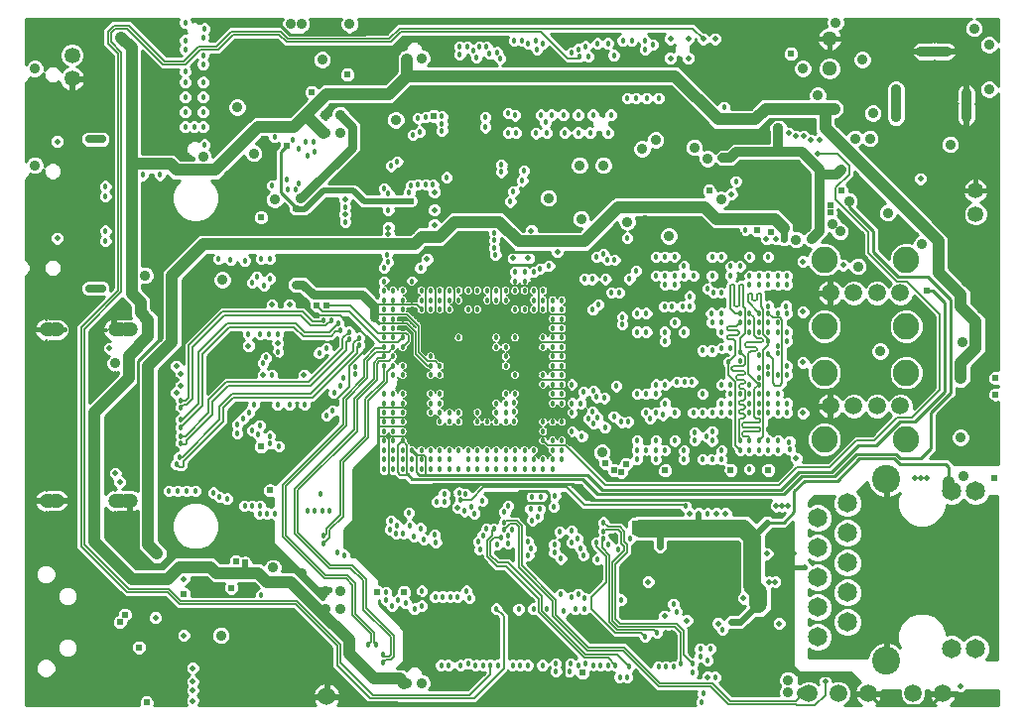
<source format=gbr>
G75*
G70*
%OFA0B0*%
%FSLAX24Y24*%
%IPPOS*%
%LPD*%
%AMOC8*
5,1,8,0,0,1.08239X$1,22.5*
%
%ADD10C,0.0356*%
%ADD11C,0.0600*%
%ADD12C,0.0531*%
%ADD13C,0.0510*%
%ADD14C,0.0709*%
%ADD15C,0.0238*%
%ADD16C,0.0472*%
%ADD17C,0.0277*%
%ADD18C,0.0591*%
%ADD19C,0.0886*%
%ADD20C,0.0650*%
%ADD21C,0.0945*%
%ADD22C,0.1699*%
%ADD23C,0.0180*%
%ADD24C,0.0237*%
%ADD25C,0.0354*%
%ADD26C,0.0198*%
%ADD27C,0.0100*%
%ADD28C,0.0050*%
%ADD29C,0.0295*%
%ADD30C,0.0200*%
%ADD31C,0.0160*%
%ADD32C,0.0600*%
%ADD33C,0.0080*%
%ADD34C,0.0300*%
%ADD35C,0.0400*%
%ADD36C,0.0240*%
%ADD37C,0.0320*%
%ADD38C,0.0060*%
D10*
X017770Y011471D03*
X018026Y012082D03*
X018636Y012338D03*
X019246Y012082D03*
X019502Y011471D03*
X019246Y010861D03*
X018636Y010605D03*
X018026Y010861D03*
X033852Y011471D03*
X034108Y012082D03*
X034719Y012338D03*
X035329Y012082D03*
X035585Y011471D03*
X035329Y010861D03*
X034719Y010605D03*
X034108Y010861D03*
X039579Y029539D03*
X039579Y029657D03*
X039579Y029775D03*
X039579Y029893D03*
X039579Y030012D03*
X039579Y030130D03*
X039579Y030248D03*
X039579Y030366D03*
X039579Y030484D03*
X040425Y031764D03*
X040504Y031764D03*
X040622Y031764D03*
X040740Y031764D03*
X040858Y031764D03*
X040976Y031764D03*
X041095Y031764D03*
X041213Y031764D03*
X041291Y031764D03*
X041941Y030366D03*
X041941Y030248D03*
X041941Y030130D03*
X041941Y030012D03*
X041941Y029893D03*
X041941Y029775D03*
X041941Y029657D03*
X041941Y029539D03*
X035585Y031156D03*
X035349Y031767D03*
X034719Y032023D03*
X034108Y031747D03*
X033852Y031156D03*
X034108Y030546D03*
X034719Y030290D03*
X035309Y030546D03*
X019502Y031156D03*
X019246Y031767D03*
X018636Y032023D03*
X018026Y031767D03*
X017770Y031156D03*
X018026Y030546D03*
X018636Y030290D03*
X019226Y030527D03*
D11*
X020452Y010082D03*
D12*
X042252Y026288D03*
X042252Y027075D03*
X011902Y030838D03*
X011902Y031625D03*
D13*
X037352Y031182D03*
X037352Y032182D03*
D14*
X035802Y027282D03*
X033452Y014432D03*
D15*
X035546Y026652D03*
X035546Y026888D03*
X035408Y027026D03*
X035172Y027026D03*
X035172Y027538D03*
X035408Y027538D03*
X035546Y027675D03*
X035546Y027912D03*
X036058Y027912D03*
X036058Y027675D03*
X036195Y027538D03*
X036432Y027538D03*
X036432Y027026D03*
X036195Y027026D03*
X036058Y026888D03*
X036058Y026652D03*
D16*
X013888Y022406D03*
X013770Y022406D03*
X013711Y022406D03*
X013554Y022406D03*
X013436Y022406D03*
X013337Y022406D03*
X011428Y022406D03*
X011310Y022406D03*
X011152Y022406D03*
X011034Y022406D03*
X011034Y016658D03*
X011152Y016658D03*
X011310Y016658D03*
X011428Y016667D03*
X013337Y016658D03*
X013436Y016658D03*
X013554Y016658D03*
X013711Y016658D03*
X013770Y016658D03*
X013888Y016658D03*
D17*
X012909Y023795D03*
X012830Y023795D03*
X012742Y023795D03*
X012643Y023795D03*
X012555Y023795D03*
X012476Y023795D03*
X012476Y028811D03*
X012555Y028811D03*
X012643Y028811D03*
X012742Y028811D03*
X012830Y028811D03*
X012909Y028811D03*
D18*
X036652Y010182D03*
X037652Y010182D03*
X038652Y010182D03*
X040152Y010182D03*
X041152Y010182D03*
X039732Y019840D03*
X038945Y019840D03*
X038157Y019840D03*
X037370Y019840D03*
X037370Y023640D03*
X038157Y023640D03*
X038945Y023640D03*
X039732Y023640D03*
D19*
X039929Y024762D03*
X039929Y022518D03*
X039929Y020962D03*
X039929Y018718D03*
X037173Y018718D03*
X037173Y020962D03*
X037173Y022518D03*
X037173Y024762D03*
D20*
X041452Y016982D03*
X042252Y016982D03*
X037952Y016582D03*
X037952Y015582D03*
X037952Y014582D03*
X037952Y013582D03*
X036952Y014082D03*
X036952Y015082D03*
X036952Y016082D03*
X036952Y013082D03*
X036952Y012082D03*
X037952Y012582D03*
X041452Y011682D03*
X042252Y011682D03*
D21*
X039252Y011282D03*
X039252Y017382D03*
D22*
X034723Y011475D03*
X018636Y011475D03*
X018636Y031160D03*
X034723Y031160D03*
D23*
X033802Y029882D03*
X031602Y030182D03*
X031202Y030182D03*
X030852Y030182D03*
X030552Y030182D03*
X030002Y029632D03*
X029402Y029632D03*
X028902Y029632D03*
X028402Y029632D03*
X028002Y029632D03*
X027802Y029382D03*
X027652Y029632D03*
X027852Y029032D03*
X027477Y029007D03*
X026802Y029032D03*
X026552Y029032D03*
X026777Y029607D03*
X026552Y029682D03*
X025777Y029557D03*
X025777Y029207D03*
X026327Y027957D03*
X026327Y027707D03*
X027077Y027757D03*
X027027Y027407D03*
X026727Y027057D03*
X026627Y026707D03*
X026077Y025657D03*
X026077Y025407D03*
X026077Y025157D03*
X026127Y024932D03*
X026786Y024343D03*
X027100Y024343D03*
X027100Y024028D03*
X026786Y024028D03*
X026786Y023713D03*
X027100Y023713D03*
X027100Y023398D03*
X026786Y023398D03*
X026786Y023083D03*
X027100Y023083D03*
X027415Y023083D03*
X027415Y023398D03*
X027415Y023713D03*
X027730Y023713D03*
X027730Y023398D03*
X027730Y023083D03*
X027730Y022768D03*
X027730Y022453D03*
X027730Y022138D03*
X027730Y021823D03*
X027730Y021508D03*
X027730Y021193D03*
X027730Y020878D03*
X027730Y020563D03*
X027730Y020248D03*
X028045Y020248D03*
X028045Y019933D03*
X028360Y019933D03*
X028360Y020248D03*
X028360Y020563D03*
X028045Y020563D03*
X028045Y020878D03*
X028045Y021193D03*
X028045Y021508D03*
X028045Y021823D03*
X028045Y022138D03*
X028045Y022453D03*
X028045Y022768D03*
X028045Y023083D03*
X028045Y023398D03*
X028360Y023398D03*
X028360Y023083D03*
X028360Y022768D03*
X028360Y022453D03*
X028360Y022138D03*
X028360Y021823D03*
X028360Y021508D03*
X028360Y021193D03*
X028360Y020878D03*
X028675Y020563D03*
X029077Y020307D03*
X029427Y020357D03*
X029532Y020142D03*
X029777Y020107D03*
X030177Y020507D03*
X030880Y020563D03*
X030880Y020248D03*
X031195Y020248D03*
X031510Y020248D03*
X031510Y020563D03*
X031825Y020563D03*
X032227Y020657D03*
X032477Y020657D03*
X032727Y020657D03*
X032770Y020248D03*
X033085Y020248D03*
X032770Y019933D03*
X032770Y019618D03*
X033085Y019618D03*
X033400Y019618D03*
X033715Y019618D03*
X034030Y019618D03*
X034030Y019933D03*
X034030Y020248D03*
X034345Y020248D03*
X034660Y020248D03*
X034974Y020248D03*
X034974Y019933D03*
X034660Y019933D03*
X034660Y019618D03*
X034974Y019618D03*
X035289Y019618D03*
X035289Y019933D03*
X035289Y020248D03*
X035604Y020248D03*
X035604Y019933D03*
X035604Y019618D03*
X035919Y019618D03*
X035919Y019933D03*
X035919Y020248D03*
X035919Y020878D03*
X035604Y020878D03*
X035289Y020917D03*
X035289Y021154D03*
X034974Y021114D03*
X034974Y020799D03*
X034974Y020563D03*
X034660Y020563D03*
X034030Y020563D03*
X033715Y020563D03*
X033715Y020248D03*
X033715Y019933D03*
X033400Y018988D03*
X033227Y018832D03*
X033400Y018673D03*
X033400Y018358D03*
X033400Y018043D03*
X033715Y018043D03*
X033715Y018358D03*
X034345Y018358D03*
X034660Y018358D03*
X034974Y018358D03*
X034974Y018673D03*
X034660Y018673D03*
X034345Y018673D03*
X035289Y018673D03*
X035289Y018358D03*
X035604Y018358D03*
X035604Y018673D03*
X035998Y018634D03*
X036002Y018382D03*
X035919Y018043D03*
X034974Y017729D03*
X034660Y017729D03*
X034345Y017729D03*
X033085Y018043D03*
X032770Y018043D03*
X032455Y018043D03*
X032140Y018043D03*
X031825Y018043D03*
X031510Y018043D03*
X031195Y018043D03*
X030880Y018043D03*
X030880Y018358D03*
X031195Y018358D03*
X031510Y018358D03*
X031825Y018358D03*
X032140Y018358D03*
X032455Y018358D03*
X032140Y018673D03*
X031510Y018673D03*
X031195Y018673D03*
X030880Y018673D03*
X030592Y019307D03*
X030342Y019307D03*
X030102Y019482D03*
X029802Y019132D03*
X029427Y019257D03*
X029552Y019457D03*
X029377Y019657D03*
X029252Y019432D03*
X028990Y019933D03*
X028675Y019933D03*
X028675Y019618D03*
X028360Y019303D03*
X028360Y018988D03*
X028360Y018673D03*
X028360Y018358D03*
X028360Y018043D03*
X028045Y018043D03*
X028045Y017729D03*
X027730Y017729D03*
X027730Y018043D03*
X027415Y018043D03*
X027415Y017729D03*
X027100Y017729D03*
X027100Y018043D03*
X026786Y018043D03*
X026786Y017729D03*
X026471Y017729D03*
X026471Y018043D03*
X026156Y018043D03*
X026156Y017729D03*
X025841Y017729D03*
X025841Y018043D03*
X025526Y018043D03*
X025526Y017729D03*
X025211Y017729D03*
X025211Y018043D03*
X025211Y018358D03*
X025526Y018358D03*
X025841Y018358D03*
X026156Y018358D03*
X026471Y018358D03*
X026786Y018358D03*
X027100Y018358D03*
X027415Y018358D03*
X027730Y018673D03*
X027730Y018988D03*
X027730Y019303D03*
X028045Y019303D03*
X028045Y018988D03*
X028045Y018673D03*
X028045Y018358D03*
X028675Y018988D03*
X029030Y018831D03*
X027282Y019982D03*
X026756Y019963D03*
X026786Y020248D03*
X026471Y020248D03*
X026471Y019933D03*
X026471Y019618D03*
X026756Y019648D03*
X026756Y019333D03*
X026471Y019303D03*
X026156Y019303D03*
X026156Y019618D03*
X026156Y019933D03*
X026156Y020248D03*
X025841Y020248D03*
X025841Y019933D03*
X025841Y019618D03*
X025841Y019303D03*
X025526Y019303D03*
X025526Y019618D03*
X025526Y019933D03*
X025526Y020248D03*
X025526Y020878D03*
X025841Y020878D03*
X026156Y020878D03*
X026471Y020878D03*
X026786Y020878D03*
X026471Y021193D03*
X026471Y021508D03*
X026471Y021823D03*
X026471Y022138D03*
X026786Y022138D03*
X026156Y022138D03*
X026156Y021823D03*
X026156Y021508D03*
X026156Y021193D03*
X025841Y021193D03*
X025841Y021508D03*
X025841Y021823D03*
X025841Y022138D03*
X025526Y022138D03*
X025526Y021823D03*
X025526Y021508D03*
X025526Y021193D03*
X024896Y021193D03*
X024896Y020878D03*
X024581Y020878D03*
X024581Y021193D03*
X024581Y021508D03*
X024896Y021508D03*
X024896Y021823D03*
X024896Y022138D03*
X024266Y021508D03*
X024266Y021193D03*
X024266Y020878D03*
X023951Y020878D03*
X023951Y021193D03*
X023951Y021508D03*
X023951Y021823D03*
X023951Y022138D03*
X023951Y023083D03*
X023951Y023398D03*
X023951Y023713D03*
X024266Y023713D03*
X024581Y023713D03*
X024896Y023713D03*
X025211Y023713D03*
X025526Y023713D03*
X025841Y023713D03*
X026156Y023713D03*
X026471Y023713D03*
X026471Y023398D03*
X026471Y023083D03*
X026156Y023083D03*
X026156Y023398D03*
X025841Y023398D03*
X025841Y023083D03*
X025526Y023083D03*
X025211Y023083D03*
X024896Y023083D03*
X024896Y023398D03*
X024581Y023398D03*
X024266Y023398D03*
X024266Y023083D03*
X024581Y023083D03*
X023636Y023083D03*
X023636Y023398D03*
X023636Y023713D03*
X023321Y023713D03*
X023321Y024028D03*
X023006Y023713D03*
X022691Y023713D03*
X022376Y023713D03*
X022376Y024028D03*
X022377Y024482D03*
X022502Y024682D03*
X022477Y024932D03*
X023602Y024482D03*
X023321Y023398D03*
X023006Y023398D03*
X022691Y023398D03*
X022376Y023398D03*
X022376Y023083D03*
X022691Y023083D03*
X023006Y023083D03*
X023321Y023083D03*
X023006Y022768D03*
X022691Y022768D03*
X022376Y022768D03*
X022376Y022453D03*
X022376Y022138D03*
X022376Y021823D03*
X022376Y021508D03*
X022376Y021193D03*
X022691Y021193D03*
X022691Y020878D03*
X023006Y020878D03*
X023006Y020563D03*
X023006Y020248D03*
X023006Y019933D03*
X023006Y019618D03*
X023006Y019303D03*
X023006Y018988D03*
X023006Y018673D03*
X023006Y018358D03*
X023006Y018043D03*
X023006Y017729D03*
X022691Y017729D03*
X022691Y018043D03*
X022376Y018043D03*
X022376Y017729D03*
X022376Y018358D03*
X022691Y018358D03*
X022691Y018673D03*
X022376Y018673D03*
X022376Y018988D03*
X022691Y018988D03*
X022691Y019303D03*
X022376Y019303D03*
X022376Y019618D03*
X022691Y019618D03*
X022691Y019933D03*
X022376Y019933D03*
X022376Y020248D03*
X022691Y020248D03*
X023422Y019942D03*
X023422Y019562D03*
X023951Y019618D03*
X023951Y019303D03*
X024266Y019303D03*
X024581Y019303D03*
X024896Y019303D03*
X024896Y019618D03*
X024581Y019618D03*
X024266Y019618D03*
X024266Y019933D03*
X024581Y019933D03*
X024896Y019933D03*
X024896Y020248D03*
X024581Y020248D03*
X024266Y020248D03*
X023951Y020248D03*
X023951Y019933D03*
X023542Y018822D03*
X023636Y018358D03*
X023636Y018043D03*
X023636Y017729D03*
X023951Y017729D03*
X023951Y018043D03*
X024266Y018043D03*
X024266Y017729D03*
X024581Y017729D03*
X024581Y018043D03*
X024581Y018358D03*
X024896Y018358D03*
X024612Y018732D03*
X024232Y018732D03*
X024266Y018358D03*
X023951Y018358D03*
X023321Y018358D03*
X023321Y018043D03*
X023321Y017729D03*
X024402Y016882D03*
X024402Y016632D03*
X024152Y016632D03*
X024952Y016682D03*
X024902Y016932D03*
X025127Y016882D03*
X025327Y016457D03*
X025427Y016232D03*
X025077Y016307D03*
X025677Y016657D03*
X026427Y016282D03*
X026552Y016482D03*
X026427Y015932D03*
X026427Y015682D03*
X026552Y015482D03*
X026677Y015682D03*
X026302Y015407D03*
X026177Y015182D03*
X026552Y015232D03*
X027202Y015282D03*
X027302Y015057D03*
X027227Y014832D03*
X028102Y014932D03*
X028102Y015182D03*
X028277Y015607D03*
X028677Y015657D03*
X028877Y015382D03*
X028677Y015257D03*
X028977Y015057D03*
X029077Y014832D03*
X029552Y014682D03*
X029527Y015257D03*
X029752Y015382D03*
X029752Y015632D03*
X029752Y015932D03*
X029902Y015182D03*
X030252Y015032D03*
X030652Y015382D03*
X032502Y016482D03*
X033252Y016232D03*
X032827Y018697D03*
X032827Y018947D03*
X032140Y019618D03*
X032140Y019933D03*
X031825Y019933D03*
X031746Y019540D03*
X031510Y019618D03*
X031327Y019432D03*
X031185Y019628D03*
X032140Y020248D03*
X032455Y020248D03*
X031195Y020563D03*
X031825Y022020D03*
X031825Y022335D03*
X032140Y022335D03*
X032140Y022650D03*
X032455Y022335D03*
X032455Y022020D03*
X032770Y022020D03*
X033085Y021705D03*
X033400Y021705D03*
X033715Y021784D03*
X034030Y021784D03*
X034345Y021666D03*
X034345Y021351D03*
X033951Y021311D03*
X034974Y021547D03*
X035289Y021587D03*
X035604Y021626D03*
X035604Y021862D03*
X035289Y022020D03*
X035289Y022335D03*
X034974Y022335D03*
X034660Y022335D03*
X034660Y022650D03*
X034974Y022650D03*
X034974Y022965D03*
X034660Y022965D03*
X034345Y022965D03*
X034345Y022650D03*
X033715Y022650D03*
X033715Y022965D03*
X033370Y022965D03*
X033400Y022650D03*
X033400Y022335D03*
X033715Y022335D03*
X032652Y023182D03*
X032402Y023182D03*
X032052Y023182D03*
X031802Y023182D03*
X031510Y022650D03*
X031510Y022335D03*
X031195Y022335D03*
X030880Y022335D03*
X030377Y022582D03*
X030377Y022832D03*
X030880Y022965D03*
X031195Y022965D03*
X031825Y023910D03*
X031825Y024225D03*
X031825Y024540D03*
X031825Y024854D03*
X032140Y024854D03*
X032140Y024540D03*
X032455Y024540D03*
X032770Y024540D03*
X032770Y024854D03*
X033085Y024854D03*
X033400Y024854D03*
X033400Y024540D03*
X033400Y024225D03*
X033252Y023782D03*
X033452Y023657D03*
X033702Y023657D03*
X034030Y024225D03*
X034030Y024540D03*
X034345Y024540D03*
X034345Y024854D03*
X034660Y024854D03*
X034974Y024854D03*
X035289Y024854D03*
X035289Y024225D03*
X034974Y024225D03*
X034660Y024225D03*
X034660Y023910D03*
X034974Y023910D03*
X035289Y023910D03*
X035289Y023634D03*
X035604Y023910D03*
X035604Y024225D03*
X035919Y024225D03*
X036027Y024482D03*
X035919Y023910D03*
X035880Y023201D03*
X035919Y022965D03*
X035604Y022965D03*
X035289Y022965D03*
X035289Y023201D03*
X035289Y022650D03*
X035604Y022650D03*
X035604Y022335D03*
X035919Y022335D03*
X035919Y022020D03*
X035919Y021193D03*
X035289Y019067D03*
X032140Y022020D03*
X032652Y023532D03*
X032352Y023732D03*
X032140Y023910D03*
X032140Y024225D03*
X032455Y024225D03*
X032770Y024225D03*
X033715Y024854D03*
X034527Y025757D03*
X034202Y027392D03*
X031510Y024854D03*
X031195Y024854D03*
X030880Y024854D03*
X030852Y024382D03*
X030627Y024107D03*
X030277Y023657D03*
X030027Y023657D03*
X029827Y024107D03*
X029377Y024107D03*
X029127Y024107D03*
X029527Y024857D03*
X029752Y024957D03*
X029877Y024757D03*
X030127Y024757D03*
X030552Y025482D03*
X031510Y024225D03*
X029577Y023257D03*
X029397Y023087D03*
X027927Y024557D03*
X027627Y024457D03*
X027415Y024343D03*
X024477Y027532D03*
X024027Y027282D03*
X023777Y027282D03*
X023527Y027282D03*
X023277Y027257D03*
X023227Y027007D03*
X022527Y026982D03*
X022377Y027157D03*
X022627Y027907D03*
X022827Y028057D03*
X023352Y028957D03*
X023577Y029057D03*
X023527Y029507D03*
X023777Y029557D03*
X024327Y029582D03*
X024327Y029332D03*
X024327Y029082D03*
X024927Y031657D03*
X024927Y031907D03*
X025177Y031907D03*
X025377Y031782D03*
X025577Y031907D03*
X025827Y031907D03*
X025927Y031682D03*
X026177Y031732D03*
X026277Y031507D03*
X026752Y032132D03*
X027002Y032132D03*
X027227Y032032D03*
X027477Y032107D03*
X027702Y032007D03*
X027527Y031832D03*
X028677Y031707D03*
X028902Y031832D03*
X028952Y031582D03*
X029252Y031582D03*
X029152Y031932D03*
X029552Y032032D03*
X029902Y032032D03*
X030102Y031632D03*
X030402Y032132D03*
X030702Y032132D03*
X031152Y032132D03*
X031402Y031982D03*
X031152Y031832D03*
X029902Y029032D03*
X029302Y029032D03*
X028902Y029032D03*
X028452Y029032D03*
X025477Y031557D03*
X020052Y028382D03*
X019802Y028257D03*
X019502Y028482D03*
X019752Y028732D03*
X020002Y028732D03*
X019302Y028782D03*
X018702Y028882D03*
X019102Y027457D03*
X019152Y027107D03*
X019402Y027107D03*
X019527Y027307D03*
X018627Y027257D03*
X021077Y026532D03*
X021077Y026032D03*
X022527Y026432D03*
X018552Y024782D03*
X018252Y024782D03*
X017702Y024732D03*
X017232Y024752D03*
X016825Y024776D03*
X017952Y023982D03*
X018102Y024182D03*
X018352Y023882D03*
X018552Y024132D03*
X020352Y022732D03*
X020602Y022732D03*
X020852Y022632D03*
X020902Y022382D03*
X021202Y022332D03*
X021202Y022082D03*
X021552Y022132D03*
X021552Y021882D03*
X021422Y021142D03*
X021422Y020912D03*
X021002Y020782D03*
X020902Y020532D03*
X020702Y020282D03*
X020652Y019682D03*
X020452Y019532D03*
X019702Y019882D03*
X019202Y019877D03*
X018802Y019882D03*
X018002Y019882D03*
X017852Y019632D03*
X017652Y019432D03*
X017452Y019232D03*
X017452Y018932D03*
X017952Y019032D03*
X018152Y018882D03*
X018202Y019182D03*
X018552Y018832D03*
X018552Y018582D03*
X018852Y018482D03*
X020252Y016882D03*
X020302Y016332D03*
X020552Y016332D03*
X020052Y016332D03*
X019802Y016332D03*
X020352Y015482D03*
X020352Y015232D03*
X020802Y014932D03*
X021052Y014832D03*
X021427Y014812D03*
X022577Y015682D03*
X022777Y015557D03*
X023027Y015557D03*
X023252Y015812D03*
X023602Y015732D03*
X023377Y015457D03*
X023727Y015357D03*
X024077Y015507D03*
X024127Y015257D03*
X022802Y015832D03*
X022627Y015982D03*
X023212Y016242D03*
X024896Y017729D03*
X025702Y018742D03*
X026082Y018732D03*
X026462Y018732D03*
X027172Y019252D03*
X027352Y016782D03*
X027652Y016782D03*
X027602Y016382D03*
X027552Y016132D03*
X027352Y015982D03*
X027302Y016382D03*
X028077Y016457D03*
X028127Y016807D03*
X026077Y015707D03*
X025827Y015707D03*
X025702Y015482D03*
X025552Y015282D03*
X025602Y015032D03*
X025152Y013632D03*
X025252Y013382D03*
X024852Y013432D03*
X024602Y013432D03*
X024352Y013432D03*
X024102Y013432D03*
X023652Y013632D03*
X023652Y013132D03*
X023402Y013032D03*
X023102Y013232D03*
X022852Y013332D03*
X022652Y013132D03*
X022452Y013332D03*
X022452Y013582D03*
X022102Y011832D03*
X021852Y011832D03*
X022352Y011482D03*
X022352Y011232D03*
X024302Y011132D03*
X024552Y011132D03*
X024952Y011132D03*
X025202Y011182D03*
X025452Y011132D03*
X025702Y011132D03*
X025952Y011132D03*
X026202Y011132D03*
X026702Y011132D03*
X026952Y011132D03*
X027202Y011132D03*
X027702Y011132D03*
X028152Y011182D03*
X028152Y010932D03*
X028602Y010932D03*
X028652Y011182D03*
X028902Y011132D03*
X029152Y011182D03*
X029402Y011132D03*
X029652Y011132D03*
X029902Y011132D03*
X030152Y011132D03*
X030302Y010732D03*
X030552Y010732D03*
X030602Y011082D03*
X031602Y011082D03*
X031852Y011082D03*
X032102Y011082D03*
X032352Y011182D03*
X032752Y011182D03*
X032752Y010882D03*
X033252Y011282D03*
X033002Y011432D03*
X033002Y011682D03*
X033352Y011682D03*
X033752Y012332D03*
X032202Y012932D03*
X032102Y013182D03*
X031552Y012232D03*
X031152Y012082D03*
X030352Y013332D03*
X029102Y013382D03*
X028902Y013507D03*
X028677Y013407D03*
X028327Y013507D03*
X028427Y012957D03*
X028802Y013032D03*
X029102Y013032D03*
X027852Y013032D03*
X027402Y013032D03*
X026902Y013007D03*
X026152Y013032D03*
X028327Y014707D03*
X033502Y010732D03*
X033102Y010182D03*
X033052Y009882D03*
X023422Y021022D03*
X023006Y021193D03*
X022691Y021508D03*
X022691Y021823D03*
X022691Y022138D03*
X022691Y022453D03*
X023006Y022453D03*
X023006Y022138D03*
X023006Y021823D03*
X020452Y021782D03*
X020202Y021632D03*
X018813Y021666D03*
X018419Y021862D03*
X018124Y021862D03*
X018223Y022256D03*
X018518Y022256D03*
X018813Y022256D03*
X018419Y021469D03*
X018321Y021272D03*
X018026Y021272D03*
X018616Y020878D03*
X018813Y021075D03*
X017829Y022256D03*
X017435Y021666D03*
X015552Y020032D03*
X015552Y019782D03*
X015552Y019382D03*
X015552Y019132D03*
X015552Y018832D03*
X015552Y018582D03*
X015502Y018132D03*
X015402Y017882D03*
X015452Y016982D03*
X015752Y016982D03*
X016052Y016982D03*
X016652Y016932D03*
X016852Y016782D03*
X017102Y016732D03*
X017702Y016482D03*
X017952Y016482D03*
X018202Y016482D03*
X018202Y016232D03*
X018452Y016232D03*
X018702Y016232D03*
X018252Y013482D03*
X015152Y016982D03*
X013027Y025382D03*
X013027Y025732D03*
X013027Y026882D03*
X013027Y027232D03*
X014277Y027607D03*
X014852Y027607D03*
X016352Y028632D03*
X016302Y029232D03*
X016002Y029232D03*
X015702Y029232D03*
X015702Y029732D03*
X016302Y029732D03*
X016302Y030232D03*
X016302Y030732D03*
X016302Y031332D03*
X016302Y031632D03*
X016302Y032232D03*
X016352Y032532D03*
X015702Y032732D03*
X015702Y032132D03*
X015702Y031832D03*
X015702Y031082D03*
X015702Y030732D03*
X015702Y030232D03*
D24*
X019102Y028582D03*
X019952Y030382D03*
X021152Y030982D03*
X024052Y029582D03*
X023277Y026732D03*
X023302Y026432D03*
X023302Y025732D03*
X023852Y025132D03*
X020202Y023932D03*
X019652Y023932D03*
X019402Y023932D03*
X020102Y023232D03*
X020452Y023232D03*
X019602Y025882D03*
X019402Y026482D03*
X018252Y026182D03*
X017902Y026082D03*
X010644Y030721D03*
X017852Y018482D03*
X018252Y018482D03*
X018552Y017007D03*
X017502Y017007D03*
X017852Y014882D03*
X017702Y014582D03*
X017402Y014632D03*
X017352Y014332D03*
X017252Y013732D03*
X017602Y013632D03*
X015652Y013532D03*
X013677Y012832D03*
X013502Y012582D03*
X014152Y011732D03*
X014402Y009882D03*
X012902Y009882D03*
X022152Y013582D03*
X023052Y013582D03*
X023502Y013382D03*
X025352Y015882D03*
X029802Y017932D03*
X030152Y017982D03*
X030102Y017682D03*
X030352Y017632D03*
X030502Y017882D03*
X031195Y017679D03*
X031510Y017679D03*
X031825Y017679D03*
X030802Y015882D03*
X030802Y015632D03*
X034030Y017689D03*
X035289Y017689D03*
X040602Y023732D03*
X042927Y020782D03*
X042927Y020232D03*
X042927Y018732D03*
X042877Y017407D03*
X035832Y025442D03*
X035832Y025682D03*
X035392Y025682D03*
X034902Y025742D03*
X034327Y025582D03*
X033302Y027082D03*
X033762Y028182D03*
X034002Y028182D03*
X037382Y026582D03*
X037382Y026337D03*
X037752Y027082D03*
X037582Y027602D03*
X037752Y027772D03*
X036052Y031682D03*
X029052Y010882D03*
D25*
X023652Y010532D03*
X023152Y010532D03*
X023152Y011132D03*
X020902Y013032D03*
X020402Y013032D03*
X020402Y013632D03*
X020902Y013632D03*
X019602Y014232D03*
X018652Y014407D03*
X016902Y012132D03*
X014652Y011701D03*
X013402Y011682D03*
X013052Y011682D03*
X014152Y014532D03*
X014752Y014882D03*
X011052Y018832D03*
X013352Y021282D03*
X014202Y022982D03*
X014202Y023332D03*
X014352Y024232D03*
X012702Y026303D03*
X010652Y024682D03*
X010652Y027932D03*
X010652Y031182D03*
X010952Y032682D03*
X013552Y032232D03*
X017452Y029882D03*
X018552Y029682D03*
X018002Y028332D03*
X017452Y027282D03*
X016302Y028232D03*
X015702Y028232D03*
X018702Y026782D03*
X019577Y026807D03*
X020402Y029032D03*
X020902Y029032D03*
X020902Y029632D03*
X020402Y029632D03*
X020302Y031482D03*
X020902Y031482D03*
X021227Y032682D03*
X019602Y032682D03*
X019252Y032682D03*
X022652Y031207D03*
X023152Y031532D03*
X023652Y031532D03*
X023652Y032132D03*
X023152Y032132D03*
X022777Y029457D03*
X027902Y026832D03*
X027752Y026282D03*
X028302Y026282D03*
X029002Y026132D03*
X030552Y026032D03*
X031152Y026082D03*
X031952Y025557D03*
X032852Y026032D03*
X033702Y026782D03*
X033252Y028157D03*
X032802Y028532D03*
X031902Y028432D03*
X031502Y028782D03*
X031052Y028482D03*
X030652Y029382D03*
X029752Y027932D03*
X028952Y027932D03*
X030152Y027232D03*
X035627Y029182D03*
X036952Y030282D03*
X036952Y030732D03*
X036452Y031182D03*
X037502Y029832D03*
X037702Y029332D03*
X038202Y028832D03*
X038702Y028832D03*
X038802Y029682D03*
X039902Y028882D03*
X041402Y028632D03*
X042702Y030482D03*
X042702Y031982D03*
X042202Y032532D03*
X038452Y031482D03*
X037552Y032732D03*
X038002Y026732D03*
X037452Y025957D03*
X037702Y025707D03*
X036752Y025457D03*
X036222Y025432D03*
X038302Y024532D03*
X039202Y025132D03*
X040452Y025282D03*
X039302Y026332D03*
X042252Y023582D03*
X041802Y021982D03*
X042252Y021082D03*
X041752Y020782D03*
X042252Y020332D03*
X042252Y018732D03*
X041752Y018782D03*
X041852Y017482D03*
X041652Y016282D03*
X042152Y015782D03*
X042652Y016282D03*
X042852Y015332D03*
X042652Y014532D03*
X042152Y014032D03*
X042652Y013532D03*
X042152Y013032D03*
X041652Y013532D03*
X040952Y013982D03*
X041152Y014532D03*
X041502Y015282D03*
X040652Y015282D03*
X040052Y014932D03*
X039952Y015582D03*
X039252Y015682D03*
X038652Y016032D03*
X039252Y016432D03*
X038652Y016782D03*
X038652Y015282D03*
X039252Y014932D03*
X038652Y014282D03*
X038652Y013282D03*
X039252Y013432D03*
X039902Y013782D03*
X039902Y013032D03*
X039252Y012432D03*
X038652Y012282D03*
X040902Y013032D03*
X041652Y012532D03*
X042402Y012282D03*
X042852Y012782D03*
X041152Y015782D03*
X039262Y020542D03*
X039052Y021682D03*
X040552Y022132D03*
X038002Y022432D03*
X029702Y018282D03*
X035952Y010632D03*
X035952Y010232D03*
X016952Y024082D03*
D26*
X017552Y023932D03*
X018321Y023240D03*
X018616Y023240D03*
X018911Y023240D03*
X019207Y023240D03*
X019502Y023240D03*
X018813Y021961D03*
X018813Y021370D03*
X018321Y020878D03*
X018302Y019882D03*
X019581Y019658D03*
X019699Y020878D03*
X017829Y021862D03*
X015552Y020932D03*
X015402Y020732D03*
X015552Y020532D03*
X015402Y020282D03*
X015402Y019582D03*
X015402Y018382D03*
X013502Y017282D03*
X013352Y017582D03*
X013352Y017982D03*
X013352Y018547D03*
X013352Y019138D03*
X013352Y019729D03*
X013352Y020910D03*
X013152Y021782D03*
X015402Y021182D03*
X011402Y025482D03*
X011402Y028732D03*
X021077Y026782D03*
X021077Y026282D03*
X022527Y025832D03*
X022527Y025632D03*
X023827Y024782D03*
X024077Y025932D03*
X024077Y026432D03*
X024077Y027032D03*
X024152Y028032D03*
X027327Y025732D03*
X028202Y025032D03*
X027227Y024807D03*
X026727Y024807D03*
X034052Y026962D03*
X035227Y025457D03*
X035542Y025452D03*
X036452Y024697D03*
X036452Y023857D03*
X036452Y023007D03*
X036452Y022157D03*
X036452Y021307D03*
X036452Y020457D03*
X036452Y019607D03*
X036452Y018767D03*
X036227Y018082D03*
X035952Y016482D03*
X035752Y016482D03*
X035552Y016482D03*
X035202Y016232D03*
X035002Y016182D03*
X035252Y015932D03*
X035252Y014882D03*
X036152Y014882D03*
X036502Y014432D03*
X035852Y013932D03*
X035502Y013932D03*
X035302Y013932D03*
X034952Y013182D03*
X034452Y013382D03*
X034052Y012582D03*
X033602Y012532D03*
X032552Y012632D03*
X032052Y012232D03*
X031852Y012232D03*
X031802Y012782D03*
X031152Y013032D03*
X030952Y012882D03*
X030752Y012882D03*
X031252Y013932D03*
X031002Y014632D03*
X031652Y015132D03*
X032652Y016232D03*
X032952Y016232D03*
X033552Y016232D03*
X033852Y016232D03*
X030152Y015482D03*
X029802Y017582D03*
X026427Y014982D03*
X024852Y016432D03*
X027702Y010782D03*
X033252Y010732D03*
X035652Y012532D03*
X037202Y010582D03*
X041752Y010432D03*
X040602Y017432D03*
X040402Y017432D03*
X040202Y017432D03*
X037802Y024582D03*
X040402Y027482D03*
X041552Y025882D03*
X037002Y028782D03*
X036702Y028782D03*
X036477Y028907D03*
X036227Y028907D03*
X035977Y029007D03*
X036952Y028332D03*
X032602Y031532D03*
X032002Y031532D03*
X032002Y032182D03*
X032602Y032182D03*
X033102Y032182D03*
X033502Y032182D03*
X015652Y014032D03*
X014702Y012732D03*
X015652Y012132D03*
X015952Y011032D03*
X015952Y010582D03*
X015952Y010282D03*
X015952Y009932D03*
D27*
X010352Y009782D02*
X010352Y024211D01*
X010376Y024221D01*
X010462Y024307D01*
X010509Y024420D01*
X010509Y024543D01*
X010462Y024656D01*
X010376Y024742D01*
X010352Y024752D01*
X010352Y027461D01*
X010376Y027471D01*
X010462Y027557D01*
X010497Y027642D01*
X010587Y027604D01*
X010717Y027604D01*
X010837Y027654D01*
X010929Y027746D01*
X010944Y027783D01*
X010944Y027670D01*
X010991Y027557D01*
X011077Y027471D01*
X011190Y027424D01*
X011313Y027424D01*
X011426Y027471D01*
X011512Y027557D01*
X011559Y027670D01*
X011559Y027793D01*
X011512Y027906D01*
X011426Y027992D01*
X011313Y028039D01*
X011190Y028039D01*
X011077Y027992D01*
X010991Y027906D01*
X010979Y027876D01*
X010979Y027997D01*
X010929Y028117D01*
X010837Y028209D01*
X010717Y028259D01*
X010587Y028259D01*
X010466Y028209D01*
X010374Y028117D01*
X010352Y028062D01*
X010352Y030711D01*
X010376Y030721D01*
X010462Y030807D01*
X010497Y030892D01*
X010587Y030854D01*
X010717Y030854D01*
X010837Y030904D01*
X010929Y030996D01*
X010944Y031033D01*
X010944Y030920D01*
X010991Y030807D01*
X011077Y030721D01*
X011190Y030674D01*
X011313Y030674D01*
X011426Y030721D01*
X011466Y030761D01*
X011466Y030751D01*
X011532Y030591D01*
X011655Y030469D01*
X011815Y030402D01*
X011863Y030402D01*
X011863Y030799D01*
X011940Y030799D01*
X011940Y030402D01*
X011988Y030402D01*
X012148Y030469D01*
X012271Y030591D01*
X012337Y030751D01*
X012337Y030799D01*
X011940Y030799D01*
X011940Y030877D01*
X012337Y030877D01*
X012337Y030925D01*
X012271Y031085D01*
X012148Y031207D01*
X012064Y031242D01*
X012137Y031273D01*
X012254Y031390D01*
X012317Y031543D01*
X012317Y031708D01*
X012254Y031861D01*
X012137Y031978D01*
X011984Y032041D01*
X011819Y032041D01*
X011666Y031978D01*
X011549Y031861D01*
X011486Y031708D01*
X011486Y031543D01*
X011549Y031390D01*
X011666Y031273D01*
X011740Y031242D01*
X011655Y031207D01*
X011539Y031091D01*
X011512Y031156D01*
X011426Y031242D01*
X011313Y031289D01*
X011190Y031289D01*
X011077Y031242D01*
X010991Y031156D01*
X010979Y031126D01*
X010979Y031247D01*
X010929Y031367D01*
X010837Y031459D01*
X010717Y031509D01*
X010587Y031509D01*
X010466Y031459D01*
X010374Y031367D01*
X010352Y031312D01*
X010352Y032850D01*
X015491Y032850D01*
X015462Y032779D01*
X015462Y032684D01*
X015498Y032596D01*
X015566Y032528D01*
X015654Y032492D01*
X015714Y032492D01*
X015714Y032424D01*
X015736Y032372D01*
X015654Y032372D01*
X015566Y032335D01*
X015498Y032268D01*
X015462Y032179D01*
X015462Y032084D01*
X015498Y031996D01*
X015512Y031982D01*
X015498Y031968D01*
X015462Y031879D01*
X015462Y031784D01*
X015498Y031696D01*
X015566Y031628D01*
X015591Y031618D01*
X015579Y031607D01*
X015074Y031607D01*
X013874Y032807D01*
X013729Y032807D01*
X013229Y032807D01*
X013127Y032704D01*
X013029Y032607D01*
X012927Y032504D01*
X012927Y031959D01*
X013029Y031857D01*
X013277Y031609D01*
X013277Y023804D01*
X013189Y023716D01*
X013198Y023738D01*
X013198Y023853D01*
X013154Y023959D01*
X013073Y024040D01*
X012967Y024084D01*
X012852Y024084D01*
X012799Y024084D01*
X012684Y024084D01*
X012612Y024084D01*
X012534Y024084D01*
X012419Y024084D01*
X012312Y024040D01*
X012231Y023959D01*
X012187Y023853D01*
X012187Y023738D01*
X012231Y023632D01*
X012312Y023551D01*
X012419Y023507D01*
X012534Y023507D01*
X012612Y023507D01*
X012684Y023507D01*
X012799Y023507D01*
X012852Y023507D01*
X012967Y023507D01*
X012988Y023516D01*
X012027Y022554D01*
X012027Y022409D01*
X012027Y015059D01*
X012129Y014957D01*
X013679Y013407D01*
X013824Y013407D01*
X015029Y013407D01*
X015429Y013007D01*
X015574Y013007D01*
X019329Y013007D01*
X020627Y011709D01*
X020627Y011059D01*
X020729Y010957D01*
X021829Y009857D01*
X021974Y009857D01*
X022152Y009857D01*
X022152Y009782D01*
X020816Y009782D01*
X020850Y009815D01*
X020922Y009988D01*
X020922Y010032D01*
X020502Y010032D01*
X020502Y010132D01*
X020402Y010132D01*
X020402Y010552D01*
X020358Y010552D01*
X020185Y010480D01*
X020053Y010348D01*
X019982Y010175D01*
X019982Y010132D01*
X020401Y010132D01*
X020401Y010032D01*
X019982Y010032D01*
X019982Y009988D01*
X020053Y009815D01*
X020087Y009782D01*
X016154Y009782D01*
X016163Y009791D01*
X016201Y009882D01*
X016201Y009981D01*
X016163Y010073D01*
X016129Y010107D01*
X016163Y010141D01*
X016201Y010232D01*
X016201Y010331D01*
X016163Y010423D01*
X016154Y010432D01*
X016163Y010441D01*
X016201Y010532D01*
X016201Y010631D01*
X016163Y010723D01*
X016093Y010793D01*
X016059Y010807D01*
X016093Y010821D01*
X016163Y010891D01*
X016201Y010982D01*
X016201Y011081D01*
X016163Y011173D01*
X016093Y011243D01*
X016001Y011281D01*
X015902Y011281D01*
X015811Y011243D01*
X015741Y011173D01*
X015703Y011081D01*
X015703Y010982D01*
X015741Y010891D01*
X015811Y010821D01*
X015844Y010807D01*
X015811Y010793D01*
X015741Y010723D01*
X015703Y010631D01*
X015703Y010532D01*
X015741Y010441D01*
X015749Y010432D01*
X015741Y010423D01*
X015703Y010331D01*
X015703Y010232D01*
X015741Y010141D01*
X015774Y010107D01*
X015741Y010073D01*
X015703Y009981D01*
X015703Y009882D01*
X015741Y009791D01*
X015749Y009782D01*
X014651Y009782D01*
X014670Y009828D01*
X014670Y009935D01*
X014629Y010034D01*
X014554Y010109D01*
X014455Y010150D01*
X014348Y010150D01*
X014249Y010109D01*
X014174Y010034D01*
X014133Y009935D01*
X014133Y009828D01*
X014152Y009782D01*
X010352Y009782D01*
X010352Y009875D02*
X014133Y009875D01*
X014149Y009974D02*
X010352Y009974D01*
X010352Y010072D02*
X014212Y010072D01*
X014591Y010072D02*
X015740Y010072D01*
X015728Y010171D02*
X010352Y010171D01*
X010352Y010269D02*
X015703Y010269D01*
X015718Y010368D02*
X010352Y010368D01*
X010352Y010467D02*
X015730Y010467D01*
X015703Y010565D02*
X010352Y010565D01*
X010352Y010664D02*
X015716Y010664D01*
X015780Y010762D02*
X011242Y010762D01*
X011219Y010739D02*
X011316Y010836D01*
X011369Y010964D01*
X011369Y011102D01*
X011316Y011229D01*
X011219Y011327D01*
X011091Y011380D01*
X010953Y011380D01*
X010826Y011327D01*
X010728Y011229D01*
X010675Y011102D01*
X010675Y010964D01*
X010728Y010836D01*
X010826Y010739D01*
X010953Y010686D01*
X011091Y010686D01*
X011219Y010739D01*
X011326Y010861D02*
X015770Y010861D01*
X015712Y010959D02*
X011367Y010959D01*
X011369Y011058D02*
X015703Y011058D01*
X015734Y011156D02*
X011346Y011156D01*
X011291Y011255D02*
X015840Y011255D01*
X016063Y011255D02*
X020627Y011255D01*
X020627Y011353D02*
X011154Y011353D01*
X010890Y011353D02*
X010352Y011353D01*
X010352Y011255D02*
X010754Y011255D01*
X010698Y011156D02*
X010352Y011156D01*
X010352Y011058D02*
X010675Y011058D01*
X010677Y010959D02*
X010352Y010959D01*
X010352Y010861D02*
X010718Y010861D01*
X010802Y010762D02*
X010352Y010762D01*
X010352Y011452D02*
X011528Y011452D01*
X011555Y011425D02*
X011683Y011372D01*
X011821Y011372D01*
X011948Y011425D01*
X012046Y011522D01*
X012098Y011650D01*
X012098Y011788D01*
X012046Y011915D01*
X011948Y012013D01*
X011821Y012065D01*
X011683Y012065D01*
X011555Y012013D01*
X011458Y011915D01*
X011405Y011788D01*
X011405Y011650D01*
X011458Y011522D01*
X011555Y011425D01*
X011446Y011551D02*
X010352Y011551D01*
X010352Y011649D02*
X011405Y011649D01*
X011405Y011748D02*
X010352Y011748D01*
X010352Y011846D02*
X011429Y011846D01*
X011487Y011945D02*
X010352Y011945D01*
X010352Y012043D02*
X011629Y012043D01*
X011874Y012043D02*
X015419Y012043D01*
X015403Y012082D02*
X015441Y011991D01*
X015511Y011921D01*
X015602Y011883D01*
X015701Y011883D01*
X015793Y011921D01*
X015863Y011991D01*
X015901Y012082D01*
X015901Y012181D01*
X015863Y012273D01*
X015793Y012343D01*
X015701Y012381D01*
X015602Y012381D01*
X015511Y012343D01*
X015441Y012273D01*
X015403Y012181D01*
X015403Y012082D01*
X015403Y012142D02*
X010352Y012142D01*
X010352Y012240D02*
X015427Y012240D01*
X015507Y012339D02*
X013618Y012339D01*
X013654Y012354D02*
X013729Y012429D01*
X013770Y012528D01*
X013770Y012580D01*
X013829Y012604D01*
X013904Y012679D01*
X013945Y012778D01*
X013945Y012885D01*
X013904Y012984D01*
X013829Y013059D01*
X013730Y013100D01*
X013623Y013100D01*
X013524Y013059D01*
X013449Y012984D01*
X013408Y012885D01*
X013408Y012834D01*
X013349Y012809D01*
X013274Y012734D01*
X013233Y012635D01*
X013233Y012528D01*
X013274Y012429D01*
X013349Y012354D01*
X013448Y012313D01*
X013555Y012313D01*
X013654Y012354D01*
X013733Y012437D02*
X016785Y012437D01*
X016837Y012459D02*
X016716Y012409D01*
X016624Y012317D01*
X016574Y012197D01*
X016574Y012067D01*
X016624Y011946D01*
X016716Y011854D01*
X016837Y011804D01*
X016967Y011804D01*
X017087Y011854D01*
X017179Y011946D01*
X017229Y012067D01*
X017229Y012197D01*
X017179Y012317D01*
X017087Y012409D01*
X016967Y012459D01*
X016837Y012459D01*
X017018Y012437D02*
X019898Y012437D01*
X019800Y012536D02*
X014858Y012536D01*
X014843Y012521D02*
X014913Y012591D01*
X014951Y012682D01*
X014951Y012781D01*
X014913Y012873D01*
X014843Y012943D01*
X014751Y012981D01*
X014652Y012981D01*
X014561Y012943D01*
X014491Y012873D01*
X014453Y012781D01*
X014453Y012682D01*
X014491Y012591D01*
X014561Y012521D01*
X014652Y012483D01*
X014751Y012483D01*
X014843Y012521D01*
X014931Y012634D02*
X019701Y012634D01*
X019603Y012733D02*
X014951Y012733D01*
X014930Y012832D02*
X019504Y012832D01*
X019406Y012930D02*
X014855Y012930D01*
X014548Y012930D02*
X013927Y012930D01*
X013945Y012832D02*
X014474Y012832D01*
X014453Y012733D02*
X013927Y012733D01*
X013860Y012634D02*
X014472Y012634D01*
X014545Y012536D02*
X013770Y012536D01*
X013386Y012339D02*
X010352Y012339D01*
X010352Y012437D02*
X013270Y012437D01*
X013233Y012536D02*
X010352Y012536D01*
X010352Y012634D02*
X013233Y012634D01*
X013274Y012733D02*
X010352Y012733D01*
X010352Y012832D02*
X013403Y012832D01*
X013427Y012930D02*
X010352Y012930D01*
X010352Y013029D02*
X013494Y013029D01*
X013860Y013029D02*
X015407Y013029D01*
X015309Y013127D02*
X011876Y013127D01*
X011821Y013104D02*
X011948Y013157D01*
X012046Y013254D01*
X012098Y013382D01*
X012098Y013520D01*
X012046Y013647D01*
X011948Y013745D01*
X011821Y013798D01*
X011683Y013798D01*
X011555Y013745D01*
X011458Y013647D01*
X011405Y013520D01*
X011405Y013382D01*
X011458Y013254D01*
X011555Y013157D01*
X011683Y013104D01*
X011821Y013104D01*
X011627Y013127D02*
X010352Y013127D01*
X010352Y013226D02*
X011486Y013226D01*
X011429Y013324D02*
X010352Y013324D01*
X010352Y013423D02*
X011405Y013423D01*
X011405Y013521D02*
X010352Y013521D01*
X010352Y013620D02*
X011446Y013620D01*
X011529Y013718D02*
X010352Y013718D01*
X010352Y013817D02*
X013269Y013817D01*
X013367Y013718D02*
X011975Y013718D01*
X012057Y013620D02*
X013466Y013620D01*
X013564Y013521D02*
X012098Y013521D01*
X012098Y013423D02*
X013663Y013423D01*
X013170Y013916D02*
X011246Y013916D01*
X011219Y013888D02*
X011316Y013986D01*
X011369Y014113D01*
X011369Y014251D01*
X011316Y014379D01*
X011219Y014476D01*
X011091Y014529D01*
X010953Y014529D01*
X010826Y014476D01*
X010728Y014379D01*
X010675Y014251D01*
X010675Y014113D01*
X010728Y013986D01*
X010826Y013888D01*
X010953Y013836D01*
X011091Y013836D01*
X011219Y013888D01*
X011328Y014014D02*
X013072Y014014D01*
X012973Y014113D02*
X011369Y014113D01*
X011369Y014211D02*
X012875Y014211D01*
X012776Y014310D02*
X011345Y014310D01*
X011287Y014408D02*
X012678Y014408D01*
X012579Y014507D02*
X011145Y014507D01*
X010899Y014507D02*
X010352Y014507D01*
X010352Y014605D02*
X012480Y014605D01*
X012382Y014704D02*
X010352Y014704D01*
X010352Y014802D02*
X012283Y014802D01*
X012185Y014901D02*
X010352Y014901D01*
X010352Y015000D02*
X012086Y015000D01*
X012027Y015098D02*
X010352Y015098D01*
X010352Y015197D02*
X012027Y015197D01*
X012027Y015295D02*
X010352Y015295D01*
X010352Y015394D02*
X012027Y015394D01*
X012027Y015492D02*
X010352Y015492D01*
X010352Y015591D02*
X012027Y015591D01*
X012027Y015689D02*
X010352Y015689D01*
X010352Y015788D02*
X012027Y015788D01*
X012027Y015886D02*
X010352Y015886D01*
X010352Y015985D02*
X012027Y015985D01*
X012027Y016084D02*
X010352Y016084D01*
X010352Y016182D02*
X012027Y016182D01*
X012027Y016281D02*
X011408Y016281D01*
X011410Y016281D02*
X011504Y016281D01*
X011646Y016340D01*
X011755Y016449D01*
X011814Y016591D01*
X011814Y016744D01*
X011755Y016886D01*
X011646Y016995D01*
X011504Y017054D01*
X011351Y017054D01*
X011327Y017044D01*
X011233Y017044D01*
X011231Y017043D01*
X011229Y017044D01*
X011163Y017044D01*
X011115Y017064D01*
X011063Y017064D01*
X011063Y017039D01*
X011005Y017015D01*
X011005Y017064D01*
X010953Y017064D01*
X010804Y017002D01*
X010690Y016888D01*
X010628Y016738D01*
X010628Y016686D01*
X010766Y016686D01*
X010766Y016629D01*
X010628Y016629D01*
X010628Y016577D01*
X010690Y016428D01*
X010804Y016313D01*
X010953Y016251D01*
X011005Y016251D01*
X011005Y016300D01*
X011063Y016277D01*
X011063Y016251D01*
X011115Y016251D01*
X011163Y016271D01*
X011229Y016271D01*
X011231Y016272D01*
X011233Y016271D01*
X011386Y016271D01*
X011410Y016281D01*
X011685Y016379D02*
X012027Y016379D01*
X012027Y016478D02*
X011767Y016478D01*
X011808Y016576D02*
X012027Y016576D01*
X012027Y016675D02*
X011814Y016675D01*
X011802Y016773D02*
X012027Y016773D01*
X012027Y016872D02*
X011761Y016872D01*
X011671Y016970D02*
X012027Y016970D01*
X012027Y017069D02*
X010352Y017069D01*
X010352Y017167D02*
X012027Y017167D01*
X012027Y017266D02*
X010352Y017266D01*
X010352Y017365D02*
X012027Y017365D01*
X012027Y017463D02*
X010352Y017463D01*
X010352Y017562D02*
X012027Y017562D01*
X012027Y017660D02*
X010352Y017660D01*
X010352Y017759D02*
X012027Y017759D01*
X012027Y017857D02*
X010352Y017857D01*
X010352Y017956D02*
X012027Y017956D01*
X012027Y018054D02*
X010352Y018054D01*
X010352Y018153D02*
X012027Y018153D01*
X012027Y018251D02*
X010352Y018251D01*
X010352Y018350D02*
X012027Y018350D01*
X012027Y018449D02*
X010352Y018449D01*
X010352Y018547D02*
X012027Y018547D01*
X012027Y018646D02*
X010352Y018646D01*
X010352Y018744D02*
X012027Y018744D01*
X012027Y018843D02*
X010352Y018843D01*
X010352Y018941D02*
X012027Y018941D01*
X012027Y019040D02*
X010352Y019040D01*
X010352Y019138D02*
X012027Y019138D01*
X012027Y019237D02*
X010352Y019237D01*
X010352Y019335D02*
X012027Y019335D01*
X012027Y019434D02*
X010352Y019434D01*
X010352Y019533D02*
X012027Y019533D01*
X012027Y019631D02*
X010352Y019631D01*
X010352Y019730D02*
X012027Y019730D01*
X012027Y019828D02*
X010352Y019828D01*
X010352Y019927D02*
X012027Y019927D01*
X012027Y020025D02*
X010352Y020025D01*
X010352Y020124D02*
X012027Y020124D01*
X012027Y020222D02*
X010352Y020222D01*
X010352Y020321D02*
X012027Y020321D01*
X012027Y020419D02*
X010352Y020419D01*
X010352Y020518D02*
X012027Y020518D01*
X012027Y020616D02*
X010352Y020616D01*
X010352Y020715D02*
X012027Y020715D01*
X012027Y020814D02*
X010352Y020814D01*
X010352Y020912D02*
X012027Y020912D01*
X012027Y021011D02*
X010352Y021011D01*
X010352Y021109D02*
X012027Y021109D01*
X012027Y021208D02*
X010352Y021208D01*
X010352Y021306D02*
X012027Y021306D01*
X012027Y021405D02*
X010352Y021405D01*
X010352Y021503D02*
X012027Y021503D01*
X012027Y021602D02*
X010352Y021602D01*
X010352Y021700D02*
X012027Y021700D01*
X012027Y021799D02*
X010352Y021799D01*
X010352Y021898D02*
X012027Y021898D01*
X012027Y021996D02*
X010352Y021996D01*
X010352Y022095D02*
X010770Y022095D01*
X010804Y022061D02*
X010690Y022176D01*
X010628Y022325D01*
X010628Y022377D01*
X010766Y022377D01*
X010766Y022434D01*
X010628Y022434D01*
X010628Y022486D01*
X010690Y022636D01*
X010804Y022750D01*
X010953Y022812D01*
X011005Y022812D01*
X011005Y022763D01*
X011063Y022787D01*
X011063Y022812D01*
X011115Y022812D01*
X011163Y022792D01*
X011229Y022792D01*
X011231Y022791D01*
X011233Y022792D01*
X011386Y022792D01*
X011504Y022792D01*
X011646Y022733D01*
X011755Y022624D01*
X011814Y022482D01*
X011814Y022329D01*
X011755Y022187D01*
X011646Y022078D01*
X011504Y022019D01*
X011386Y022019D01*
X011233Y022019D01*
X011231Y022020D01*
X011229Y022019D01*
X011163Y022019D01*
X011115Y021999D01*
X011063Y021999D01*
X011063Y022025D01*
X011005Y022049D01*
X011005Y021999D01*
X010953Y021999D01*
X010804Y022061D01*
X010682Y022193D02*
X010352Y022193D01*
X010352Y022292D02*
X010641Y022292D01*
X010766Y022390D02*
X010352Y022390D01*
X010352Y022489D02*
X010629Y022489D01*
X010670Y022587D02*
X010352Y022587D01*
X010352Y022686D02*
X010740Y022686D01*
X010887Y022784D02*
X010352Y022784D01*
X010352Y022883D02*
X012356Y022883D01*
X012454Y022982D02*
X010352Y022982D01*
X010352Y023080D02*
X012553Y023080D01*
X012651Y023179D02*
X010352Y023179D01*
X010352Y023277D02*
X012750Y023277D01*
X012848Y023376D02*
X010352Y023376D01*
X010352Y023474D02*
X012947Y023474D01*
X013198Y023770D02*
X013242Y023770D01*
X013277Y023868D02*
X013191Y023868D01*
X013146Y023967D02*
X013277Y023967D01*
X013277Y024066D02*
X013012Y024066D01*
X013277Y024164D02*
X010352Y024164D01*
X010352Y024066D02*
X012374Y024066D01*
X012239Y023967D02*
X010352Y023967D01*
X010352Y023868D02*
X012194Y023868D01*
X012187Y023770D02*
X010352Y023770D01*
X010352Y023671D02*
X012215Y023671D01*
X012290Y023573D02*
X010352Y023573D01*
X011005Y022784D02*
X011057Y022784D01*
X011522Y022784D02*
X012257Y022784D01*
X012158Y022686D02*
X011694Y022686D01*
X011770Y022587D02*
X012060Y022587D01*
X012027Y022489D02*
X011811Y022489D01*
X011814Y022390D02*
X012027Y022390D01*
X012027Y022292D02*
X011798Y022292D01*
X011758Y022193D02*
X012027Y022193D01*
X012027Y022095D02*
X011663Y022095D01*
X012477Y022095D02*
X013074Y022095D01*
X013107Y022061D02*
X013181Y022031D01*
X013102Y022031D01*
X013011Y021993D01*
X012941Y021923D01*
X012903Y021831D01*
X012903Y021732D01*
X012941Y021641D01*
X013011Y021571D01*
X013102Y021533D01*
X013140Y021533D01*
X013074Y021467D01*
X013024Y021347D01*
X013024Y021217D01*
X013074Y021096D01*
X013166Y021004D01*
X013287Y020954D01*
X013417Y020954D01*
X013452Y020969D01*
X013452Y020927D01*
X012477Y019951D01*
X012477Y022359D01*
X013578Y023460D01*
X013757Y023282D01*
X013852Y023187D01*
X013852Y022837D01*
X013897Y022792D01*
X013811Y022792D01*
X013788Y022792D01*
X013634Y022792D01*
X013632Y022791D01*
X013630Y022792D01*
X013512Y022792D01*
X013466Y022792D01*
X013418Y022812D01*
X013366Y022812D01*
X013366Y022792D01*
X013359Y022792D01*
X013308Y022771D01*
X013308Y022812D01*
X013256Y022812D01*
X013107Y022750D01*
X012993Y022636D01*
X012931Y022486D01*
X012931Y022434D01*
X013049Y022434D01*
X013049Y022377D01*
X012931Y022377D01*
X012931Y022325D01*
X012993Y022176D01*
X013107Y022061D01*
X013019Y021996D02*
X012477Y021996D01*
X012477Y021898D02*
X012930Y021898D01*
X012903Y021799D02*
X012477Y021799D01*
X012477Y021700D02*
X012916Y021700D01*
X012979Y021602D02*
X012477Y021602D01*
X012477Y021503D02*
X013111Y021503D01*
X013049Y021405D02*
X012477Y021405D01*
X012477Y021306D02*
X013024Y021306D01*
X013028Y021208D02*
X012477Y021208D01*
X012477Y021109D02*
X013069Y021109D01*
X013160Y021011D02*
X012477Y021011D01*
X012477Y020912D02*
X013437Y020912D01*
X013339Y020814D02*
X012477Y020814D01*
X012477Y020715D02*
X013240Y020715D01*
X013142Y020616D02*
X012477Y020616D01*
X012477Y020518D02*
X013043Y020518D01*
X012945Y020419D02*
X012477Y020419D01*
X012477Y020321D02*
X012846Y020321D01*
X012747Y020222D02*
X012477Y020222D01*
X012477Y020124D02*
X012649Y020124D01*
X012550Y020025D02*
X012477Y020025D01*
X013002Y019487D02*
X013947Y020432D01*
X014102Y020587D01*
X014102Y016987D01*
X013965Y017044D01*
X013811Y017044D01*
X013788Y017044D01*
X013634Y017044D01*
X013632Y017043D01*
X013630Y017044D01*
X013578Y017044D01*
X013643Y017071D01*
X013713Y017141D01*
X013751Y017232D01*
X013751Y017331D01*
X013713Y017423D01*
X013643Y017493D01*
X013593Y017513D01*
X013601Y017532D01*
X013601Y017631D01*
X013563Y017723D01*
X013493Y017793D01*
X013401Y017831D01*
X013302Y017831D01*
X013211Y017793D01*
X013141Y017723D01*
X013103Y017631D01*
X013103Y017532D01*
X013141Y017441D01*
X013211Y017371D01*
X013260Y017350D01*
X013253Y017331D01*
X013253Y017232D01*
X013291Y017141D01*
X013361Y017071D01*
X013377Y017064D01*
X013366Y017064D01*
X013366Y017044D01*
X013359Y017044D01*
X013308Y017023D01*
X013308Y017064D01*
X013256Y017064D01*
X013107Y017002D01*
X013002Y016897D01*
X013002Y019487D01*
X013002Y019434D02*
X014102Y019434D01*
X014102Y019533D02*
X013047Y019533D01*
X013146Y019631D02*
X014102Y019631D01*
X014102Y019730D02*
X013245Y019730D01*
X013343Y019828D02*
X014102Y019828D01*
X014102Y019927D02*
X013442Y019927D01*
X013540Y020025D02*
X014102Y020025D01*
X014102Y020124D02*
X013639Y020124D01*
X013737Y020222D02*
X014102Y020222D01*
X014102Y020321D02*
X013836Y020321D01*
X013934Y020419D02*
X014102Y020419D01*
X014122Y020402D02*
X014122Y021352D01*
X014852Y022082D01*
X014852Y022582D01*
X014802Y022587D02*
X014902Y022587D01*
X014902Y022489D02*
X014802Y022489D01*
X014802Y022587D02*
X014802Y022877D01*
X014552Y023127D01*
X014552Y023187D01*
X014552Y023477D01*
X014252Y023777D01*
X014252Y023919D01*
X014287Y023904D01*
X014417Y023904D01*
X014537Y023954D01*
X014629Y024046D01*
X014679Y024167D01*
X014679Y024297D01*
X014629Y024417D01*
X014537Y024509D01*
X014417Y024559D01*
X014287Y024559D01*
X014252Y024544D01*
X014252Y027367D01*
X014324Y027367D01*
X014413Y027403D01*
X014480Y027471D01*
X014517Y027559D01*
X014517Y027632D01*
X014612Y027632D01*
X014612Y027559D01*
X014648Y027471D01*
X014716Y027403D01*
X014804Y027367D01*
X014899Y027367D01*
X014988Y027403D01*
X015055Y027471D01*
X015092Y027559D01*
X015092Y027597D01*
X015257Y027432D01*
X015521Y027432D01*
X015371Y027283D01*
X015250Y026989D01*
X015250Y026671D01*
X015371Y026377D01*
X015596Y026152D01*
X015890Y026030D01*
X016208Y026030D01*
X016502Y026152D01*
X016727Y026377D01*
X016849Y026671D01*
X016849Y026989D01*
X016727Y027283D01*
X016578Y027432D01*
X016847Y027432D01*
X017052Y027637D01*
X017677Y028262D01*
X017724Y028146D01*
X017816Y028054D01*
X017937Y028004D01*
X018067Y028004D01*
X018187Y028054D01*
X018279Y028146D01*
X018329Y028267D01*
X018329Y028397D01*
X018279Y028517D01*
X018187Y028609D01*
X018072Y028657D01*
X018297Y028882D01*
X018462Y028882D01*
X018462Y028834D01*
X018498Y028746D01*
X018566Y028678D01*
X018654Y028642D01*
X018749Y028642D01*
X018838Y028678D01*
X018860Y028701D01*
X018833Y028635D01*
X018833Y028596D01*
X018702Y028464D01*
X018702Y028299D01*
X018702Y027485D01*
X018674Y027497D01*
X018579Y027497D01*
X018491Y027460D01*
X018423Y027393D01*
X018387Y027304D01*
X018387Y027209D01*
X018423Y027121D01*
X018491Y027053D01*
X018505Y027047D01*
X018424Y026967D01*
X018374Y026847D01*
X018374Y026717D01*
X018424Y026596D01*
X018516Y026504D01*
X018637Y026454D01*
X018767Y026454D01*
X018887Y026504D01*
X018979Y026596D01*
X019001Y026650D01*
X019133Y026518D01*
X019133Y026428D01*
X019152Y026383D01*
X019152Y026378D01*
X019155Y026375D01*
X019174Y026329D01*
X019249Y026254D01*
X019295Y026235D01*
X019323Y026207D01*
X019623Y026207D01*
X019830Y026207D01*
X020455Y026832D01*
X020828Y026832D01*
X020828Y026831D01*
X020828Y026732D01*
X020864Y026645D01*
X020837Y026579D01*
X020837Y026484D01*
X020864Y026418D01*
X020828Y026331D01*
X020828Y026232D01*
X020864Y026145D01*
X020837Y026079D01*
X020837Y025984D01*
X020873Y025896D01*
X020941Y025828D01*
X021029Y025792D01*
X021124Y025792D01*
X021213Y025828D01*
X021280Y025896D01*
X021317Y025984D01*
X021317Y026079D01*
X021289Y026145D01*
X021326Y026232D01*
X021326Y026331D01*
X021289Y026418D01*
X021317Y026484D01*
X021317Y026579D01*
X021289Y026645D01*
X021326Y026732D01*
X021326Y026754D01*
X021452Y026628D01*
X021297Y026628D01*
X021317Y026529D02*
X021551Y026529D01*
X021598Y026482D02*
X021452Y026628D01*
X021354Y026726D02*
X021323Y026726D01*
X021294Y026431D02*
X022287Y026431D01*
X022287Y026384D02*
X022323Y026296D01*
X022391Y026228D01*
X022479Y026192D01*
X022574Y026192D01*
X022663Y026228D01*
X022730Y026296D01*
X022767Y026384D01*
X022767Y026479D01*
X022766Y026482D01*
X023178Y026482D01*
X023223Y026463D01*
X023330Y026463D01*
X023375Y026482D01*
X023380Y026482D01*
X023384Y026485D01*
X023429Y026504D01*
X023504Y026579D01*
X023523Y026625D01*
X023527Y026628D01*
X023527Y026633D01*
X023545Y026678D01*
X023545Y026785D01*
X023527Y026830D01*
X023527Y026835D01*
X023523Y026839D01*
X023504Y026884D01*
X023456Y026933D01*
X023467Y026959D01*
X023467Y027047D01*
X023479Y027042D01*
X023574Y027042D01*
X023652Y027074D01*
X023729Y027042D01*
X023824Y027042D01*
X023828Y027043D01*
X023828Y026982D01*
X023866Y026891D01*
X023936Y026821D01*
X024027Y026783D01*
X024126Y026783D01*
X024218Y026821D01*
X024288Y026891D01*
X024326Y026982D01*
X024326Y027081D01*
X024288Y027173D01*
X024255Y027206D01*
X024267Y027234D01*
X024267Y027329D01*
X024230Y027418D01*
X024163Y027485D01*
X024074Y027522D01*
X023979Y027522D01*
X023902Y027490D01*
X023824Y027522D01*
X023729Y027522D01*
X023652Y027490D01*
X023574Y027522D01*
X023479Y027522D01*
X023391Y027485D01*
X023379Y027474D01*
X023324Y027497D01*
X023229Y027497D01*
X023141Y027460D01*
X023073Y027393D01*
X023037Y027304D01*
X023037Y027209D01*
X023052Y027172D01*
X023023Y027143D01*
X022987Y027054D01*
X022987Y026982D01*
X022767Y026982D01*
X022767Y027029D01*
X022730Y027118D01*
X022663Y027185D01*
X022617Y027204D01*
X022617Y027204D01*
X022580Y027293D01*
X022513Y027360D01*
X022424Y027397D01*
X022329Y027397D01*
X022241Y027360D01*
X022173Y027293D01*
X022137Y027204D01*
X022137Y027109D01*
X022173Y027021D01*
X022212Y026982D01*
X021805Y026982D01*
X021455Y027332D01*
X021248Y027332D01*
X020526Y027332D01*
X021426Y028232D01*
X021602Y028407D01*
X021602Y029107D01*
X021602Y029356D01*
X021206Y029751D01*
X021179Y029817D01*
X021087Y029909D01*
X020967Y029959D01*
X020837Y029959D01*
X020716Y029909D01*
X020624Y029817D01*
X020574Y029697D01*
X020574Y029611D01*
X020489Y029576D01*
X020408Y029495D01*
X020401Y029478D01*
X020247Y029632D01*
X020597Y029982D01*
X022407Y029982D01*
X022697Y029982D01*
X023297Y030582D01*
X032007Y030582D01*
X033252Y029337D01*
X033457Y029132D01*
X034707Y029132D01*
X034997Y029132D01*
X035347Y029482D01*
X035488Y029482D01*
X035483Y029476D01*
X035441Y029459D01*
X035349Y029367D01*
X035332Y029326D01*
X035317Y029310D01*
X035317Y029288D01*
X035299Y029247D01*
X035299Y029117D01*
X035317Y029075D01*
X035317Y028692D01*
X034330Y028692D01*
X034073Y028692D01*
X033873Y028492D01*
X033633Y028492D01*
X033506Y028365D01*
X033437Y028434D01*
X033317Y028484D01*
X033187Y028484D01*
X033125Y028458D01*
X033129Y028467D01*
X033129Y028597D01*
X033079Y028717D01*
X032987Y028809D01*
X032867Y028859D01*
X032737Y028859D01*
X032616Y028809D01*
X032524Y028717D01*
X032474Y028597D01*
X032474Y028467D01*
X032524Y028346D01*
X032616Y028254D01*
X032737Y028204D01*
X032867Y028204D01*
X032928Y028230D01*
X032924Y028222D01*
X032924Y028092D01*
X032974Y027971D01*
X033066Y027879D01*
X033187Y027829D01*
X033317Y027829D01*
X033437Y027879D01*
X033529Y027971D01*
X033530Y027975D01*
X033633Y027872D01*
X034130Y027872D01*
X034312Y028053D01*
X034330Y028072D01*
X035498Y028072D01*
X035755Y028072D01*
X036273Y028072D01*
X036692Y027653D01*
X036692Y025835D01*
X036608Y025751D01*
X036566Y025734D01*
X036474Y025642D01*
X036474Y025642D01*
X036475Y025642D01*
X036474Y025642D02*
X036407Y025709D01*
X036287Y025759D01*
X036157Y025759D01*
X036152Y025757D01*
X036152Y025977D01*
X035852Y026277D01*
X035647Y026482D01*
X033832Y026482D01*
X033887Y026504D01*
X033979Y026596D01*
X034027Y026713D01*
X034101Y026713D01*
X034193Y026751D01*
X034263Y026821D01*
X034301Y026912D01*
X034301Y027011D01*
X034263Y027103D01*
X034214Y027152D01*
X034249Y027152D01*
X034338Y027188D01*
X034405Y027256D01*
X034442Y027344D01*
X034442Y027439D01*
X034405Y027528D01*
X034338Y027595D01*
X034249Y027632D01*
X034154Y027632D01*
X034066Y027595D01*
X033998Y027528D01*
X033962Y027439D01*
X033962Y027344D01*
X033998Y027256D01*
X034043Y027211D01*
X034002Y027211D01*
X033911Y027173D01*
X033841Y027103D01*
X033832Y027082D01*
X033767Y027109D01*
X033637Y027109D01*
X033570Y027081D01*
X033570Y027135D01*
X033529Y027234D01*
X033454Y027309D01*
X033355Y027350D01*
X033248Y027350D01*
X033149Y027309D01*
X033074Y027234D01*
X033033Y027135D01*
X033033Y027028D01*
X033074Y026929D01*
X033122Y026882D01*
X030397Y026882D01*
X030107Y026882D01*
X029329Y026104D01*
X029329Y026197D01*
X029279Y026317D01*
X029187Y026409D01*
X029067Y026459D01*
X028937Y026459D01*
X028816Y026409D01*
X028724Y026317D01*
X028674Y026197D01*
X028674Y026067D01*
X028724Y025946D01*
X028816Y025854D01*
X028937Y025804D01*
X029030Y025804D01*
X028957Y025732D01*
X027576Y025732D01*
X027576Y025781D01*
X027538Y025873D01*
X027468Y025943D01*
X027376Y025981D01*
X027277Y025981D01*
X027186Y025943D01*
X027116Y025873D01*
X027078Y025781D01*
X027078Y025732D01*
X027047Y025732D01*
X026397Y026382D01*
X026107Y026382D01*
X024607Y026382D01*
X024402Y026177D01*
X024291Y026066D01*
X024288Y026073D01*
X024218Y026143D01*
X024126Y026181D01*
X024027Y026181D01*
X023936Y026143D01*
X023866Y026073D01*
X023828Y025981D01*
X023828Y025882D01*
X023797Y025882D01*
X023507Y025882D01*
X023257Y025632D01*
X022776Y025632D01*
X022776Y025681D01*
X022755Y025732D01*
X022776Y025782D01*
X022776Y025881D01*
X022738Y025973D01*
X022668Y026043D01*
X022576Y026081D01*
X022477Y026081D01*
X022386Y026043D01*
X022316Y025973D01*
X022278Y025881D01*
X022278Y025782D01*
X022299Y025732D01*
X022278Y025681D01*
X022278Y025632D01*
X016157Y025632D01*
X015952Y025427D01*
X014902Y024377D01*
X014902Y024087D01*
X014902Y022127D01*
X014152Y021376D01*
X014152Y021387D01*
X014802Y022037D01*
X014802Y022327D01*
X014802Y022587D01*
X014802Y022686D02*
X014902Y022686D01*
X014902Y022784D02*
X014802Y022784D01*
X014795Y022883D02*
X014902Y022883D01*
X014902Y022982D02*
X014697Y022982D01*
X014598Y023080D02*
X014902Y023080D01*
X014902Y023179D02*
X014552Y023179D01*
X014552Y023277D02*
X014902Y023277D01*
X014902Y023376D02*
X014552Y023376D01*
X014552Y023474D02*
X014902Y023474D01*
X014902Y023573D02*
X014455Y023573D01*
X014357Y023671D02*
X014902Y023671D01*
X014902Y023770D02*
X014258Y023770D01*
X014252Y023868D02*
X014902Y023868D01*
X014902Y023967D02*
X014550Y023967D01*
X014637Y024066D02*
X014902Y024066D01*
X014902Y024164D02*
X014678Y024164D01*
X014679Y024263D02*
X014902Y024263D01*
X014902Y024361D02*
X014652Y024361D01*
X014586Y024460D02*
X014985Y024460D01*
X015083Y024558D02*
X014418Y024558D01*
X014285Y024558D02*
X014252Y024558D01*
X014252Y024657D02*
X015182Y024657D01*
X015280Y024755D02*
X014252Y024755D01*
X014252Y024854D02*
X015379Y024854D01*
X015477Y024952D02*
X014252Y024952D01*
X014252Y025051D02*
X015576Y025051D01*
X015675Y025149D02*
X014252Y025149D01*
X014252Y025248D02*
X015773Y025248D01*
X015872Y025347D02*
X014252Y025347D01*
X014252Y025445D02*
X015970Y025445D01*
X016069Y025544D02*
X014252Y025544D01*
X014252Y025642D02*
X022278Y025642D01*
X022295Y025741D02*
X014252Y025741D01*
X014252Y025839D02*
X020930Y025839D01*
X020856Y025938D02*
X018365Y025938D01*
X018404Y025954D02*
X018479Y026029D01*
X018520Y026128D01*
X018520Y026235D01*
X018479Y026334D01*
X018404Y026409D01*
X018305Y026450D01*
X018198Y026450D01*
X018099Y026409D01*
X018024Y026334D01*
X017983Y026235D01*
X017983Y026128D01*
X018024Y026029D01*
X018099Y025954D01*
X018198Y025913D01*
X018305Y025913D01*
X018404Y025954D01*
X018482Y026036D02*
X020837Y026036D01*
X020860Y026135D02*
X018520Y026135D01*
X018520Y026233D02*
X019296Y026233D01*
X019173Y026332D02*
X018480Y026332D01*
X018353Y026431D02*
X019133Y026431D01*
X019121Y026529D02*
X018912Y026529D01*
X018992Y026628D02*
X019023Y026628D01*
X019402Y026532D02*
X018902Y027032D01*
X018902Y028382D01*
X019102Y028582D01*
X018859Y028697D02*
X018856Y028697D01*
X018833Y028599D02*
X018197Y028599D01*
X018112Y028697D02*
X018547Y028697D01*
X018477Y028796D02*
X018210Y028796D01*
X018286Y028500D02*
X018737Y028500D01*
X018702Y028401D02*
X018327Y028401D01*
X018329Y028303D02*
X018702Y028303D01*
X018702Y028204D02*
X018303Y028204D01*
X018238Y028106D02*
X018702Y028106D01*
X018702Y028007D02*
X018073Y028007D01*
X017930Y028007D02*
X017422Y028007D01*
X017324Y027909D02*
X018702Y027909D01*
X018702Y027810D02*
X017225Y027810D01*
X017126Y027712D02*
X018702Y027712D01*
X018702Y027613D02*
X017028Y027613D01*
X016929Y027515D02*
X018702Y027515D01*
X018447Y027416D02*
X016594Y027416D01*
X016692Y027317D02*
X018392Y027317D01*
X018387Y027219D02*
X016754Y027219D01*
X016794Y027120D02*
X018424Y027120D01*
X018479Y027022D02*
X016835Y027022D01*
X016849Y026923D02*
X018406Y026923D01*
X018374Y026825D02*
X016849Y026825D01*
X016849Y026726D02*
X018374Y026726D01*
X018411Y026628D02*
X016831Y026628D01*
X016790Y026529D02*
X018491Y026529D01*
X018150Y026431D02*
X016749Y026431D01*
X016682Y026332D02*
X018023Y026332D01*
X017983Y026233D02*
X016584Y026233D01*
X016461Y026135D02*
X017983Y026135D01*
X018021Y026036D02*
X016224Y026036D01*
X015875Y026036D02*
X014252Y026036D01*
X014252Y025938D02*
X018138Y025938D01*
X019402Y026482D02*
X019402Y026532D01*
X019857Y026233D02*
X020828Y026233D01*
X020828Y026332D02*
X019956Y026332D01*
X020054Y026431D02*
X020859Y026431D01*
X020837Y026529D02*
X020153Y026529D01*
X020251Y026628D02*
X020857Y026628D01*
X020830Y026726D02*
X020350Y026726D01*
X020448Y026825D02*
X020828Y026825D01*
X020610Y027416D02*
X023097Y027416D01*
X023042Y027317D02*
X022555Y027317D01*
X022611Y027219D02*
X023037Y027219D01*
X023014Y027120D02*
X022727Y027120D01*
X022767Y027022D02*
X022987Y027022D01*
X023467Y027022D02*
X023828Y027022D01*
X023852Y026923D02*
X023465Y026923D01*
X023529Y026825D02*
X023931Y026825D01*
X024027Y026681D02*
X023936Y026643D01*
X023866Y026573D01*
X023828Y026481D01*
X023828Y026382D01*
X023866Y026291D01*
X023936Y026221D01*
X024027Y026183D01*
X024126Y026183D01*
X024218Y026221D01*
X024288Y026291D01*
X024326Y026382D01*
X024326Y026481D01*
X024288Y026573D01*
X024218Y026643D01*
X024126Y026681D01*
X024027Y026681D01*
X023920Y026628D02*
X023526Y026628D01*
X023545Y026726D02*
X026387Y026726D01*
X026387Y026754D02*
X026387Y026659D01*
X026423Y026571D01*
X026491Y026503D01*
X026579Y026467D01*
X026674Y026467D01*
X026763Y026503D01*
X026830Y026571D01*
X026867Y026659D01*
X026867Y026754D01*
X026831Y026840D01*
X026863Y026853D01*
X026930Y026921D01*
X026967Y027009D01*
X026967Y027104D01*
X026933Y027186D01*
X026979Y027167D01*
X027074Y027167D01*
X027163Y027203D01*
X027230Y027271D01*
X027267Y027359D01*
X027267Y027454D01*
X027230Y027543D01*
X027216Y027557D01*
X027280Y027621D01*
X027317Y027709D01*
X027317Y027804D01*
X027280Y027893D01*
X027213Y027960D01*
X027124Y027997D01*
X027029Y027997D01*
X026941Y027960D01*
X026873Y027893D01*
X026837Y027804D01*
X026837Y027709D01*
X026873Y027621D01*
X026887Y027607D01*
X026823Y027543D01*
X026787Y027454D01*
X026787Y027359D01*
X026820Y027278D01*
X026774Y027297D01*
X026679Y027297D01*
X026591Y027260D01*
X026523Y027193D01*
X026487Y027104D01*
X026487Y027009D01*
X026522Y026923D01*
X026491Y026910D01*
X026423Y026843D01*
X026387Y026754D01*
X026416Y026825D02*
X024222Y026825D01*
X024301Y026923D02*
X026522Y026923D01*
X026487Y027022D02*
X024326Y027022D01*
X024309Y027120D02*
X026493Y027120D01*
X026549Y027219D02*
X024260Y027219D01*
X024267Y027317D02*
X024367Y027317D01*
X024341Y027328D02*
X024429Y027292D01*
X024524Y027292D01*
X024613Y027328D01*
X024680Y027396D01*
X024717Y027484D01*
X024717Y027579D01*
X024680Y027668D01*
X024613Y027735D01*
X024524Y027772D01*
X024429Y027772D01*
X024341Y027735D01*
X024273Y027668D01*
X024237Y027579D01*
X024237Y027484D01*
X024273Y027396D01*
X024341Y027328D01*
X024265Y027416D02*
X024231Y027416D01*
X024237Y027515D02*
X024091Y027515D01*
X023962Y027515D02*
X023841Y027515D01*
X023712Y027515D02*
X023591Y027515D01*
X023462Y027515D02*
X020709Y027515D01*
X020807Y027613D02*
X024251Y027613D01*
X024317Y027712D02*
X022771Y027712D01*
X022763Y027703D02*
X022830Y027771D01*
X022849Y027817D01*
X022874Y027817D01*
X022963Y027853D01*
X023030Y027921D01*
X023067Y028009D01*
X023067Y028104D01*
X023030Y028193D01*
X022963Y028260D01*
X022874Y028297D01*
X022779Y028297D01*
X022691Y028260D01*
X022623Y028193D01*
X022604Y028147D01*
X022579Y028147D01*
X022491Y028110D01*
X022423Y028043D01*
X022387Y027954D01*
X022387Y027859D01*
X022423Y027771D01*
X022491Y027703D01*
X022579Y027667D01*
X022674Y027667D01*
X022763Y027703D01*
X022846Y027810D02*
X026110Y027810D01*
X026119Y027832D02*
X026087Y027754D01*
X026087Y027659D01*
X026123Y027571D01*
X026191Y027503D01*
X026279Y027467D01*
X026374Y027467D01*
X026463Y027503D01*
X026530Y027571D01*
X026567Y027659D01*
X026567Y027754D01*
X026535Y027832D01*
X026567Y027909D01*
X026567Y028004D01*
X026530Y028093D01*
X026463Y028160D01*
X026374Y028197D01*
X026279Y028197D01*
X026191Y028160D01*
X026123Y028093D01*
X026087Y028004D01*
X026087Y027909D01*
X026119Y027832D01*
X026087Y027909D02*
X023018Y027909D01*
X023066Y028007D02*
X026088Y028007D01*
X026136Y028106D02*
X023066Y028106D01*
X023018Y028204D02*
X028762Y028204D01*
X028766Y028209D02*
X028674Y028117D01*
X028624Y027997D01*
X028624Y027867D01*
X028674Y027746D01*
X028766Y027654D01*
X028887Y027604D01*
X029017Y027604D01*
X029137Y027654D01*
X029229Y027746D01*
X029279Y027867D01*
X029279Y027997D01*
X029229Y028117D01*
X029137Y028209D01*
X029017Y028259D01*
X028887Y028259D01*
X028766Y028209D01*
X028670Y028106D02*
X026517Y028106D01*
X026565Y028007D02*
X028629Y028007D01*
X028624Y027909D02*
X027264Y027909D01*
X027314Y027810D02*
X028648Y027810D01*
X028709Y027712D02*
X027317Y027712D01*
X027272Y027613D02*
X028866Y027613D01*
X029037Y027613D02*
X029666Y027613D01*
X029687Y027604D02*
X029817Y027604D01*
X029937Y027654D01*
X030029Y027746D01*
X030079Y027867D01*
X030079Y027997D01*
X030029Y028117D01*
X029937Y028209D01*
X029817Y028259D01*
X029687Y028259D01*
X029566Y028209D01*
X029474Y028117D01*
X029424Y027997D01*
X029424Y027867D01*
X029474Y027746D01*
X029566Y027654D01*
X029687Y027604D01*
X029837Y027613D02*
X034109Y027613D01*
X033993Y027515D02*
X027242Y027515D01*
X027267Y027416D02*
X033962Y027416D01*
X033973Y027317D02*
X033435Y027317D01*
X033536Y027219D02*
X034035Y027219D01*
X033858Y027120D02*
X033570Y027120D01*
X033169Y027317D02*
X027249Y027317D01*
X027178Y027219D02*
X033068Y027219D01*
X033033Y027120D02*
X028060Y027120D01*
X028087Y027109D02*
X027967Y027159D01*
X027837Y027159D01*
X027716Y027109D01*
X027624Y027017D01*
X027574Y026897D01*
X027574Y026767D01*
X027624Y026646D01*
X027716Y026554D01*
X027837Y026504D01*
X027967Y026504D01*
X028087Y026554D01*
X028179Y026646D01*
X028229Y026767D01*
X028229Y026897D01*
X028179Y027017D01*
X028087Y027109D01*
X028174Y027022D02*
X033036Y027022D01*
X033080Y026923D02*
X028218Y026923D01*
X028229Y026825D02*
X030050Y026825D01*
X029951Y026726D02*
X028212Y026726D01*
X028160Y026628D02*
X029853Y026628D01*
X029754Y026529D02*
X028026Y026529D01*
X027777Y026529D02*
X026789Y026529D01*
X026854Y026628D02*
X027643Y026628D01*
X027591Y026726D02*
X026867Y026726D01*
X026837Y026825D02*
X027574Y026825D01*
X027586Y026923D02*
X026931Y026923D01*
X026967Y027022D02*
X027629Y027022D01*
X027744Y027120D02*
X026960Y027120D01*
X026804Y027317D02*
X024587Y027317D01*
X024688Y027416D02*
X026787Y027416D01*
X026812Y027515D02*
X026474Y027515D01*
X026548Y027613D02*
X026881Y027613D01*
X026837Y027712D02*
X026567Y027712D01*
X026544Y027810D02*
X026839Y027810D01*
X026889Y027909D02*
X026566Y027909D01*
X026087Y027712D02*
X024636Y027712D01*
X024703Y027613D02*
X026106Y027613D01*
X026179Y027515D02*
X024717Y027515D01*
X024233Y026628D02*
X026400Y026628D01*
X026465Y026529D02*
X024306Y026529D01*
X024326Y026431D02*
X028868Y026431D01*
X028739Y026332D02*
X026446Y026332D01*
X026545Y026233D02*
X028690Y026233D01*
X028674Y026135D02*
X026643Y026135D01*
X026742Y026036D02*
X028687Y026036D01*
X028733Y025938D02*
X027473Y025938D01*
X027552Y025839D02*
X028852Y025839D01*
X028966Y025741D02*
X027576Y025741D01*
X027181Y025938D02*
X026840Y025938D01*
X026939Y025839D02*
X027102Y025839D01*
X027078Y025741D02*
X027037Y025741D01*
X026540Y025248D02*
X026299Y025248D01*
X026285Y025282D02*
X026317Y025359D01*
X026317Y025454D01*
X026304Y025484D01*
X026552Y025237D01*
X026733Y025056D01*
X026677Y025056D01*
X026586Y025018D01*
X026516Y024948D01*
X026478Y024856D01*
X026478Y024757D01*
X026516Y024666D01*
X026586Y024596D01*
X026677Y024558D01*
X026677Y024558D01*
X026650Y024546D01*
X026582Y024479D01*
X026546Y024390D01*
X026546Y024295D01*
X026582Y024207D01*
X026604Y024185D01*
X026582Y024164D01*
X026546Y024075D01*
X026546Y023980D01*
X026565Y023933D01*
X026518Y023953D01*
X026423Y023953D01*
X026335Y023916D01*
X026313Y023895D01*
X026292Y023916D01*
X026203Y023953D01*
X026108Y023953D01*
X026020Y023916D01*
X025998Y023895D01*
X025977Y023916D01*
X025888Y023953D01*
X025793Y023953D01*
X025705Y023916D01*
X025683Y023895D01*
X025662Y023916D01*
X025573Y023953D01*
X025478Y023953D01*
X025390Y023916D01*
X025368Y023895D01*
X025347Y023916D01*
X025258Y023953D01*
X025163Y023953D01*
X025075Y023916D01*
X025053Y023895D01*
X025032Y023916D01*
X024943Y023953D01*
X024848Y023953D01*
X024760Y023916D01*
X024738Y023895D01*
X024717Y023916D01*
X024629Y023953D01*
X024533Y023953D01*
X024445Y023916D01*
X024423Y023895D01*
X024402Y023916D01*
X024314Y023953D01*
X024218Y023953D01*
X024130Y023916D01*
X024108Y023895D01*
X024087Y023916D01*
X023999Y023953D01*
X023903Y023953D01*
X023815Y023916D01*
X023793Y023895D01*
X023772Y023916D01*
X023684Y023953D01*
X023588Y023953D01*
X023542Y023933D01*
X023561Y023980D01*
X023561Y024075D01*
X023524Y024164D01*
X026582Y024164D01*
X026559Y024263D02*
X023700Y024263D01*
X023738Y024278D02*
X023805Y024346D01*
X023842Y024434D01*
X023842Y024529D01*
X023840Y024533D01*
X023876Y024533D01*
X023968Y024571D01*
X024038Y024641D01*
X024076Y024732D01*
X024076Y024831D01*
X024038Y024923D01*
X023968Y024993D01*
X023876Y025031D01*
X023777Y025031D01*
X023686Y024993D01*
X023616Y024923D01*
X023578Y024831D01*
X023578Y024732D01*
X023582Y024722D01*
X023554Y024722D01*
X023466Y024685D01*
X023398Y024618D01*
X023362Y024529D01*
X023362Y024434D01*
X023398Y024346D01*
X023466Y024278D01*
X023554Y024242D01*
X023649Y024242D01*
X023738Y024278D01*
X023811Y024361D02*
X026546Y024361D01*
X026574Y024460D02*
X023842Y024460D01*
X023938Y024558D02*
X026676Y024558D01*
X026524Y024657D02*
X024044Y024657D01*
X024076Y024755D02*
X025964Y024755D01*
X025991Y024728D02*
X026079Y024692D01*
X026174Y024692D01*
X026263Y024728D01*
X026330Y024796D01*
X026367Y024884D01*
X026367Y024979D01*
X026330Y025068D01*
X026308Y025089D01*
X026317Y025109D01*
X026317Y025204D01*
X026285Y025282D01*
X026311Y025347D02*
X026442Y025347D01*
X026343Y025445D02*
X026317Y025445D01*
X026317Y025149D02*
X026639Y025149D01*
X026666Y025051D02*
X026337Y025051D01*
X026367Y024952D02*
X026520Y024952D01*
X026452Y025032D02*
X027552Y025032D01*
X027438Y024948D02*
X027368Y025018D01*
X027334Y025032D01*
X027953Y025032D01*
X027953Y024982D01*
X027991Y024891D01*
X028061Y024821D01*
X028152Y024783D01*
X028251Y024783D01*
X028343Y024821D01*
X028413Y024891D01*
X028451Y024982D01*
X028451Y025032D01*
X028957Y025032D01*
X029247Y025032D01*
X030224Y026010D01*
X030224Y025967D01*
X030274Y025846D01*
X030366Y025754D01*
X030475Y025709D01*
X030416Y025685D01*
X030348Y025618D01*
X030312Y025529D01*
X030312Y025434D01*
X030348Y025346D01*
X030416Y025278D01*
X030504Y025242D01*
X030599Y025242D01*
X030688Y025278D01*
X030755Y025346D01*
X030792Y025434D01*
X030792Y025529D01*
X030755Y025618D01*
X030688Y025685D01*
X030629Y025709D01*
X030737Y025754D01*
X030829Y025846D01*
X030879Y025967D01*
X030879Y026097D01*
X030844Y026182D01*
X033007Y026182D01*
X033407Y025782D01*
X033697Y025782D01*
X034287Y025782D01*
X034287Y025709D01*
X034323Y025621D01*
X034391Y025553D01*
X034479Y025517D01*
X034574Y025517D01*
X034663Y025553D01*
X034686Y025577D01*
X034749Y025514D01*
X034848Y025473D01*
X034955Y025473D01*
X034978Y025482D01*
X034978Y025407D01*
X035016Y025316D01*
X035086Y025246D01*
X035177Y025208D01*
X035276Y025208D01*
X035368Y025246D01*
X035382Y025259D01*
X035401Y025241D01*
X035492Y025203D01*
X035591Y025203D01*
X035660Y025231D01*
X035720Y025172D01*
X035943Y025172D01*
X035981Y025209D01*
X036036Y025154D01*
X036157Y025104D01*
X036287Y025104D01*
X036407Y025154D01*
X036499Y025246D01*
X036499Y025247D01*
X036566Y025179D01*
X036608Y025162D01*
X036623Y025147D01*
X036645Y025147D01*
X036687Y025129D01*
X036702Y025129D01*
X036670Y025098D01*
X036592Y024908D01*
X036501Y024946D01*
X036402Y024946D01*
X036311Y024908D01*
X036241Y024838D01*
X036203Y024746D01*
X036203Y024647D01*
X036241Y024556D01*
X036311Y024486D01*
X036402Y024448D01*
X036501Y024448D01*
X036593Y024486D01*
X036630Y024523D01*
X036670Y024426D01*
X036837Y024259D01*
X037055Y024169D01*
X037291Y024169D01*
X037509Y024259D01*
X037640Y024391D01*
X037661Y024371D01*
X037752Y024333D01*
X037851Y024333D01*
X037943Y024371D01*
X037993Y024421D01*
X038024Y024346D01*
X038116Y024254D01*
X038237Y024204D01*
X038367Y024204D01*
X038487Y024254D01*
X038579Y024346D01*
X038629Y024467D01*
X038629Y024597D01*
X038579Y024717D01*
X038487Y024809D01*
X038367Y024859D01*
X038237Y024859D01*
X038116Y024809D01*
X038024Y024717D01*
X038020Y024706D01*
X038013Y024723D01*
X037943Y024793D01*
X037851Y024831D01*
X037766Y024831D01*
X037766Y024880D01*
X037676Y025098D01*
X037509Y025265D01*
X037291Y025355D01*
X037088Y025355D01*
X037130Y025397D01*
X037312Y025578D01*
X037312Y025661D01*
X037378Y025633D01*
X037424Y025521D01*
X037516Y025429D01*
X037637Y025379D01*
X037767Y025379D01*
X037887Y025429D01*
X037979Y025521D01*
X038029Y025642D01*
X038444Y025642D01*
X038477Y025609D02*
X038477Y025054D01*
X038477Y024909D01*
X039424Y023962D01*
X039354Y023892D01*
X039338Y023853D01*
X039322Y023892D01*
X039197Y024017D01*
X039033Y024085D01*
X038856Y024085D01*
X038692Y024017D01*
X038567Y023892D01*
X038551Y023853D01*
X038535Y023892D01*
X038409Y024017D01*
X038246Y024085D01*
X038069Y024085D01*
X037905Y024017D01*
X037780Y023892D01*
X037774Y023879D01*
X037764Y023903D01*
X037633Y024034D01*
X037462Y024105D01*
X037418Y024105D01*
X037418Y023689D01*
X037321Y023689D01*
X037321Y024105D01*
X037277Y024105D01*
X037106Y024034D01*
X036975Y023903D01*
X036904Y023732D01*
X036904Y023688D01*
X037321Y023688D01*
X037321Y023591D01*
X037418Y023591D01*
X037418Y023175D01*
X037462Y023175D01*
X037633Y023245D01*
X037764Y023376D01*
X037774Y023401D01*
X037780Y023388D01*
X037905Y023262D01*
X038069Y023195D01*
X038246Y023195D01*
X038409Y023262D01*
X038535Y023388D01*
X038551Y023427D01*
X038567Y023388D01*
X038692Y023262D01*
X038856Y023195D01*
X039033Y023195D01*
X039197Y023262D01*
X039322Y023388D01*
X039338Y023427D01*
X039354Y023388D01*
X039480Y023262D01*
X039643Y023195D01*
X039821Y023195D01*
X039984Y023262D01*
X040109Y023388D01*
X040177Y023551D01*
X040177Y023559D01*
X040877Y022859D01*
X040877Y020454D01*
X040177Y019755D01*
X040177Y019928D01*
X040109Y020092D01*
X039984Y020217D01*
X039821Y020285D01*
X039643Y020285D01*
X039480Y020217D01*
X039354Y020092D01*
X039338Y020053D01*
X039322Y020092D01*
X039197Y020217D01*
X039033Y020285D01*
X038856Y020285D01*
X038692Y020217D01*
X038567Y020092D01*
X038551Y020053D01*
X038535Y020092D01*
X038409Y020217D01*
X038246Y020285D01*
X038069Y020285D01*
X037905Y020217D01*
X037780Y020092D01*
X037774Y020079D01*
X037764Y020103D01*
X037633Y020234D01*
X037462Y020305D01*
X037418Y020305D01*
X037418Y019889D01*
X037321Y019889D01*
X037321Y020305D01*
X037277Y020305D01*
X037106Y020234D01*
X036975Y020103D01*
X036904Y019932D01*
X036904Y019888D01*
X037321Y019888D01*
X037321Y019791D01*
X037418Y019791D01*
X037418Y019375D01*
X037462Y019375D01*
X037633Y019445D01*
X037764Y019576D01*
X037774Y019601D01*
X037780Y019588D01*
X037905Y019462D01*
X038069Y019395D01*
X038246Y019395D01*
X038409Y019462D01*
X038535Y019588D01*
X038551Y019627D01*
X038567Y019588D01*
X038692Y019462D01*
X038856Y019395D01*
X039033Y019395D01*
X039197Y019462D01*
X039322Y019588D01*
X039338Y019627D01*
X039354Y019588D01*
X039432Y019510D01*
X038779Y018857D01*
X038179Y018857D01*
X038077Y018754D01*
X037279Y017957D01*
X036444Y017957D01*
X036476Y018032D01*
X036476Y018131D01*
X036438Y018223D01*
X036368Y018293D01*
X036276Y018331D01*
X036240Y018331D01*
X036242Y018334D01*
X036242Y018429D01*
X036207Y018512D01*
X036238Y018586D01*
X036238Y018682D01*
X036202Y018770D01*
X036134Y018837D01*
X036046Y018874D01*
X035950Y018874D01*
X035862Y018837D01*
X035816Y018791D01*
X035808Y018809D01*
X035740Y018877D01*
X035652Y018913D01*
X035557Y018913D01*
X035468Y018877D01*
X035447Y018855D01*
X035425Y018877D01*
X035337Y018913D01*
X035307Y018913D01*
X035307Y019378D01*
X035337Y019378D01*
X035425Y019415D01*
X035447Y019436D01*
X035468Y019415D01*
X035557Y019378D01*
X035652Y019378D01*
X035740Y019415D01*
X035762Y019436D01*
X035783Y019415D01*
X035872Y019378D01*
X035967Y019378D01*
X036055Y019415D01*
X036123Y019482D01*
X036159Y019571D01*
X036159Y019666D01*
X036123Y019754D01*
X036101Y019776D01*
X036123Y019797D01*
X036159Y019885D01*
X036159Y019981D01*
X036123Y020069D01*
X036055Y020137D01*
X035967Y020173D01*
X035872Y020173D01*
X035825Y020154D01*
X035844Y020200D01*
X035844Y020296D01*
X035808Y020384D01*
X035799Y020393D01*
X035834Y020428D01*
X035937Y020530D01*
X035937Y020638D01*
X035967Y020638D01*
X036055Y020675D01*
X036123Y020742D01*
X036159Y020830D01*
X036159Y020926D01*
X036123Y021014D01*
X036101Y021036D01*
X036123Y021057D01*
X036159Y021145D01*
X036159Y021241D01*
X036123Y021329D01*
X036055Y021396D01*
X035967Y021433D01*
X035937Y021433D01*
X035937Y021780D01*
X035967Y021780D01*
X036055Y021816D01*
X036123Y021884D01*
X036159Y021972D01*
X036159Y022068D01*
X036123Y022156D01*
X036101Y022177D01*
X036123Y022199D01*
X036159Y022287D01*
X036159Y022383D01*
X036123Y022471D01*
X036055Y022538D01*
X035967Y022575D01*
X035937Y022575D01*
X035937Y022656D01*
X035937Y022725D01*
X035967Y022725D01*
X036055Y022761D01*
X036123Y022829D01*
X036159Y022917D01*
X036159Y023012D01*
X036123Y023101D01*
X036105Y023118D01*
X036120Y023153D01*
X036120Y023249D01*
X036083Y023337D01*
X036016Y023404D01*
X035928Y023441D01*
X035832Y023441D01*
X035744Y023404D01*
X035677Y023337D01*
X035640Y023249D01*
X035640Y023205D01*
X035557Y023205D01*
X035529Y023193D01*
X035529Y023249D01*
X035493Y023337D01*
X035425Y023404D01*
X035337Y023441D01*
X035242Y023441D01*
X035227Y023435D01*
X035227Y023509D01*
X035227Y023654D01*
X035189Y023691D01*
X035242Y023670D01*
X035337Y023670D01*
X035425Y023706D01*
X035447Y023728D01*
X035468Y023706D01*
X035557Y023670D01*
X035652Y023670D01*
X035740Y023706D01*
X035762Y023728D01*
X035783Y023706D01*
X035872Y023670D01*
X035967Y023670D01*
X036055Y023706D01*
X036123Y023774D01*
X036159Y023862D01*
X036159Y023957D01*
X036123Y024046D01*
X036101Y024067D01*
X036123Y024089D01*
X036159Y024177D01*
X036159Y024272D01*
X036123Y024361D01*
X036055Y024428D01*
X035967Y024465D01*
X035872Y024465D01*
X035783Y024428D01*
X035762Y024406D01*
X035740Y024428D01*
X035652Y024465D01*
X035557Y024465D01*
X035468Y024428D01*
X035447Y024406D01*
X035425Y024428D01*
X035337Y024465D01*
X035242Y024465D01*
X035153Y024428D01*
X035132Y024406D01*
X035110Y024428D01*
X035022Y024465D01*
X034927Y024465D01*
X034839Y024428D01*
X034817Y024406D01*
X034795Y024428D01*
X034707Y024465D01*
X034612Y024465D01*
X034565Y024445D01*
X034585Y024492D01*
X034585Y024587D01*
X034565Y024634D01*
X034612Y024614D01*
X034707Y024614D01*
X034795Y024651D01*
X034863Y024719D01*
X034899Y024807D01*
X034899Y024902D01*
X034863Y024990D01*
X034795Y025058D01*
X034707Y025094D01*
X034612Y025094D01*
X034524Y025058D01*
X034456Y024990D01*
X034420Y024902D01*
X034420Y024807D01*
X034439Y024760D01*
X034392Y024779D01*
X034297Y024779D01*
X034209Y024743D01*
X034187Y024721D01*
X034166Y024743D01*
X034077Y024779D01*
X033982Y024779D01*
X033935Y024760D01*
X033955Y024807D01*
X033955Y024902D01*
X033918Y024990D01*
X033851Y025058D01*
X033762Y025094D01*
X033667Y025094D01*
X033579Y025058D01*
X033557Y025036D01*
X033536Y025058D01*
X033447Y025094D01*
X033352Y025094D01*
X033264Y025058D01*
X033196Y024990D01*
X033160Y024902D01*
X033160Y024807D01*
X033196Y024719D01*
X033264Y024651D01*
X033352Y024614D01*
X033447Y024614D01*
X033536Y024651D01*
X033557Y024673D01*
X033579Y024651D01*
X033667Y024614D01*
X033762Y024614D01*
X033809Y024634D01*
X033790Y024587D01*
X033790Y024492D01*
X033826Y024404D01*
X033848Y024382D01*
X033826Y024361D01*
X033790Y024272D01*
X033790Y024177D01*
X033826Y024089D01*
X033894Y024021D01*
X033877Y024004D01*
X033827Y023954D01*
X033827Y023865D01*
X033749Y023897D01*
X033654Y023897D01*
X033577Y023865D01*
X033499Y023897D01*
X033464Y023897D01*
X033455Y023918D01*
X033388Y023985D01*
X033447Y023985D01*
X033536Y024021D01*
X033603Y024089D01*
X033640Y024177D01*
X033640Y024272D01*
X033603Y024361D01*
X033536Y024428D01*
X033447Y024465D01*
X033352Y024465D01*
X033264Y024428D01*
X033196Y024361D01*
X033160Y024272D01*
X033160Y024177D01*
X033196Y024089D01*
X033263Y024022D01*
X033204Y024022D01*
X033116Y023985D01*
X033048Y023918D01*
X033012Y023829D01*
X033012Y023734D01*
X033048Y023646D01*
X033116Y023578D01*
X033204Y023542D01*
X033240Y023542D01*
X033248Y023521D01*
X033316Y023453D01*
X033404Y023417D01*
X033499Y023417D01*
X033577Y023449D01*
X033654Y023417D01*
X033749Y023417D01*
X033827Y023449D01*
X033827Y023204D01*
X033827Y023178D01*
X033762Y023205D01*
X033667Y023205D01*
X033579Y023168D01*
X033542Y023132D01*
X033506Y023168D01*
X033418Y023205D01*
X033322Y023205D01*
X033234Y023168D01*
X033167Y023101D01*
X033130Y023012D01*
X033130Y022917D01*
X033167Y022829D01*
X033203Y022792D01*
X033196Y022786D01*
X033160Y022697D01*
X033160Y022602D01*
X033196Y022514D01*
X033264Y022446D01*
X033352Y022410D01*
X033447Y022410D01*
X033494Y022429D01*
X033475Y022383D01*
X033475Y022287D01*
X033511Y022199D01*
X033579Y022131D01*
X033667Y022095D01*
X033727Y022095D01*
X033727Y022059D01*
X033762Y022024D01*
X033667Y022024D01*
X033579Y021987D01*
X033511Y021920D01*
X033511Y021919D01*
X033447Y021945D01*
X033352Y021945D01*
X033264Y021908D01*
X033242Y021887D01*
X033221Y021908D01*
X033132Y021945D01*
X033037Y021945D01*
X032949Y021908D01*
X032881Y021841D01*
X032845Y021753D01*
X032845Y021657D01*
X032881Y021569D01*
X032949Y021501D01*
X033037Y021465D01*
X033132Y021465D01*
X033221Y021501D01*
X033242Y021523D01*
X033264Y021501D01*
X033352Y021465D01*
X033447Y021465D01*
X033536Y021501D01*
X033603Y021569D01*
X033604Y021570D01*
X033667Y021544D01*
X033762Y021544D01*
X033851Y021580D01*
X033872Y021602D01*
X033894Y021580D01*
X033949Y021557D01*
X033943Y021551D01*
X033903Y021551D01*
X033815Y021515D01*
X033747Y021447D01*
X033711Y021359D01*
X033711Y021263D01*
X033747Y021175D01*
X033776Y021147D01*
X033776Y020955D01*
X033776Y020810D01*
X033797Y020789D01*
X033762Y020803D01*
X033667Y020803D01*
X033579Y020767D01*
X033511Y020699D01*
X033475Y020611D01*
X033475Y020515D01*
X033511Y020427D01*
X033579Y020360D01*
X033667Y020323D01*
X033762Y020323D01*
X033809Y020342D01*
X033790Y020296D01*
X033790Y020200D01*
X033809Y020154D01*
X033762Y020173D01*
X033667Y020173D01*
X033579Y020137D01*
X033511Y020069D01*
X033475Y019981D01*
X033475Y019885D01*
X033494Y019839D01*
X033447Y019858D01*
X033352Y019858D01*
X033264Y019822D01*
X033242Y019800D01*
X033221Y019822D01*
X033132Y019858D01*
X033037Y019858D01*
X032949Y019822D01*
X032927Y019800D01*
X032906Y019822D01*
X032817Y019858D01*
X032722Y019858D01*
X032634Y019822D01*
X032566Y019754D01*
X032530Y019666D01*
X032530Y019571D01*
X032566Y019482D01*
X032634Y019415D01*
X032722Y019378D01*
X032817Y019378D01*
X032906Y019415D01*
X032927Y019436D01*
X032949Y019415D01*
X033037Y019378D01*
X033132Y019378D01*
X033221Y019415D01*
X033242Y019436D01*
X033264Y019415D01*
X033352Y019378D01*
X033447Y019378D01*
X033536Y019415D01*
X033557Y019436D01*
X033579Y019415D01*
X033667Y019378D01*
X033762Y019378D01*
X033851Y019415D01*
X033872Y019436D01*
X033894Y019415D01*
X033982Y019378D01*
X034012Y019378D01*
X034012Y018443D01*
X034105Y018351D01*
X034105Y018311D01*
X034141Y018222D01*
X034209Y018155D01*
X034297Y018118D01*
X034392Y018118D01*
X034481Y018155D01*
X034502Y018176D01*
X034524Y018155D01*
X034612Y018118D01*
X034707Y018118D01*
X034795Y018155D01*
X034817Y018176D01*
X034839Y018155D01*
X034927Y018118D01*
X035022Y018118D01*
X035110Y018155D01*
X035132Y018176D01*
X035153Y018155D01*
X035242Y018118D01*
X035337Y018118D01*
X035425Y018155D01*
X035447Y018176D01*
X035468Y018155D01*
X035557Y018118D01*
X035652Y018118D01*
X035740Y018155D01*
X035808Y018222D01*
X035812Y018232D01*
X035866Y018178D01*
X035954Y018142D01*
X035982Y018142D01*
X035978Y018131D01*
X035978Y018032D01*
X036016Y017941D01*
X036086Y017871D01*
X036091Y017868D01*
X035579Y017357D01*
X029874Y017357D01*
X028642Y018588D01*
X028600Y018630D01*
X028600Y018721D01*
X028581Y018768D01*
X028628Y018748D01*
X028723Y018748D01*
X028792Y018777D01*
X028826Y018695D01*
X028894Y018627D01*
X028982Y018591D01*
X029077Y018591D01*
X029166Y018627D01*
X029233Y018695D01*
X029270Y018783D01*
X029270Y018879D01*
X029233Y018967D01*
X029166Y019034D01*
X029077Y019071D01*
X028982Y019071D01*
X028913Y019042D01*
X028879Y019124D01*
X028811Y019192D01*
X028723Y019228D01*
X028628Y019228D01*
X028581Y019209D01*
X028600Y019256D01*
X028600Y019351D01*
X028581Y019398D01*
X028628Y019378D01*
X028723Y019378D01*
X028811Y019415D01*
X028879Y019482D01*
X028915Y019571D01*
X028915Y019666D01*
X028896Y019713D01*
X028942Y019693D01*
X029038Y019693D01*
X029126Y019730D01*
X029162Y019766D01*
X029137Y019704D01*
X029137Y019644D01*
X029116Y019635D01*
X029048Y019568D01*
X029012Y019479D01*
X029012Y019384D01*
X029048Y019296D01*
X029116Y019228D01*
X029192Y019197D01*
X029223Y019121D01*
X029291Y019053D01*
X029379Y019017D01*
X029474Y019017D01*
X029563Y019053D01*
X029571Y019062D01*
X029598Y018996D01*
X029666Y018928D01*
X029754Y018892D01*
X029849Y018892D01*
X029938Y018928D01*
X030005Y018996D01*
X030042Y019084D01*
X030042Y019179D01*
X030008Y019261D01*
X030054Y019242D01*
X030109Y019242D01*
X030138Y019171D01*
X030206Y019103D01*
X030294Y019067D01*
X030389Y019067D01*
X030467Y019099D01*
X030544Y019067D01*
X030639Y019067D01*
X030728Y019103D01*
X030795Y019171D01*
X030832Y019259D01*
X030832Y019354D01*
X030795Y019443D01*
X030728Y019510D01*
X030639Y019547D01*
X030544Y019547D01*
X030467Y019515D01*
X030389Y019547D01*
X030334Y019547D01*
X030305Y019618D01*
X030238Y019685D01*
X030149Y019722D01*
X030054Y019722D01*
X029966Y019685D01*
X029898Y019618D01*
X029862Y019529D01*
X029862Y019434D01*
X029792Y019434D01*
X029792Y019409D02*
X029792Y019504D01*
X029755Y019593D01*
X029688Y019660D01*
X029617Y019689D01*
X029617Y019704D01*
X029580Y019793D01*
X029513Y019860D01*
X029424Y019897D01*
X029329Y019897D01*
X029241Y019860D01*
X029205Y019824D01*
X029230Y019885D01*
X029230Y019981D01*
X029194Y020069D01*
X029175Y020088D01*
X029213Y020103D01*
X029277Y020167D01*
X029291Y020153D01*
X029292Y020153D01*
X029292Y020094D01*
X029328Y020006D01*
X029396Y019938D01*
X029484Y019902D01*
X029579Y019902D01*
X029624Y019920D01*
X029641Y019903D01*
X029729Y019867D01*
X029824Y019867D01*
X029913Y019903D01*
X029980Y019971D01*
X030017Y020059D01*
X030017Y020154D01*
X029980Y020243D01*
X029913Y020310D01*
X029824Y020347D01*
X029729Y020347D01*
X029684Y020328D01*
X029668Y020345D01*
X029667Y020345D01*
X029667Y020404D01*
X029630Y020493D01*
X029563Y020560D01*
X029474Y020597D01*
X029379Y020597D01*
X029291Y020560D01*
X029227Y020496D01*
X029213Y020510D01*
X029124Y020547D01*
X029029Y020547D01*
X028941Y020510D01*
X028893Y020463D01*
X028915Y020515D01*
X028915Y020611D01*
X028879Y020699D01*
X028811Y020767D01*
X028723Y020803D01*
X028628Y020803D01*
X028581Y020784D01*
X028600Y020830D01*
X028600Y020926D01*
X028564Y021014D01*
X028542Y021036D01*
X028564Y021057D01*
X028600Y021145D01*
X028600Y021241D01*
X028564Y021329D01*
X028542Y021351D01*
X028564Y021372D01*
X028600Y021460D01*
X028600Y021556D01*
X028564Y021644D01*
X028542Y021666D01*
X028564Y021687D01*
X028600Y021775D01*
X028600Y021871D01*
X028564Y021959D01*
X028542Y021980D01*
X028564Y022002D01*
X028600Y022090D01*
X028600Y022186D01*
X028564Y022274D01*
X028542Y022295D01*
X028564Y022317D01*
X028600Y022405D01*
X028600Y022501D01*
X028564Y022589D01*
X028542Y022610D01*
X028564Y022632D01*
X028600Y022720D01*
X028600Y022816D01*
X028564Y022904D01*
X028542Y022925D01*
X028564Y022947D01*
X028600Y023035D01*
X028600Y023131D01*
X028564Y023219D01*
X028542Y023240D01*
X028564Y023262D01*
X028600Y023350D01*
X028600Y023446D01*
X028564Y023534D01*
X028496Y023601D01*
X028408Y023638D01*
X028313Y023638D01*
X028224Y023601D01*
X028203Y023580D01*
X028181Y023601D01*
X028093Y023638D01*
X027998Y023638D01*
X027951Y023618D01*
X027970Y023665D01*
X027970Y023760D01*
X027934Y023849D01*
X027866Y023916D01*
X027778Y023953D01*
X027683Y023953D01*
X027594Y023916D01*
X027573Y023895D01*
X027551Y023916D01*
X027463Y023953D01*
X027368Y023953D01*
X027321Y023933D01*
X027340Y023980D01*
X027340Y024075D01*
X027321Y024122D01*
X027368Y024103D01*
X027463Y024103D01*
X027551Y024139D01*
X027619Y024207D01*
X027623Y024217D01*
X027674Y024217D01*
X027763Y024253D01*
X027830Y024321D01*
X027836Y024335D01*
X027879Y024317D01*
X027974Y024317D01*
X028063Y024353D01*
X028130Y024421D01*
X028167Y024509D01*
X028167Y024604D01*
X028130Y024693D01*
X028063Y024760D01*
X027974Y024797D01*
X027879Y024797D01*
X027791Y024760D01*
X027723Y024693D01*
X027717Y024679D01*
X027674Y024697D01*
X027579Y024697D01*
X027491Y024660D01*
X027423Y024593D01*
X027419Y024583D01*
X027368Y024583D01*
X027279Y024546D01*
X027258Y024525D01*
X027236Y024546D01*
X027209Y024558D01*
X027276Y024558D01*
X027368Y024596D01*
X027438Y024666D01*
X027476Y024757D01*
X027476Y024856D01*
X027438Y024948D01*
X027433Y024952D02*
X027965Y024952D01*
X028027Y024854D02*
X027476Y024854D01*
X027475Y024755D02*
X027786Y024755D01*
X027602Y024782D02*
X027402Y024582D01*
X026402Y024582D01*
X026478Y024755D02*
X026290Y024755D01*
X026354Y024854D02*
X026478Y024854D01*
X025991Y024728D02*
X025923Y024796D01*
X025887Y024884D01*
X025887Y024979D01*
X025895Y024999D01*
X025873Y025021D01*
X025837Y025109D01*
X025837Y025204D01*
X025869Y025282D01*
X025837Y025359D01*
X025837Y025454D01*
X025869Y025532D01*
X025837Y025609D01*
X025837Y025682D01*
X024897Y025682D01*
X024397Y025182D01*
X024107Y025182D01*
X023797Y025182D01*
X023752Y025137D01*
X023752Y025137D01*
X023547Y024932D01*
X022717Y024932D01*
X022717Y024884D01*
X022694Y024829D01*
X022705Y024818D01*
X022742Y024729D01*
X022742Y024634D01*
X022705Y024546D01*
X022638Y024478D01*
X022617Y024470D01*
X022617Y024434D01*
X022580Y024346D01*
X022513Y024278D01*
X022455Y024255D01*
X022512Y024231D01*
X022579Y024164D01*
X023118Y024164D01*
X023117Y024164D02*
X023081Y024075D01*
X023081Y023980D01*
X023100Y023933D01*
X023054Y023953D01*
X022958Y023953D01*
X022870Y023916D01*
X022848Y023895D01*
X022827Y023916D01*
X022739Y023953D01*
X022643Y023953D01*
X022597Y023933D01*
X022616Y023980D01*
X022616Y024075D01*
X022579Y024164D01*
X022616Y024066D02*
X023081Y024066D01*
X023086Y023967D02*
X022611Y023967D01*
X022475Y024263D02*
X023261Y024263D01*
X023273Y024268D02*
X023185Y024231D01*
X023117Y024164D01*
X023273Y024268D02*
X023369Y024268D01*
X023457Y024231D01*
X023524Y024164D01*
X023503Y024263D02*
X023381Y024263D01*
X023392Y024361D02*
X022586Y024361D01*
X022617Y024460D02*
X023362Y024460D01*
X023374Y024558D02*
X022710Y024558D01*
X022742Y024657D02*
X023437Y024657D01*
X023578Y024755D02*
X022731Y024755D01*
X022704Y024854D02*
X023587Y024854D01*
X023567Y024952D02*
X023645Y024952D01*
X023666Y025051D02*
X025861Y025051D01*
X025837Y025149D02*
X023764Y025149D01*
X024008Y024952D02*
X025887Y024952D01*
X025899Y024854D02*
X024066Y024854D01*
X024463Y025248D02*
X025855Y025248D01*
X025842Y025347D02*
X024561Y025347D01*
X024660Y025445D02*
X025837Y025445D01*
X025864Y025544D02*
X024759Y025544D01*
X024857Y025642D02*
X025837Y025642D01*
X024557Y026332D02*
X024305Y026332D01*
X024231Y026233D02*
X024459Y026233D01*
X024360Y026135D02*
X024226Y026135D01*
X023928Y026135D02*
X021294Y026135D01*
X021317Y026036D02*
X022379Y026036D01*
X022301Y025938D02*
X021298Y025938D01*
X021224Y025839D02*
X022278Y025839D01*
X022385Y026233D02*
X021326Y026233D01*
X021325Y026332D02*
X022308Y026332D01*
X022287Y026384D02*
X022287Y026479D01*
X022288Y026482D01*
X021598Y026482D01*
X021765Y027022D02*
X022173Y027022D01*
X022137Y027120D02*
X021666Y027120D01*
X021568Y027219D02*
X022143Y027219D01*
X022198Y027317D02*
X021469Y027317D01*
X021004Y027810D02*
X022407Y027810D01*
X022387Y027909D02*
X021103Y027909D01*
X021201Y028007D02*
X022409Y028007D01*
X022486Y028106D02*
X021300Y028106D01*
X021399Y028204D02*
X022635Y028204D01*
X022482Y027712D02*
X020906Y027712D01*
X021497Y028303D02*
X030772Y028303D01*
X030774Y028296D02*
X030866Y028204D01*
X029942Y028204D01*
X030034Y028106D02*
X032924Y028106D01*
X032924Y028204D02*
X031237Y028204D01*
X031329Y028296D01*
X031379Y028417D01*
X031379Y028478D01*
X031437Y028454D01*
X031567Y028454D01*
X031687Y028504D01*
X031779Y028596D01*
X031829Y028717D01*
X031829Y028847D01*
X031779Y028967D01*
X031687Y029059D01*
X031567Y029109D01*
X031437Y029109D01*
X031316Y029059D01*
X031224Y028967D01*
X031174Y028847D01*
X031174Y028785D01*
X031117Y028809D01*
X030987Y028809D01*
X030866Y028759D01*
X030774Y028667D01*
X030724Y028547D01*
X030724Y028417D01*
X030774Y028296D01*
X030731Y028401D02*
X021596Y028401D01*
X021602Y028500D02*
X030724Y028500D01*
X030746Y028599D02*
X021602Y028599D01*
X021602Y028697D02*
X030804Y028697D01*
X030955Y028796D02*
X029959Y028796D01*
X029949Y028792D02*
X030038Y028828D01*
X030105Y028896D01*
X030142Y028984D01*
X030142Y029079D01*
X030105Y029168D01*
X030038Y029235D01*
X029949Y029272D01*
X029938Y029272D01*
X029939Y029274D01*
X029939Y029389D01*
X029935Y029399D01*
X029954Y029392D01*
X030049Y029392D01*
X030138Y029428D01*
X030205Y029496D01*
X030242Y029584D01*
X033004Y029584D01*
X032906Y029682D02*
X030240Y029682D01*
X030242Y029679D02*
X030205Y029768D01*
X030138Y029835D01*
X030049Y029872D01*
X029954Y029872D01*
X029866Y029835D01*
X029798Y029768D01*
X029762Y029679D01*
X029762Y029598D01*
X029709Y029619D01*
X029642Y029619D01*
X029642Y029679D01*
X029605Y029768D01*
X029538Y029835D01*
X029449Y029872D01*
X029354Y029872D01*
X029266Y029835D01*
X029198Y029768D01*
X029162Y029679D01*
X029162Y029584D01*
X029142Y029584D01*
X029142Y029679D01*
X029105Y029768D01*
X029038Y029835D01*
X028949Y029872D01*
X028854Y029872D01*
X028766Y029835D01*
X028698Y029768D01*
X028662Y029679D01*
X028662Y029584D01*
X028642Y029584D01*
X028642Y029679D01*
X028605Y029768D01*
X028538Y029835D01*
X028449Y029872D01*
X028354Y029872D01*
X028266Y029835D01*
X028202Y029771D01*
X028138Y029835D01*
X028049Y029872D01*
X027954Y029872D01*
X027866Y029835D01*
X027827Y029796D01*
X027788Y029835D01*
X027699Y029872D01*
X027604Y029872D01*
X027516Y029835D01*
X027448Y029768D01*
X027412Y029679D01*
X027412Y029584D01*
X027017Y029584D01*
X027017Y029559D02*
X027017Y029654D01*
X026980Y029743D01*
X026913Y029810D01*
X026824Y029847D01*
X026729Y029847D01*
X026727Y029846D01*
X026688Y029885D01*
X026599Y029922D01*
X026504Y029922D01*
X026416Y029885D01*
X026348Y029818D01*
X026312Y029729D01*
X026312Y029634D01*
X026348Y029546D01*
X026416Y029478D01*
X026504Y029442D01*
X026599Y029442D01*
X026601Y029443D01*
X026641Y029403D01*
X026729Y029367D01*
X026824Y029367D01*
X026913Y029403D01*
X026980Y029471D01*
X027017Y029559D01*
X026986Y029485D02*
X027458Y029485D01*
X027448Y029496D02*
X027516Y029428D01*
X027562Y029409D01*
X027562Y029334D01*
X027598Y029246D01*
X027662Y029182D01*
X027652Y029171D01*
X027613Y029210D01*
X027524Y029247D01*
X027429Y029247D01*
X027341Y029210D01*
X027273Y029143D01*
X027237Y029054D01*
X027237Y028959D01*
X027273Y028871D01*
X027341Y028803D01*
X027429Y028767D01*
X027524Y028767D01*
X027613Y028803D01*
X027677Y028867D01*
X027716Y028828D01*
X027804Y028792D01*
X027899Y028792D01*
X027988Y028828D01*
X028055Y028896D01*
X028092Y028984D01*
X028092Y029079D01*
X028055Y029168D01*
X027991Y029232D01*
X028005Y029246D01*
X028042Y029334D01*
X028042Y029392D01*
X028049Y029392D01*
X028138Y029428D01*
X028202Y029492D01*
X028266Y029428D01*
X028354Y029392D01*
X028449Y029392D01*
X028538Y029428D01*
X028605Y029496D01*
X028642Y029584D01*
X028662Y029584D02*
X028698Y029496D01*
X028766Y029428D01*
X028854Y029392D01*
X028949Y029392D01*
X029038Y029428D01*
X029105Y029496D01*
X029142Y029584D01*
X029162Y029584D02*
X029198Y029496D01*
X029266Y029428D01*
X029354Y029392D01*
X029365Y029392D01*
X029364Y029389D01*
X029364Y029274D01*
X029368Y029264D01*
X029349Y029272D01*
X029254Y029272D01*
X029166Y029235D01*
X029102Y029171D01*
X029038Y029235D01*
X028949Y029272D01*
X028854Y029272D01*
X028766Y029235D01*
X028698Y029168D01*
X028677Y029116D01*
X028655Y029168D01*
X028588Y029235D01*
X028499Y029272D01*
X028404Y029272D01*
X028316Y029235D01*
X028248Y029168D01*
X028212Y029079D01*
X028212Y028984D01*
X028248Y028896D01*
X028316Y028828D01*
X028404Y028792D01*
X028499Y028792D01*
X028588Y028828D01*
X028655Y028896D01*
X028677Y028948D01*
X028698Y028896D01*
X028766Y028828D01*
X028854Y028792D01*
X028949Y028792D01*
X029038Y028828D01*
X029102Y028892D01*
X029166Y028828D01*
X029254Y028792D01*
X029349Y028792D01*
X029438Y028828D01*
X029505Y028896D01*
X029542Y028984D01*
X029542Y029066D01*
X029594Y029044D01*
X029662Y029044D01*
X029662Y028984D01*
X029698Y028896D01*
X029766Y028828D01*
X029854Y028792D01*
X029949Y028792D01*
X029844Y028796D02*
X029359Y028796D01*
X029244Y028796D02*
X028959Y028796D01*
X028844Y028796D02*
X028509Y028796D01*
X028394Y028796D02*
X027909Y028796D01*
X027794Y028796D02*
X027594Y028796D01*
X027359Y028796D02*
X026859Y028796D01*
X026849Y028792D02*
X026938Y028828D01*
X027005Y028896D01*
X027042Y028984D01*
X027042Y029079D01*
X027005Y029168D01*
X026938Y029235D01*
X026849Y029272D01*
X026754Y029272D01*
X026677Y029240D01*
X026599Y029272D01*
X026504Y029272D01*
X026416Y029235D01*
X026348Y029168D01*
X026312Y029079D01*
X026312Y028984D01*
X026348Y028896D01*
X026416Y028828D01*
X026504Y028792D01*
X026599Y028792D01*
X026677Y028824D01*
X026754Y028792D01*
X026849Y028792D01*
X026744Y028796D02*
X026609Y028796D01*
X026494Y028796D02*
X023530Y028796D01*
X023551Y028817D02*
X023624Y028817D01*
X023713Y028853D01*
X023780Y028921D01*
X023817Y029009D01*
X023817Y029104D01*
X023780Y029193D01*
X023713Y029260D01*
X023636Y029292D01*
X023663Y029303D01*
X023692Y029332D01*
X023729Y029317D01*
X023824Y029317D01*
X023907Y029351D01*
X023998Y029313D01*
X024087Y029313D01*
X024087Y029284D01*
X024119Y029207D01*
X024087Y029129D01*
X024087Y029034D01*
X024123Y028946D01*
X024191Y028878D01*
X024279Y028842D01*
X024374Y028842D01*
X024463Y028878D01*
X024530Y028946D01*
X024567Y029034D01*
X024567Y029129D01*
X024535Y029207D01*
X024567Y029284D01*
X024567Y029379D01*
X024535Y029457D01*
X024567Y029534D01*
X024567Y029629D01*
X024530Y029718D01*
X024463Y029785D01*
X024374Y029822D01*
X024279Y029822D01*
X024217Y029796D01*
X024204Y029809D01*
X024105Y029850D01*
X023998Y029850D01*
X023899Y029809D01*
X023868Y029778D01*
X023824Y029797D01*
X023729Y029797D01*
X023641Y029760D01*
X023612Y029731D01*
X023574Y029747D01*
X023479Y029747D01*
X023391Y029710D01*
X023323Y029643D01*
X023287Y029554D01*
X023287Y029459D01*
X023323Y029371D01*
X023391Y029303D01*
X023468Y029271D01*
X023441Y029260D01*
X023377Y029197D01*
X023304Y029197D01*
X023216Y029160D01*
X023148Y029093D01*
X023112Y029004D01*
X023112Y028909D01*
X023148Y028821D01*
X023216Y028753D01*
X023304Y028717D01*
X023399Y028717D01*
X023488Y028753D01*
X023551Y028817D01*
X023754Y028894D02*
X024175Y028894D01*
X024104Y028993D02*
X023810Y028993D01*
X023817Y029091D02*
X024087Y029091D01*
X024112Y029190D02*
X023781Y029190D01*
X023644Y029288D02*
X024087Y029288D01*
X024542Y029190D02*
X025537Y029190D01*
X025537Y029159D02*
X025573Y029071D01*
X025641Y029003D01*
X025729Y028967D01*
X025824Y028967D01*
X025913Y029003D01*
X025980Y029071D01*
X026017Y029159D01*
X026017Y029254D01*
X025980Y029343D01*
X025941Y029382D01*
X025980Y029421D01*
X026017Y029509D01*
X026017Y029604D01*
X025980Y029693D01*
X025913Y029760D01*
X025824Y029797D01*
X025729Y029797D01*
X025641Y029760D01*
X025573Y029693D01*
X025537Y029604D01*
X025537Y029509D01*
X025573Y029421D01*
X025612Y029382D01*
X025573Y029343D01*
X025537Y029254D01*
X025537Y029159D01*
X025565Y029091D02*
X024567Y029091D01*
X024550Y028993D02*
X025666Y028993D01*
X025887Y028993D02*
X026312Y028993D01*
X026317Y029091D02*
X025989Y029091D01*
X026017Y029190D02*
X026370Y029190D01*
X026350Y028894D02*
X024479Y028894D01*
X024567Y029288D02*
X025551Y029288D01*
X025607Y029387D02*
X024564Y029387D01*
X024546Y029485D02*
X025546Y029485D01*
X025537Y029584D02*
X024567Y029584D01*
X024545Y029682D02*
X025569Y029682D01*
X025691Y029781D02*
X024467Y029781D01*
X023871Y029781D02*
X023862Y029781D01*
X023691Y029781D02*
X022848Y029781D01*
X022842Y029784D02*
X022712Y029784D01*
X022591Y029734D01*
X022499Y029642D01*
X022449Y029522D01*
X022449Y029392D01*
X022499Y029271D01*
X022591Y029179D01*
X022712Y029129D01*
X022842Y029129D01*
X022962Y029179D01*
X023054Y029271D01*
X023104Y029392D01*
X023104Y029522D01*
X023054Y029642D01*
X022962Y029734D01*
X022842Y029784D01*
X022705Y029781D02*
X021194Y029781D01*
X021116Y029880D02*
X026410Y029880D01*
X026333Y029781D02*
X025862Y029781D01*
X025984Y029682D02*
X026312Y029682D01*
X026332Y029584D02*
X026017Y029584D01*
X026007Y029485D02*
X026408Y029485D01*
X026680Y029387D02*
X025946Y029387D01*
X026003Y029288D02*
X027581Y029288D01*
X027562Y029387D02*
X026873Y029387D01*
X026983Y029190D02*
X027320Y029190D01*
X027252Y029091D02*
X027037Y029091D01*
X027042Y028993D02*
X027237Y028993D01*
X027263Y028894D02*
X027004Y028894D01*
X027633Y029190D02*
X027654Y029190D01*
X027448Y029496D02*
X027412Y029584D01*
X027413Y029682D02*
X027005Y029682D01*
X026942Y029781D02*
X027462Y029781D01*
X028042Y029387D02*
X029364Y029387D01*
X029364Y029288D02*
X028023Y029288D01*
X028033Y029190D02*
X028270Y029190D01*
X028217Y029091D02*
X028087Y029091D01*
X028092Y028993D02*
X028212Y028993D01*
X028250Y028894D02*
X028054Y028894D01*
X028654Y028894D02*
X028700Y028894D01*
X028720Y029190D02*
X028633Y029190D01*
X028595Y029485D02*
X028708Y029485D01*
X028663Y029682D02*
X028640Y029682D01*
X028592Y029781D02*
X028712Y029781D01*
X029092Y029781D02*
X029212Y029781D01*
X029163Y029682D02*
X029140Y029682D01*
X029095Y029485D02*
X029208Y029485D01*
X029120Y029190D02*
X029083Y029190D01*
X029542Y028993D02*
X029662Y028993D01*
X029700Y028894D02*
X029504Y028894D01*
X029939Y029288D02*
X033300Y029288D01*
X033399Y029190D02*
X030083Y029190D01*
X030137Y029091D02*
X031394Y029091D01*
X031250Y028993D02*
X030142Y028993D01*
X030104Y028894D02*
X031194Y028894D01*
X031174Y028796D02*
X031149Y028796D01*
X031372Y028401D02*
X032501Y028401D01*
X032474Y028500D02*
X031676Y028500D01*
X031780Y028599D02*
X032475Y028599D01*
X032516Y028697D02*
X031821Y028697D01*
X031829Y028796D02*
X032603Y028796D01*
X033000Y028796D02*
X035317Y028796D01*
X035317Y028894D02*
X031809Y028894D01*
X031753Y028993D02*
X035317Y028993D01*
X035310Y029091D02*
X031609Y029091D01*
X031332Y028303D02*
X032568Y028303D01*
X032959Y028007D02*
X030074Y028007D01*
X030079Y027909D02*
X033037Y027909D01*
X033466Y027909D02*
X033596Y027909D01*
X033543Y028401D02*
X033470Y028401D01*
X033129Y028500D02*
X033882Y028500D01*
X033980Y028599D02*
X033128Y028599D01*
X033087Y028697D02*
X035317Y028697D01*
X035299Y029190D02*
X035055Y029190D01*
X035153Y029288D02*
X035317Y029288D01*
X035369Y029387D02*
X035252Y029387D01*
X035402Y029482D02*
X036002Y029482D01*
X036102Y029382D01*
X036026Y029256D02*
X035950Y029256D01*
X035937Y029288D01*
X035937Y029310D01*
X035921Y029326D01*
X035904Y029367D01*
X035812Y029459D01*
X035771Y029476D01*
X035765Y029482D01*
X036852Y029482D01*
X036852Y029327D01*
X036852Y029037D01*
X036885Y029003D01*
X036861Y028993D01*
X036852Y028984D01*
X036843Y028993D01*
X036860Y028993D01*
X036843Y028993D02*
X036751Y029031D01*
X036695Y029031D01*
X036688Y029048D01*
X036618Y029118D01*
X036526Y029156D01*
X036427Y029156D01*
X036352Y029124D01*
X036276Y029156D01*
X036180Y029156D01*
X036118Y029218D01*
X036026Y029256D01*
X035937Y029288D02*
X036852Y029288D01*
X036852Y029190D02*
X036146Y029190D01*
X035884Y029387D02*
X036852Y029387D01*
X036852Y029091D02*
X036644Y029091D01*
X037552Y029327D02*
X037906Y028972D01*
X037924Y029017D01*
X038016Y029109D01*
X038137Y029159D01*
X038267Y029159D01*
X038387Y029109D01*
X038452Y029044D01*
X038516Y029109D01*
X038637Y029159D01*
X038767Y029159D01*
X038887Y029109D01*
X038979Y029017D01*
X039029Y028897D01*
X039029Y028767D01*
X038979Y028646D01*
X038887Y028554D01*
X038767Y028504D01*
X038637Y028504D01*
X038516Y028554D01*
X038452Y028619D01*
X038387Y028554D01*
X038342Y028536D01*
X041147Y025732D01*
X041352Y025527D01*
X041352Y024477D01*
X041897Y023932D01*
X042102Y023727D01*
X042102Y023327D01*
X042397Y023032D01*
X042602Y022827D01*
X042602Y021927D01*
X042602Y021637D01*
X042102Y021137D01*
X042102Y020637D01*
X041897Y020432D01*
X041607Y020432D01*
X041602Y020437D01*
X041602Y020199D01*
X041484Y020082D01*
X040952Y019549D01*
X040952Y018349D01*
X040834Y018232D01*
X040834Y018232D01*
X040702Y018099D01*
X040702Y018082D01*
X041169Y018082D01*
X041334Y018082D01*
X041534Y017882D01*
X043007Y017882D01*
X043007Y019974D01*
X042980Y019963D01*
X042873Y019963D01*
X042774Y020004D01*
X042699Y020079D01*
X042658Y020178D01*
X042658Y020285D01*
X042699Y020384D01*
X042774Y020459D01*
X042873Y020500D01*
X042980Y020500D01*
X043007Y020489D01*
X043007Y020524D01*
X042980Y020513D01*
X042873Y020513D01*
X042774Y020554D01*
X042699Y020629D01*
X042658Y020728D01*
X042658Y020835D01*
X042699Y020934D01*
X042774Y021009D01*
X042873Y021050D01*
X042980Y021050D01*
X043007Y021039D01*
X043007Y030363D01*
X042979Y030296D01*
X042887Y030204D01*
X042767Y030154D01*
X042637Y030154D01*
X042516Y030204D01*
X042424Y030296D01*
X042374Y030417D01*
X042374Y030547D01*
X042424Y030667D01*
X042516Y030759D01*
X042637Y030809D01*
X042767Y030809D01*
X042887Y030759D01*
X042979Y030667D01*
X043007Y030600D01*
X043007Y031863D01*
X042979Y031796D01*
X042887Y031704D01*
X042767Y031654D01*
X042637Y031654D01*
X042516Y031704D01*
X042424Y031796D01*
X042374Y031917D01*
X042374Y032047D01*
X042424Y032167D01*
X042516Y032259D01*
X042637Y032309D01*
X042767Y032309D01*
X042887Y032259D01*
X042979Y032167D01*
X043007Y032100D01*
X043007Y032850D01*
X042287Y032850D01*
X042387Y032809D01*
X042479Y032717D01*
X042529Y032597D01*
X042529Y032467D01*
X042479Y032346D01*
X042387Y032254D01*
X042267Y032204D01*
X042137Y032204D01*
X042016Y032254D01*
X041924Y032346D01*
X041874Y032467D01*
X041874Y032597D01*
X041924Y032717D01*
X042016Y032809D01*
X042116Y032850D01*
X037857Y032850D01*
X037879Y032797D01*
X037879Y032667D01*
X037829Y032546D01*
X037737Y032454D01*
X037697Y032438D01*
X037712Y032422D01*
X037777Y032266D01*
X037777Y032217D01*
X037387Y032217D01*
X037387Y032147D01*
X037777Y032147D01*
X037777Y032097D01*
X037712Y031941D01*
X037592Y031821D01*
X037436Y031757D01*
X037387Y031757D01*
X037387Y032146D01*
X037317Y032146D01*
X037387Y032146D01*
X037317Y032146D02*
X037317Y031757D01*
X037267Y031757D01*
X037111Y031821D01*
X036991Y031941D01*
X036927Y032097D01*
X036927Y032147D01*
X037316Y032147D01*
X037316Y032217D01*
X036927Y032217D01*
X036927Y032266D01*
X036991Y032422D01*
X037111Y032542D01*
X037252Y032600D01*
X037224Y032667D01*
X037224Y032797D01*
X037247Y032850D01*
X021511Y032850D01*
X021554Y032747D01*
X021554Y032617D01*
X021504Y032496D01*
X021412Y032404D01*
X021297Y032357D01*
X022479Y032357D01*
X022727Y032604D01*
X022829Y032707D01*
X032679Y032707D01*
X032824Y032707D01*
X033100Y032431D01*
X033151Y032431D01*
X033243Y032393D01*
X033302Y032334D01*
X033361Y032393D01*
X033452Y032431D01*
X033551Y032431D01*
X033643Y032393D01*
X033713Y032323D01*
X033751Y032231D01*
X033751Y032132D01*
X033713Y032041D01*
X033643Y031971D01*
X033551Y031933D01*
X033452Y031933D01*
X033361Y031971D01*
X033302Y032029D01*
X033243Y031971D01*
X033151Y031933D01*
X033052Y031933D01*
X032961Y031971D01*
X032891Y032041D01*
X032853Y032132D01*
X032853Y032183D01*
X032851Y032185D01*
X032851Y032132D01*
X032813Y032041D01*
X032743Y031971D01*
X032668Y031940D01*
X032689Y031889D01*
X032689Y031774D01*
X032686Y031766D01*
X032743Y031743D01*
X032813Y031673D01*
X032851Y031581D01*
X032851Y031482D01*
X032813Y031391D01*
X032743Y031321D01*
X032651Y031283D01*
X032552Y031283D01*
X032461Y031321D01*
X032391Y031391D01*
X032353Y031482D01*
X032353Y031544D01*
X032344Y031544D01*
X032250Y031583D01*
X032251Y031581D01*
X032251Y031482D01*
X032213Y031391D01*
X032143Y031321D01*
X032051Y031283D01*
X031952Y031283D01*
X031861Y031321D01*
X031791Y031391D01*
X031753Y031482D01*
X031753Y031581D01*
X031791Y031673D01*
X031861Y031743D01*
X031952Y031781D01*
X032051Y031781D01*
X032124Y031751D01*
X032114Y031774D01*
X032114Y031889D01*
X032151Y031979D01*
X032143Y031971D01*
X032051Y031933D01*
X031952Y031933D01*
X031861Y031971D01*
X031791Y032041D01*
X031753Y032132D01*
X031753Y032231D01*
X031791Y032323D01*
X031824Y032357D01*
X031235Y032357D01*
X031288Y032335D01*
X031355Y032268D01*
X031374Y032222D01*
X031449Y032222D01*
X031538Y032185D01*
X031605Y032118D01*
X031642Y032029D01*
X031642Y031934D01*
X031605Y031846D01*
X031538Y031778D01*
X031449Y031742D01*
X031374Y031742D01*
X031355Y031696D01*
X031288Y031628D01*
X031199Y031592D01*
X031104Y031592D01*
X031016Y031628D01*
X030948Y031696D01*
X030912Y031784D01*
X030912Y031879D01*
X030948Y031968D01*
X030962Y031982D01*
X030948Y031996D01*
X030927Y032048D01*
X030905Y031996D01*
X030838Y031928D01*
X030749Y031892D01*
X030654Y031892D01*
X030566Y031928D01*
X030552Y031942D01*
X030538Y031928D01*
X030449Y031892D01*
X030354Y031892D01*
X030266Y031928D01*
X030198Y031996D01*
X030162Y032084D01*
X030162Y032179D01*
X030198Y032268D01*
X030266Y032335D01*
X030318Y032357D01*
X027974Y032357D01*
X028481Y031850D01*
X028541Y031910D01*
X028629Y031947D01*
X028690Y031947D01*
X028698Y031968D01*
X028766Y032035D01*
X028854Y032072D01*
X028949Y032072D01*
X028951Y032071D01*
X029016Y032135D01*
X029104Y032172D01*
X029199Y032172D01*
X029288Y032135D01*
X029321Y032102D01*
X029348Y032168D01*
X029416Y032235D01*
X029504Y032272D01*
X029599Y032272D01*
X029688Y032235D01*
X029727Y032196D01*
X029766Y032235D01*
X029854Y032272D01*
X029949Y032272D01*
X030038Y032235D01*
X030105Y032168D01*
X030142Y032079D01*
X030142Y031984D01*
X030105Y031896D01*
X030081Y031872D01*
X030149Y031872D01*
X030238Y031835D01*
X030305Y031768D01*
X030342Y031679D01*
X030342Y031584D01*
X030305Y031496D01*
X030238Y031428D01*
X030149Y031392D01*
X030054Y031392D01*
X029966Y031428D01*
X029898Y031496D01*
X029862Y031584D01*
X029862Y031679D01*
X029898Y031768D01*
X029922Y031792D01*
X029854Y031792D01*
X029766Y031828D01*
X029727Y031867D01*
X029688Y031828D01*
X029599Y031792D01*
X029504Y031792D01*
X029416Y031828D01*
X029382Y031862D01*
X029356Y031798D01*
X029388Y031785D01*
X029455Y031718D01*
X029492Y031629D01*
X029492Y031534D01*
X029455Y031446D01*
X029388Y031378D01*
X029299Y031342D01*
X029204Y031342D01*
X029116Y031378D01*
X029102Y031392D01*
X029088Y031378D01*
X028999Y031342D01*
X028904Y031342D01*
X028868Y031357D01*
X028479Y031357D01*
X028377Y031459D01*
X028377Y031459D01*
X027923Y031913D01*
X027905Y031871D01*
X027838Y031803D01*
X027762Y031772D01*
X027730Y031696D01*
X027663Y031628D01*
X027574Y031592D01*
X027479Y031592D01*
X027391Y031628D01*
X027323Y031696D01*
X027287Y031784D01*
X027287Y031797D01*
X027274Y031792D01*
X027179Y031792D01*
X027091Y031828D01*
X027027Y031892D01*
X026954Y031892D01*
X026877Y031924D01*
X026799Y031892D01*
X026704Y031892D01*
X026616Y031928D01*
X026548Y031996D01*
X026512Y032084D01*
X026512Y032179D01*
X026544Y032257D01*
X023024Y032257D01*
X022777Y032009D01*
X022777Y032009D01*
X022674Y031907D01*
X019029Y031907D01*
X018927Y032009D01*
X018779Y032157D01*
X017374Y032157D01*
X016874Y031657D01*
X016729Y031657D01*
X016542Y031657D01*
X016542Y031584D01*
X016505Y031496D01*
X016491Y031482D01*
X016505Y031468D01*
X016542Y031379D01*
X016542Y031284D01*
X016505Y031196D01*
X016438Y031128D01*
X016349Y031092D01*
X016254Y031092D01*
X016166Y031128D01*
X016098Y031196D01*
X016062Y031284D01*
X016062Y031379D01*
X016098Y031468D01*
X016112Y031482D01*
X016106Y031488D01*
X015870Y031253D01*
X015905Y031218D01*
X015942Y031129D01*
X015942Y031034D01*
X015905Y030946D01*
X015866Y030907D01*
X015905Y030868D01*
X015942Y030779D01*
X015942Y030684D01*
X015905Y030596D01*
X015838Y030528D01*
X015749Y030492D01*
X015654Y030492D01*
X015566Y030528D01*
X015498Y030596D01*
X015462Y030684D01*
X015462Y030779D01*
X015498Y030868D01*
X015537Y030907D01*
X015498Y030946D01*
X015462Y031034D01*
X015462Y031129D01*
X015473Y031157D01*
X014879Y031157D01*
X014777Y031259D01*
X014252Y031259D01*
X014252Y031161D02*
X014875Y031161D01*
X014777Y031259D02*
X014252Y031784D01*
X014252Y031737D01*
X014252Y028332D01*
X015057Y028332D01*
X015347Y028332D01*
X015547Y028132D01*
X015989Y028132D01*
X015974Y028167D01*
X015974Y028194D01*
X015944Y028194D01*
X015839Y028238D01*
X015758Y028319D01*
X015714Y028424D01*
X015714Y028539D01*
X015758Y028645D01*
X015839Y028726D01*
X015944Y028769D01*
X016059Y028769D01*
X016136Y028738D01*
X016148Y028768D01*
X016216Y028835D01*
X016304Y028872D01*
X016399Y028872D01*
X016488Y028835D01*
X016555Y028768D01*
X016592Y028679D01*
X016592Y028584D01*
X016555Y028496D01*
X016528Y028468D01*
X016579Y028417D01*
X016629Y028297D01*
X016629Y028204D01*
X016629Y028204D01*
X018007Y029582D01*
X018297Y029582D01*
X019207Y029582D01*
X019402Y029777D01*
X019789Y030164D01*
X019724Y030229D01*
X019683Y030328D01*
X019683Y030435D01*
X019724Y030534D01*
X019799Y030609D01*
X019898Y030650D01*
X020005Y030650D01*
X020104Y030609D01*
X020169Y030544D01*
X020307Y030682D01*
X020597Y030682D01*
X022407Y030682D01*
X022802Y031077D01*
X022802Y031627D01*
X022862Y031687D01*
X022874Y031717D01*
X022966Y031809D01*
X022997Y031821D01*
X023007Y031832D01*
X023021Y031832D01*
X023087Y031859D01*
X023114Y031859D01*
X023114Y031889D01*
X023158Y031995D01*
X023239Y032076D01*
X023344Y032119D01*
X023459Y032119D01*
X023565Y032076D01*
X023646Y031995D01*
X023689Y031889D01*
X023689Y031859D01*
X023717Y031859D01*
X023837Y031809D01*
X023929Y031717D01*
X023979Y031597D01*
X023979Y031467D01*
X023929Y031346D01*
X023864Y031282D01*
X026193Y031282D01*
X026141Y031303D01*
X026073Y031371D01*
X026037Y031459D01*
X026037Y031467D01*
X025974Y031442D01*
X025879Y031442D01*
X025791Y031478D01*
X025723Y031546D01*
X025717Y031562D01*
X025717Y031509D01*
X025680Y031421D01*
X025613Y031353D01*
X025524Y031317D01*
X025429Y031317D01*
X025341Y031353D01*
X025273Y031421D01*
X025237Y031509D01*
X025237Y031582D01*
X025173Y031646D01*
X025167Y031662D01*
X025167Y031609D01*
X025130Y031521D01*
X025063Y031453D01*
X024974Y031417D01*
X024879Y031417D01*
X024791Y031453D01*
X024723Y031521D01*
X024687Y031609D01*
X024687Y031704D01*
X024719Y031782D01*
X024687Y031859D01*
X024687Y031954D01*
X024723Y032043D01*
X024791Y032110D01*
X024879Y032147D01*
X024974Y032147D01*
X025052Y032115D01*
X025129Y032147D01*
X025224Y032147D01*
X025313Y032110D01*
X025377Y032046D01*
X025441Y032110D01*
X025529Y032147D01*
X025624Y032147D01*
X025702Y032115D01*
X025779Y032147D01*
X025874Y032147D01*
X025963Y032110D01*
X026030Y032043D01*
X026067Y031954D01*
X026067Y031946D01*
X026129Y031972D01*
X026224Y031972D01*
X026313Y031935D01*
X026380Y031868D01*
X026417Y031779D01*
X026417Y031706D01*
X026480Y031643D01*
X026517Y031554D01*
X026517Y031459D01*
X026480Y031371D01*
X026413Y031303D01*
X026360Y031282D01*
X032007Y031282D01*
X032297Y031282D01*
X033587Y029991D01*
X033598Y030018D01*
X033666Y030085D01*
X033754Y030122D01*
X033849Y030122D01*
X033938Y030085D01*
X034005Y030018D01*
X034042Y029929D01*
X034042Y029834D01*
X034041Y029832D01*
X034707Y029832D01*
X034852Y029977D01*
X035057Y030182D01*
X036639Y030182D01*
X036624Y030217D01*
X036624Y030347D01*
X036674Y030467D01*
X036766Y030559D01*
X036887Y030609D01*
X037017Y030609D01*
X037137Y030559D01*
X037229Y030467D01*
X037279Y030347D01*
X037279Y030217D01*
X037264Y030182D01*
X037347Y030182D01*
X037647Y030182D01*
X037852Y029977D01*
X037852Y029687D01*
X037647Y029482D01*
X037552Y029482D01*
X037552Y029327D01*
X037590Y029288D02*
X039366Y029288D01*
X039393Y029261D02*
X039514Y029211D01*
X039644Y029211D01*
X039765Y029261D01*
X039857Y029353D01*
X039907Y029474D01*
X039907Y029604D01*
X039907Y029723D01*
X039907Y029841D01*
X039907Y029959D01*
X039907Y030064D01*
X039907Y030182D01*
X039907Y030301D01*
X039907Y030419D01*
X039907Y030549D01*
X039857Y030670D01*
X039765Y030762D01*
X039644Y030812D01*
X039514Y030812D01*
X039393Y030762D01*
X039301Y030670D01*
X039251Y030549D01*
X039251Y030419D01*
X039251Y030301D01*
X039251Y030182D01*
X039251Y030064D01*
X039251Y029959D01*
X039251Y029841D01*
X039251Y029723D01*
X039251Y029604D01*
X039251Y029474D01*
X039301Y029353D01*
X039393Y029261D01*
X039287Y029387D02*
X038945Y029387D01*
X038987Y029404D02*
X039079Y029496D01*
X039129Y029617D01*
X039129Y029747D01*
X039079Y029867D01*
X038987Y029959D01*
X038867Y030009D01*
X038737Y030009D01*
X038616Y029959D01*
X038524Y029867D01*
X038474Y029747D01*
X038474Y029617D01*
X038524Y029496D01*
X038616Y029404D01*
X038737Y029354D01*
X038867Y029354D01*
X038987Y029404D01*
X039068Y029485D02*
X039251Y029485D01*
X039251Y029584D02*
X039115Y029584D01*
X039129Y029682D02*
X039251Y029682D01*
X039251Y029781D02*
X039115Y029781D01*
X039066Y029880D02*
X039251Y029880D01*
X039251Y029978D02*
X038941Y029978D01*
X038663Y029978D02*
X037850Y029978D01*
X037852Y029880D02*
X038537Y029880D01*
X038489Y029781D02*
X037852Y029781D01*
X037847Y029682D02*
X038474Y029682D01*
X038488Y029584D02*
X037749Y029584D01*
X037650Y029485D02*
X038535Y029485D01*
X038658Y029387D02*
X037552Y029387D01*
X037688Y029190D02*
X043007Y029190D01*
X043007Y029288D02*
X042154Y029288D01*
X042127Y029261D02*
X042219Y029353D01*
X042269Y029474D01*
X042269Y029604D01*
X042269Y029723D01*
X042269Y029841D01*
X042269Y029894D01*
X042289Y029942D01*
X042289Y030002D01*
X042251Y030002D01*
X042247Y030012D01*
X042251Y030021D01*
X042289Y030021D01*
X042289Y030081D01*
X042269Y030129D01*
X042269Y030182D01*
X042269Y030301D01*
X042269Y030431D01*
X042219Y030552D01*
X042127Y030644D01*
X042006Y030694D01*
X041876Y030694D01*
X041755Y030644D01*
X041663Y030552D01*
X041613Y030431D01*
X041613Y030301D01*
X041613Y030182D01*
X041613Y030129D01*
X041593Y030081D01*
X041593Y030021D01*
X041631Y030021D01*
X041635Y030012D01*
X041631Y030002D01*
X041593Y030002D01*
X041593Y029942D01*
X041613Y029894D01*
X041613Y029841D01*
X041613Y029723D01*
X041613Y029604D01*
X041613Y029474D01*
X041663Y029353D01*
X041755Y029261D01*
X041876Y029211D01*
X042006Y029211D01*
X042127Y029261D01*
X042233Y029387D02*
X043007Y029387D01*
X043007Y029485D02*
X042269Y029485D01*
X042269Y029584D02*
X043007Y029584D01*
X043007Y029682D02*
X042269Y029682D01*
X042269Y029781D02*
X043007Y029781D01*
X043007Y029880D02*
X042269Y029880D01*
X042289Y029978D02*
X043007Y029978D01*
X043007Y030077D02*
X042289Y030077D01*
X042269Y030175D02*
X042587Y030175D01*
X042447Y030274D02*
X042269Y030274D01*
X042269Y030372D02*
X042393Y030372D01*
X042374Y030471D02*
X042253Y030471D01*
X042201Y030569D02*
X042384Y030569D01*
X042425Y030668D02*
X042069Y030668D01*
X041813Y030668D02*
X039858Y030668D01*
X039899Y030569D02*
X041681Y030569D01*
X041629Y030471D02*
X039907Y030471D01*
X039907Y030372D02*
X041613Y030372D01*
X041613Y030274D02*
X039907Y030274D01*
X039907Y030175D02*
X041613Y030175D01*
X041593Y030077D02*
X039907Y030077D01*
X039907Y029978D02*
X041593Y029978D01*
X041613Y029880D02*
X039907Y029880D01*
X039907Y029781D02*
X041613Y029781D01*
X041613Y029682D02*
X039907Y029682D01*
X039907Y029584D02*
X041613Y029584D01*
X041613Y029485D02*
X039907Y029485D01*
X039871Y029387D02*
X041649Y029387D01*
X041728Y029288D02*
X039792Y029288D01*
X038989Y028993D02*
X043007Y028993D01*
X043007Y029091D02*
X038905Y029091D01*
X039029Y028894D02*
X041201Y028894D01*
X041216Y028909D02*
X041124Y028817D01*
X041074Y028697D01*
X041074Y028567D01*
X041124Y028446D01*
X041216Y028354D01*
X041337Y028304D01*
X041467Y028304D01*
X041587Y028354D01*
X041679Y028446D01*
X041729Y028567D01*
X041729Y028697D01*
X043007Y028697D01*
X043007Y028599D02*
X041729Y028599D01*
X041729Y028697D02*
X041679Y028817D01*
X041587Y028909D01*
X041467Y028959D01*
X041337Y028959D01*
X041216Y028909D01*
X041115Y028796D02*
X039029Y028796D01*
X039000Y028697D02*
X041075Y028697D01*
X041074Y028599D02*
X038931Y028599D01*
X038472Y028599D02*
X038431Y028599D01*
X038378Y028500D02*
X041102Y028500D01*
X041169Y028401D02*
X038477Y028401D01*
X038575Y028303D02*
X043007Y028303D01*
X043007Y028401D02*
X041634Y028401D01*
X041701Y028500D02*
X043007Y028500D01*
X043007Y028796D02*
X041688Y028796D01*
X041602Y028894D02*
X043007Y028894D01*
X043007Y028204D02*
X038674Y028204D01*
X038772Y028106D02*
X043007Y028106D01*
X043007Y028007D02*
X038871Y028007D01*
X038969Y027909D02*
X043007Y027909D01*
X043007Y027810D02*
X039068Y027810D01*
X039167Y027712D02*
X040306Y027712D01*
X040261Y027693D02*
X040191Y027623D01*
X040153Y027531D01*
X040153Y027432D01*
X040191Y027341D01*
X040261Y027271D01*
X040352Y027233D01*
X040451Y027233D01*
X040543Y027271D01*
X040613Y027341D01*
X040651Y027432D01*
X040651Y027531D01*
X040613Y027623D01*
X040543Y027693D01*
X040451Y027731D01*
X040352Y027731D01*
X040261Y027693D01*
X040187Y027613D02*
X039265Y027613D01*
X039364Y027515D02*
X040153Y027515D01*
X040159Y027416D02*
X039462Y027416D01*
X039561Y027317D02*
X040214Y027317D01*
X040590Y027317D02*
X041880Y027317D01*
X041882Y027322D02*
X041816Y027162D01*
X041816Y027114D01*
X042213Y027114D01*
X042213Y027511D01*
X042165Y027511D01*
X042005Y027445D01*
X041882Y027322D01*
X041839Y027219D02*
X039659Y027219D01*
X039758Y027120D02*
X041816Y027120D01*
X041816Y027037D02*
X041816Y026989D01*
X041882Y026829D01*
X042005Y026706D01*
X042090Y026671D01*
X042016Y026640D01*
X041899Y026523D01*
X041836Y026371D01*
X041836Y026205D01*
X041899Y026052D01*
X042016Y025936D01*
X042169Y025872D01*
X042334Y025872D01*
X042487Y025936D01*
X042604Y026052D01*
X042667Y026205D01*
X042667Y026371D01*
X042604Y026523D01*
X042487Y026640D01*
X042414Y026671D01*
X042498Y026706D01*
X042621Y026829D01*
X042687Y026989D01*
X042687Y027037D01*
X042290Y027037D01*
X042290Y027114D01*
X042213Y027114D01*
X042213Y027037D01*
X041816Y027037D01*
X041816Y027022D02*
X039856Y027022D01*
X039955Y026923D02*
X041843Y026923D01*
X041886Y026825D02*
X040053Y026825D01*
X040152Y026726D02*
X041985Y026726D01*
X042003Y026628D02*
X040251Y026628D01*
X040349Y026529D02*
X041905Y026529D01*
X041861Y026431D02*
X040448Y026431D01*
X040546Y026332D02*
X041836Y026332D01*
X041836Y026233D02*
X040645Y026233D01*
X040743Y026135D02*
X041865Y026135D01*
X041915Y026036D02*
X040842Y026036D01*
X040940Y025938D02*
X042014Y025938D01*
X042489Y025938D02*
X043007Y025938D01*
X043007Y026036D02*
X042588Y026036D01*
X042638Y026135D02*
X043007Y026135D01*
X043007Y026233D02*
X042667Y026233D01*
X042667Y026332D02*
X043007Y026332D01*
X043007Y026431D02*
X042643Y026431D01*
X042598Y026529D02*
X043007Y026529D01*
X043007Y026628D02*
X042500Y026628D01*
X042519Y026726D02*
X043007Y026726D01*
X043007Y026825D02*
X042617Y026825D01*
X042660Y026923D02*
X043007Y026923D01*
X043007Y027022D02*
X042687Y027022D01*
X042687Y027114D02*
X042687Y027162D01*
X042621Y027322D01*
X042498Y027445D01*
X042338Y027511D01*
X042290Y027511D01*
X042290Y027114D01*
X042687Y027114D01*
X042687Y027120D02*
X043007Y027120D01*
X043007Y027219D02*
X042664Y027219D01*
X042623Y027317D02*
X043007Y027317D01*
X043007Y027416D02*
X042527Y027416D01*
X042290Y027416D02*
X042213Y027416D01*
X042213Y027317D02*
X042290Y027317D01*
X042290Y027219D02*
X042213Y027219D01*
X042213Y027120D02*
X042290Y027120D01*
X041976Y027416D02*
X040644Y027416D01*
X040651Y027515D02*
X043007Y027515D01*
X043007Y027613D02*
X040617Y027613D01*
X040497Y027712D02*
X043007Y027712D01*
X043007Y025839D02*
X041039Y025839D01*
X041137Y025741D02*
X043007Y025741D01*
X043007Y025642D02*
X041236Y025642D01*
X041335Y025544D02*
X043007Y025544D01*
X043007Y025445D02*
X041352Y025445D01*
X041352Y025347D02*
X043007Y025347D01*
X043007Y025248D02*
X041352Y025248D01*
X041352Y025149D02*
X043007Y025149D01*
X043007Y025051D02*
X041352Y025051D01*
X041352Y024952D02*
X043007Y024952D01*
X043007Y024854D02*
X041352Y024854D01*
X041352Y024755D02*
X043007Y024755D01*
X043007Y024657D02*
X041352Y024657D01*
X041352Y024558D02*
X043007Y024558D01*
X043007Y024460D02*
X041369Y024460D01*
X041467Y024361D02*
X043007Y024361D01*
X043007Y024263D02*
X041566Y024263D01*
X041664Y024164D02*
X043007Y024164D01*
X043007Y024066D02*
X041763Y024066D01*
X041861Y023967D02*
X043007Y023967D01*
X043007Y023868D02*
X041960Y023868D01*
X042058Y023770D02*
X043007Y023770D01*
X043007Y023671D02*
X042102Y023671D01*
X042102Y023573D02*
X043007Y023573D01*
X043007Y023474D02*
X042102Y023474D01*
X042102Y023376D02*
X043007Y023376D01*
X043007Y023277D02*
X042151Y023277D01*
X042250Y023179D02*
X043007Y023179D01*
X043007Y023080D02*
X042348Y023080D01*
X042447Y022982D02*
X043007Y022982D01*
X043007Y022883D02*
X042545Y022883D01*
X042602Y022784D02*
X043007Y022784D01*
X043007Y022686D02*
X042602Y022686D01*
X042602Y022587D02*
X043007Y022587D01*
X043007Y022489D02*
X042602Y022489D01*
X042602Y022390D02*
X043007Y022390D01*
X043007Y022292D02*
X042602Y022292D01*
X042602Y022193D02*
X043007Y022193D01*
X043007Y022095D02*
X042602Y022095D01*
X042602Y021996D02*
X043007Y021996D01*
X043007Y021898D02*
X042602Y021898D01*
X042602Y021799D02*
X043007Y021799D01*
X043007Y021700D02*
X042602Y021700D01*
X042567Y021602D02*
X043007Y021602D01*
X043007Y021503D02*
X042468Y021503D01*
X042370Y021405D02*
X043007Y021405D01*
X043007Y021306D02*
X042271Y021306D01*
X042173Y021208D02*
X043007Y021208D01*
X043007Y021109D02*
X042102Y021109D01*
X042102Y021011D02*
X042777Y021011D01*
X042690Y020912D02*
X042102Y020912D01*
X042102Y020814D02*
X042658Y020814D01*
X042663Y020715D02*
X042102Y020715D01*
X042081Y020616D02*
X042712Y020616D01*
X042861Y020518D02*
X041983Y020518D01*
X041602Y020419D02*
X042734Y020419D01*
X042673Y020321D02*
X041602Y020321D01*
X041602Y020222D02*
X042658Y020222D01*
X042680Y020124D02*
X041527Y020124D01*
X041428Y020025D02*
X042753Y020025D01*
X043007Y019927D02*
X041329Y019927D01*
X041231Y019828D02*
X043007Y019828D01*
X043007Y019730D02*
X041132Y019730D01*
X041034Y019631D02*
X043007Y019631D01*
X043007Y019533D02*
X040952Y019533D01*
X040952Y019434D02*
X043007Y019434D01*
X043007Y019335D02*
X040952Y019335D01*
X040952Y019237D02*
X043007Y019237D01*
X043007Y019138D02*
X040952Y019138D01*
X040952Y019040D02*
X041547Y019040D01*
X041566Y019059D02*
X041474Y018967D01*
X041424Y018847D01*
X041424Y018717D01*
X041474Y018596D01*
X041566Y018504D01*
X041687Y018454D01*
X041817Y018454D01*
X041937Y018504D01*
X042029Y018596D01*
X042079Y018717D01*
X042079Y018847D01*
X042029Y018967D01*
X041937Y019059D01*
X041817Y019109D01*
X041687Y019109D01*
X041566Y019059D01*
X041464Y018941D02*
X040952Y018941D01*
X040952Y018843D02*
X041424Y018843D01*
X041424Y018744D02*
X040952Y018744D01*
X040952Y018646D02*
X041454Y018646D01*
X041524Y018547D02*
X040952Y018547D01*
X040952Y018449D02*
X043007Y018449D01*
X043007Y018547D02*
X041980Y018547D01*
X042049Y018646D02*
X043007Y018646D01*
X043007Y018744D02*
X042079Y018744D01*
X042079Y018843D02*
X043007Y018843D01*
X043007Y018941D02*
X042040Y018941D01*
X041956Y019040D02*
X043007Y019040D01*
X043007Y018350D02*
X040952Y018350D01*
X040854Y018251D02*
X043007Y018251D01*
X043007Y018153D02*
X040756Y018153D01*
X040752Y018432D02*
X040752Y019632D01*
X041402Y020282D01*
X041402Y023432D01*
X040652Y024182D01*
X039652Y024182D01*
X038802Y025032D01*
X038802Y025732D01*
X038002Y026532D01*
X038002Y026732D01*
X038329Y026726D02*
X039162Y026726D01*
X039232Y026657D02*
X039116Y026609D01*
X039024Y026517D01*
X038974Y026397D01*
X038974Y026267D01*
X039024Y026146D01*
X039116Y026054D01*
X039237Y026004D01*
X039367Y026004D01*
X039487Y026054D01*
X039579Y026146D01*
X039627Y026262D01*
X040311Y025577D01*
X040266Y025559D01*
X040174Y025467D01*
X040124Y025347D01*
X040124Y025323D01*
X040047Y025355D01*
X039811Y025355D01*
X039593Y025265D01*
X039426Y025098D01*
X039336Y024880D01*
X039336Y024780D01*
X039002Y025114D01*
X039002Y025649D01*
X039002Y025814D01*
X038274Y026542D01*
X038279Y026546D01*
X038329Y026667D01*
X038329Y026797D01*
X038279Y026917D01*
X038187Y027009D01*
X038067Y027059D01*
X038020Y027059D01*
X038020Y027135D01*
X037979Y027234D01*
X037915Y027298D01*
X038177Y027559D01*
X038177Y027704D01*
X038177Y027712D01*
X038177Y027712D01*
X039232Y026657D01*
X039161Y026628D02*
X038313Y026628D01*
X038287Y026529D02*
X039036Y026529D01*
X038989Y026431D02*
X038386Y026431D01*
X038484Y026332D02*
X038974Y026332D01*
X038988Y026233D02*
X038583Y026233D01*
X038681Y026135D02*
X039036Y026135D01*
X039160Y026036D02*
X038780Y026036D01*
X038878Y025938D02*
X039951Y025938D01*
X040049Y025839D02*
X038977Y025839D01*
X039002Y025741D02*
X040148Y025741D01*
X040246Y025642D02*
X039002Y025642D01*
X039002Y025544D02*
X040251Y025544D01*
X040165Y025445D02*
X039002Y025445D01*
X039002Y025347D02*
X039791Y025347D01*
X039576Y025248D02*
X039002Y025248D01*
X039002Y025149D02*
X039478Y025149D01*
X039407Y025051D02*
X039065Y025051D01*
X039164Y024952D02*
X039366Y024952D01*
X039336Y024854D02*
X039262Y024854D01*
X038926Y024460D02*
X038626Y024460D01*
X038629Y024558D02*
X038828Y024558D01*
X038729Y024657D02*
X038604Y024657D01*
X038631Y024755D02*
X038541Y024755D01*
X038532Y024854D02*
X038379Y024854D01*
X038477Y024952D02*
X037736Y024952D01*
X037766Y024854D02*
X038225Y024854D01*
X038063Y024755D02*
X037980Y024755D01*
X038018Y024361D02*
X037920Y024361D01*
X038108Y024263D02*
X037512Y024263D01*
X037611Y024361D02*
X037683Y024361D01*
X037558Y024066D02*
X038021Y024066D01*
X037855Y023967D02*
X037701Y023967D01*
X037418Y023967D02*
X037321Y023967D01*
X037321Y024066D02*
X037418Y024066D01*
X037418Y023868D02*
X037321Y023868D01*
X037321Y023770D02*
X037418Y023770D01*
X037321Y023671D02*
X035971Y023671D01*
X035867Y023671D02*
X035656Y023671D01*
X035552Y023671D02*
X035341Y023671D01*
X035237Y023671D02*
X035209Y023671D01*
X035227Y023573D02*
X036904Y023573D01*
X036904Y023591D02*
X036904Y023547D01*
X036975Y023376D01*
X037106Y023245D01*
X037277Y023175D01*
X037321Y023175D01*
X037321Y023591D01*
X036904Y023591D01*
X036935Y023474D02*
X035227Y023474D01*
X035454Y023376D02*
X035715Y023376D01*
X035652Y023277D02*
X035518Y023277D01*
X036045Y023376D02*
X036976Y023376D01*
X037074Y023277D02*
X036108Y023277D01*
X036120Y023179D02*
X036271Y023179D01*
X036241Y023148D02*
X036203Y023056D01*
X036203Y022957D01*
X036241Y022866D01*
X036311Y022796D01*
X036402Y022758D01*
X036501Y022758D01*
X036593Y022796D01*
X036663Y022866D01*
X036701Y022957D01*
X036701Y023056D01*
X036663Y023148D01*
X036593Y023218D01*
X036501Y023256D01*
X036402Y023256D01*
X036311Y023218D01*
X036241Y023148D01*
X036213Y023080D02*
X036131Y023080D01*
X036159Y022982D02*
X036203Y022982D01*
X036233Y022883D02*
X036145Y022883D01*
X036079Y022784D02*
X036337Y022784D01*
X036566Y022784D02*
X036642Y022784D01*
X036670Y022854D02*
X036580Y022636D01*
X036580Y022400D01*
X036670Y022182D01*
X036837Y022015D01*
X037055Y021925D01*
X037291Y021925D01*
X037509Y022015D01*
X037676Y022182D01*
X037766Y022400D01*
X037766Y022636D01*
X037676Y022854D01*
X037509Y023020D01*
X037291Y023111D01*
X037055Y023111D01*
X036837Y023020D01*
X036670Y022854D01*
X036670Y022883D02*
X036700Y022883D01*
X036701Y022982D02*
X036798Y022982D01*
X036691Y023080D02*
X036981Y023080D01*
X037268Y023179D02*
X036632Y023179D01*
X036601Y022686D02*
X035937Y022686D01*
X035937Y022587D02*
X036580Y022587D01*
X036580Y022489D02*
X036105Y022489D01*
X036156Y022390D02*
X036584Y022390D01*
X036625Y022292D02*
X036159Y022292D01*
X036117Y022193D02*
X036666Y022193D01*
X036758Y022095D02*
X036148Y022095D01*
X036159Y021996D02*
X036883Y021996D01*
X037055Y021555D02*
X036837Y021465D01*
X036701Y021328D01*
X036701Y021356D01*
X036663Y021448D01*
X036593Y021518D01*
X036501Y021556D01*
X036402Y021556D01*
X036311Y021518D01*
X036241Y021448D01*
X036203Y021356D01*
X036203Y021257D01*
X036241Y021166D01*
X036311Y021096D01*
X036402Y021058D01*
X036501Y021058D01*
X036585Y021092D01*
X036580Y021080D01*
X036580Y020844D01*
X036670Y020626D01*
X036837Y020459D01*
X037055Y020369D01*
X037291Y020369D01*
X037509Y020459D01*
X037676Y020626D01*
X037766Y020844D01*
X037766Y021080D01*
X037676Y021298D01*
X037509Y021465D01*
X037291Y021555D01*
X037055Y021555D01*
X036931Y021503D02*
X036607Y021503D01*
X036681Y021405D02*
X036777Y021405D01*
X036580Y021011D02*
X036124Y021011D01*
X036144Y021109D02*
X036297Y021109D01*
X036223Y021208D02*
X036159Y021208D01*
X036132Y021306D02*
X036203Y021306D01*
X036223Y021405D02*
X036035Y021405D01*
X035937Y021503D02*
X036296Y021503D01*
X035937Y021602D02*
X038731Y021602D01*
X038724Y021617D02*
X038774Y021496D01*
X038866Y021404D01*
X038987Y021354D01*
X039117Y021354D01*
X039237Y021404D01*
X039329Y021496D01*
X039379Y021617D01*
X039379Y021747D01*
X039329Y021867D01*
X039237Y021959D01*
X039117Y022009D01*
X038987Y022009D01*
X038866Y021959D01*
X038774Y021867D01*
X038724Y021747D01*
X038724Y021617D01*
X038724Y021700D02*
X035937Y021700D01*
X036013Y021799D02*
X038746Y021799D01*
X038805Y021898D02*
X036128Y021898D01*
X037463Y021996D02*
X038956Y021996D01*
X039147Y021996D02*
X039639Y021996D01*
X039593Y022015D02*
X039811Y021925D01*
X040047Y021925D01*
X040265Y022015D01*
X040431Y022182D01*
X040522Y022400D01*
X040522Y022636D01*
X040431Y022854D01*
X040265Y023020D01*
X040047Y023111D01*
X039811Y023111D01*
X039593Y023020D01*
X039426Y022854D01*
X039336Y022636D01*
X039336Y022400D01*
X039426Y022182D01*
X039593Y022015D01*
X039514Y022095D02*
X037588Y022095D01*
X037680Y022193D02*
X039422Y022193D01*
X039381Y022292D02*
X037721Y022292D01*
X037762Y022390D02*
X039340Y022390D01*
X039336Y022489D02*
X037766Y022489D01*
X037766Y022587D02*
X039336Y022587D01*
X039357Y022686D02*
X037745Y022686D01*
X037704Y022784D02*
X039398Y022784D01*
X039455Y022883D02*
X037646Y022883D01*
X037548Y022982D02*
X039554Y022982D01*
X039737Y023080D02*
X037365Y023080D01*
X037321Y023179D02*
X037418Y023179D01*
X037472Y023179D02*
X040557Y023179D01*
X040459Y023277D02*
X039999Y023277D01*
X040097Y023376D02*
X040360Y023376D01*
X040262Y023474D02*
X040145Y023474D01*
X040121Y023080D02*
X040656Y023080D01*
X040754Y022982D02*
X040304Y022982D01*
X040402Y022883D02*
X040853Y022883D01*
X040877Y022784D02*
X040460Y022784D01*
X040501Y022686D02*
X040877Y022686D01*
X040877Y022587D02*
X040522Y022587D01*
X040522Y022489D02*
X040877Y022489D01*
X040877Y022390D02*
X040518Y022390D01*
X040477Y022292D02*
X040877Y022292D01*
X040877Y022193D02*
X040436Y022193D01*
X040344Y022095D02*
X040877Y022095D01*
X040877Y021996D02*
X040218Y021996D01*
X040047Y021555D02*
X039811Y021555D01*
X039593Y021465D01*
X039426Y021298D01*
X039336Y021080D01*
X039336Y020844D01*
X039426Y020626D01*
X039593Y020459D01*
X039811Y020369D01*
X040047Y020369D01*
X040265Y020459D01*
X040431Y020626D01*
X040522Y020844D01*
X040522Y021080D01*
X040431Y021298D01*
X040265Y021465D01*
X040047Y021555D01*
X040171Y021503D02*
X040877Y021503D01*
X040877Y021405D02*
X040324Y021405D01*
X040423Y021306D02*
X040877Y021306D01*
X040877Y021208D02*
X040469Y021208D01*
X040510Y021109D02*
X040877Y021109D01*
X040877Y021011D02*
X040522Y021011D01*
X040522Y020912D02*
X040877Y020912D01*
X040877Y020814D02*
X040509Y020814D01*
X040468Y020715D02*
X040877Y020715D01*
X040877Y020616D02*
X040422Y020616D01*
X040323Y020518D02*
X040877Y020518D01*
X040842Y020419D02*
X040168Y020419D01*
X039972Y020222D02*
X040645Y020222D01*
X040546Y020124D02*
X040078Y020124D01*
X040137Y020025D02*
X040448Y020025D01*
X040349Y019927D02*
X040177Y019927D01*
X040177Y019828D02*
X040251Y019828D01*
X040202Y019332D02*
X039702Y019332D01*
X038902Y018532D01*
X038302Y018532D01*
X037402Y017632D01*
X036302Y017632D01*
X035702Y017032D01*
X029702Y017032D01*
X029202Y017532D01*
X023793Y017532D01*
X023552Y017532D01*
X023502Y017582D01*
X023332Y017382D02*
X023172Y017542D01*
X023074Y017357D02*
X023132Y017299D01*
X023249Y017182D01*
X025554Y017182D01*
X025552Y017179D01*
X025348Y016975D01*
X025330Y017018D01*
X025263Y017085D01*
X025174Y017122D01*
X025079Y017122D01*
X025059Y017113D01*
X025038Y017135D01*
X024949Y017172D01*
X024854Y017172D01*
X024766Y017135D01*
X024698Y017068D01*
X024662Y016979D01*
X024662Y016884D01*
X024698Y016796D01*
X024727Y016767D01*
X024712Y016729D01*
X024712Y016643D01*
X024711Y016643D01*
X024641Y016573D01*
X024603Y016481D01*
X024603Y016382D01*
X024641Y016291D01*
X024711Y016221D01*
X024802Y016183D01*
X024868Y016183D01*
X024873Y016171D01*
X024941Y016103D01*
X025029Y016067D01*
X025124Y016067D01*
X025213Y016103D01*
X025218Y016109D01*
X025223Y016096D01*
X025291Y016028D01*
X025379Y015992D01*
X025474Y015992D01*
X025563Y016028D01*
X025630Y016096D01*
X025667Y016184D01*
X025667Y016279D01*
X025630Y016368D01*
X025567Y016431D01*
X025567Y016442D01*
X025629Y016417D01*
X025724Y016417D01*
X025813Y016453D01*
X025880Y016521D01*
X025917Y016609D01*
X025917Y016704D01*
X025880Y016793D01*
X025813Y016860D01*
X025752Y016885D01*
X025799Y016932D01*
X027162Y016932D01*
X027148Y016918D01*
X027112Y016829D01*
X027112Y016734D01*
X027148Y016646D01*
X027196Y016598D01*
X027166Y016585D01*
X027098Y016518D01*
X027062Y016429D01*
X027062Y016334D01*
X027098Y016246D01*
X027166Y016178D01*
X027196Y016166D01*
X027148Y016118D01*
X027112Y016029D01*
X027112Y015969D01*
X027074Y016007D01*
X026924Y016157D01*
X026779Y016157D01*
X026635Y016157D01*
X026667Y016234D01*
X026667Y016270D01*
X026688Y016278D01*
X026755Y016346D01*
X026792Y016434D01*
X026792Y016529D01*
X026755Y016618D01*
X026688Y016685D01*
X026599Y016722D01*
X026504Y016722D01*
X026416Y016685D01*
X026348Y016618D01*
X026312Y016529D01*
X026312Y016494D01*
X026291Y016485D01*
X026223Y016418D01*
X026187Y016329D01*
X026187Y016234D01*
X026223Y016146D01*
X026262Y016107D01*
X026223Y016068D01*
X026187Y015979D01*
X026187Y015921D01*
X026124Y015947D01*
X026029Y015947D01*
X025952Y015915D01*
X025874Y015947D01*
X025779Y015947D01*
X025691Y015910D01*
X025623Y015843D01*
X025587Y015754D01*
X025587Y015694D01*
X025566Y015685D01*
X025498Y015618D01*
X025462Y015529D01*
X025462Y015504D01*
X025416Y015485D01*
X025348Y015418D01*
X025312Y015329D01*
X025312Y015234D01*
X025348Y015146D01*
X025377Y015117D01*
X025362Y015079D01*
X025362Y014984D01*
X025398Y014896D01*
X025466Y014828D01*
X025554Y014792D01*
X025649Y014792D01*
X025677Y014803D01*
X025677Y014709D01*
X025779Y014607D01*
X026099Y014287D01*
X026244Y014287D01*
X026399Y014287D01*
X027402Y013284D01*
X027402Y013272D01*
X027354Y013272D01*
X027266Y013235D01*
X027198Y013168D01*
X027162Y013079D01*
X027162Y012984D01*
X027198Y012896D01*
X027266Y012828D01*
X027354Y012792D01*
X027444Y012792D01*
X028864Y011372D01*
X028854Y011372D01*
X028817Y011356D01*
X028788Y011385D01*
X028699Y011422D01*
X028604Y011422D01*
X028516Y011385D01*
X028448Y011318D01*
X028412Y011229D01*
X028412Y011134D01*
X028427Y011097D01*
X028398Y011068D01*
X028377Y011016D01*
X028360Y011057D01*
X028392Y011134D01*
X028392Y011229D01*
X028355Y011318D01*
X028288Y011385D01*
X028199Y011422D01*
X028104Y011422D01*
X028016Y011385D01*
X027948Y011318D01*
X027916Y011241D01*
X027905Y011268D01*
X027838Y011335D01*
X027749Y011372D01*
X027654Y011372D01*
X027566Y011335D01*
X027498Y011268D01*
X027462Y011179D01*
X027462Y011084D01*
X027498Y010996D01*
X027566Y010928D01*
X027654Y010892D01*
X027749Y010892D01*
X027838Y010928D01*
X027905Y010996D01*
X027937Y011073D01*
X027944Y011057D01*
X027912Y010979D01*
X027912Y010884D01*
X027948Y010796D01*
X028016Y010728D01*
X028104Y010692D01*
X028199Y010692D01*
X028288Y010728D01*
X028355Y010796D01*
X028377Y010848D01*
X028398Y010796D01*
X028466Y010728D01*
X028554Y010692D01*
X028649Y010692D01*
X028738Y010728D01*
X028799Y010790D01*
X028824Y010729D01*
X028899Y010654D01*
X028998Y010613D01*
X029105Y010613D01*
X029204Y010654D01*
X029279Y010729D01*
X029320Y010828D01*
X029320Y010906D01*
X029354Y010892D01*
X029449Y010892D01*
X029527Y010924D01*
X029604Y010892D01*
X029699Y010892D01*
X029777Y010924D01*
X029854Y010892D01*
X029949Y010892D01*
X030027Y010924D01*
X030104Y010892D01*
X030122Y010892D01*
X030098Y010868D01*
X030062Y010779D01*
X030062Y010684D01*
X030098Y010596D01*
X030166Y010528D01*
X030254Y010492D01*
X030349Y010492D01*
X030427Y010524D01*
X030504Y010492D01*
X030599Y010492D01*
X030688Y010528D01*
X030755Y010596D01*
X030792Y010684D01*
X030792Y010779D01*
X030755Y010868D01*
X030741Y010882D01*
X030805Y010946D01*
X030815Y010971D01*
X031427Y010359D01*
X031529Y010257D01*
X032873Y010257D01*
X032862Y010229D01*
X032862Y010134D01*
X032892Y010061D01*
X032848Y010018D01*
X032812Y009929D01*
X032812Y009834D01*
X032833Y009782D01*
X022452Y009782D01*
X022452Y009857D01*
X025474Y009857D01*
X025577Y009959D01*
X026474Y010857D01*
X026556Y010938D01*
X026566Y010928D01*
X026654Y010892D01*
X026749Y010892D01*
X026827Y010924D01*
X026904Y010892D01*
X026999Y010892D01*
X027077Y010924D01*
X027154Y010892D01*
X027249Y010892D01*
X027338Y010928D01*
X027405Y010996D01*
X027442Y011084D01*
X027442Y011179D01*
X027405Y011268D01*
X027338Y011335D01*
X027249Y011372D01*
X027154Y011372D01*
X027077Y011340D01*
X026999Y011372D01*
X026904Y011372D01*
X026827Y011340D01*
X026749Y011372D01*
X026654Y011372D01*
X026577Y011340D01*
X026577Y012854D01*
X026474Y012957D01*
X026392Y013039D01*
X026392Y013079D01*
X026355Y013168D01*
X026288Y013235D01*
X026199Y013272D01*
X026104Y013272D01*
X026016Y013235D01*
X025948Y013168D01*
X025912Y013079D01*
X025912Y012984D01*
X025948Y012896D01*
X026016Y012828D01*
X026104Y012792D01*
X026144Y012792D01*
X026227Y012709D01*
X026227Y011372D01*
X026154Y011372D01*
X026077Y011340D01*
X025999Y011372D01*
X025904Y011372D01*
X025827Y011340D01*
X025749Y011372D01*
X025654Y011372D01*
X025577Y011340D01*
X025499Y011372D01*
X025404Y011372D01*
X025367Y011356D01*
X025338Y011385D01*
X025249Y011422D01*
X025154Y011422D01*
X025066Y011385D01*
X025037Y011356D01*
X024999Y011372D01*
X024904Y011372D01*
X024816Y011335D01*
X024752Y011271D01*
X024688Y011335D01*
X024599Y011372D01*
X024504Y011372D01*
X024427Y011340D01*
X024349Y011372D01*
X024254Y011372D01*
X024166Y011335D01*
X024098Y011268D01*
X024062Y011179D01*
X024062Y011084D01*
X024098Y010996D01*
X024166Y010928D01*
X024254Y010892D01*
X024349Y010892D01*
X024427Y010924D01*
X024504Y010892D01*
X024599Y010892D01*
X024688Y010928D01*
X024752Y010992D01*
X024816Y010928D01*
X024904Y010892D01*
X024999Y010892D01*
X025088Y010928D01*
X025117Y010957D01*
X025154Y010942D01*
X025249Y010942D01*
X025287Y010957D01*
X025316Y010928D01*
X025404Y010892D01*
X025499Y010892D01*
X025577Y010924D01*
X025654Y010892D01*
X025749Y010892D01*
X025775Y010902D01*
X025179Y010307D01*
X023889Y010307D01*
X023929Y010346D01*
X023979Y010467D01*
X025339Y010467D01*
X025438Y010565D02*
X023979Y010565D01*
X023979Y010597D02*
X023929Y010717D01*
X023837Y010809D01*
X023717Y010859D01*
X023689Y010859D01*
X023689Y010889D01*
X023646Y010995D01*
X023565Y011076D01*
X023459Y011119D01*
X023344Y011119D01*
X023239Y011076D01*
X023158Y010995D01*
X023136Y010942D01*
X023047Y011032D01*
X022802Y011032D01*
X023052Y011282D01*
X023052Y012332D01*
X022202Y013182D01*
X022202Y013313D01*
X022205Y013313D01*
X022212Y013316D01*
X022212Y013284D01*
X022248Y013196D01*
X022316Y013128D01*
X022404Y013092D01*
X022412Y013092D01*
X022412Y013084D01*
X022448Y012996D01*
X022516Y012928D01*
X022604Y012892D01*
X022699Y012892D01*
X022788Y012928D01*
X022855Y012996D01*
X022892Y013084D01*
X022892Y013092D01*
X022899Y013092D01*
X022901Y013093D01*
X022966Y013028D01*
X023054Y012992D01*
X023149Y012992D01*
X023162Y012997D01*
X023162Y012984D01*
X023198Y012896D01*
X023266Y012828D01*
X023354Y012792D01*
X023449Y012792D01*
X023538Y012828D01*
X023602Y012893D01*
X023604Y012892D01*
X023699Y012892D01*
X023788Y012928D01*
X023855Y012996D01*
X023892Y013084D01*
X023892Y013179D01*
X023855Y013268D01*
X023788Y013335D01*
X023699Y013372D01*
X023604Y013372D01*
X023516Y013335D01*
X023451Y013271D01*
X023449Y013272D01*
X023354Y013272D01*
X023342Y013266D01*
X023342Y013279D01*
X023305Y013368D01*
X023261Y013411D01*
X023279Y013429D01*
X023320Y013528D01*
X023320Y013635D01*
X023279Y013734D01*
X023204Y013809D01*
X023105Y013850D01*
X022998Y013850D01*
X022899Y013809D01*
X022824Y013734D01*
X022783Y013635D01*
X022783Y013563D01*
X022716Y013535D01*
X022675Y013495D01*
X022692Y013534D01*
X022692Y013629D01*
X022655Y013718D01*
X022588Y013785D01*
X022499Y013822D01*
X022404Y013822D01*
X022325Y013789D01*
X022304Y013809D01*
X022205Y013850D01*
X022202Y013850D01*
X022202Y014032D01*
X021452Y014782D01*
X021291Y014782D01*
X021292Y014784D01*
X021292Y014879D01*
X021255Y014968D01*
X021188Y015035D01*
X021099Y015072D01*
X021052Y015072D01*
X021052Y015682D01*
X021352Y015982D01*
X021352Y017732D01*
X022168Y018548D01*
X022173Y018537D01*
X022194Y018516D01*
X022173Y018494D01*
X022136Y018406D01*
X022136Y018311D01*
X022173Y018222D01*
X022194Y018201D01*
X022173Y018179D01*
X022136Y018091D01*
X022136Y017996D01*
X022173Y017907D01*
X022194Y017886D01*
X022173Y017864D01*
X022136Y017776D01*
X022136Y017681D01*
X022173Y017593D01*
X022240Y017525D01*
X022328Y017489D01*
X022424Y017489D01*
X022512Y017525D01*
X022534Y017547D01*
X022555Y017525D01*
X022643Y017489D01*
X022723Y017489D01*
X022752Y017459D01*
X022855Y017357D01*
X023074Y017357D01*
X023165Y017266D02*
X021352Y017266D01*
X021352Y017167D02*
X024844Y017167D01*
X024959Y017167D02*
X025540Y017167D01*
X025442Y017069D02*
X025279Y017069D01*
X025784Y016872D02*
X027129Y016872D01*
X027112Y016773D02*
X025888Y016773D01*
X025917Y016675D02*
X026405Y016675D01*
X026331Y016576D02*
X025903Y016576D01*
X025932Y016562D02*
X026002Y016562D01*
X025932Y016562D02*
X025652Y016282D01*
X025652Y016082D01*
X025452Y015882D01*
X025352Y015882D01*
X025235Y016084D02*
X025165Y016084D01*
X024988Y016084D02*
X023393Y016084D01*
X023415Y016106D02*
X023452Y016194D01*
X023452Y016289D01*
X023415Y016378D01*
X023348Y016445D01*
X023259Y016482D01*
X023164Y016482D01*
X023076Y016445D01*
X023008Y016378D01*
X022972Y016289D01*
X022972Y016194D01*
X023008Y016106D01*
X023076Y016038D01*
X023124Y016018D01*
X023116Y016015D01*
X023048Y015948D01*
X023031Y015905D01*
X023005Y015968D01*
X022938Y016035D01*
X022849Y016072D01*
X022830Y016118D01*
X022763Y016185D01*
X022674Y016222D01*
X022579Y016222D01*
X022491Y016185D01*
X022423Y016118D01*
X022387Y016029D01*
X022387Y015934D01*
X022417Y015861D01*
X022373Y015818D01*
X022337Y015729D01*
X022337Y015634D01*
X022373Y015546D01*
X022441Y015478D01*
X022529Y015442D01*
X022565Y015442D01*
X022573Y015421D01*
X022641Y015353D01*
X022729Y015317D01*
X022824Y015317D01*
X022902Y015349D01*
X022979Y015317D01*
X023074Y015317D01*
X023160Y015352D01*
X023173Y015321D01*
X023241Y015253D01*
X023329Y015217D01*
X023424Y015217D01*
X023510Y015252D01*
X023523Y015221D01*
X023591Y015153D01*
X023679Y015117D01*
X023774Y015117D01*
X023863Y015153D01*
X023896Y015187D01*
X023923Y015121D01*
X023991Y015053D01*
X024079Y015017D01*
X024174Y015017D01*
X024263Y015053D01*
X024330Y015121D01*
X024367Y015209D01*
X024367Y015304D01*
X024330Y015393D01*
X024301Y015422D01*
X024317Y015459D01*
X024317Y015554D01*
X024280Y015643D01*
X024213Y015710D01*
X024124Y015747D01*
X024029Y015747D01*
X023941Y015710D01*
X023873Y015643D01*
X023842Y015568D01*
X023797Y015587D01*
X023805Y015596D01*
X023842Y015684D01*
X023842Y015779D01*
X023805Y015868D01*
X023738Y015935D01*
X023649Y015972D01*
X023554Y015972D01*
X023466Y015935D01*
X023462Y015931D01*
X023455Y015948D01*
X023388Y016015D01*
X023340Y016035D01*
X023348Y016038D01*
X023415Y016106D01*
X023447Y016182D02*
X024868Y016182D01*
X024650Y016281D02*
X023452Y016281D01*
X023414Y016379D02*
X024604Y016379D01*
X024538Y016428D02*
X024605Y016496D01*
X024642Y016584D01*
X024642Y016679D01*
X024610Y016757D01*
X024642Y016834D01*
X024642Y016929D01*
X024605Y017018D01*
X024538Y017085D01*
X024449Y017122D01*
X024354Y017122D01*
X024266Y017085D01*
X024198Y017018D01*
X024162Y016929D01*
X024162Y016872D01*
X021352Y016872D01*
X021352Y016970D02*
X024179Y016970D01*
X024162Y016872D02*
X024104Y016872D01*
X024016Y016835D01*
X023948Y016768D01*
X023912Y016679D01*
X023912Y016584D01*
X023948Y016496D01*
X024016Y016428D01*
X024104Y016392D01*
X024199Y016392D01*
X024277Y016424D01*
X024354Y016392D01*
X024449Y016392D01*
X024538Y016428D01*
X024587Y016478D02*
X024603Y016478D01*
X024638Y016576D02*
X024644Y016576D01*
X024642Y016675D02*
X024712Y016675D01*
X024721Y016773D02*
X024616Y016773D01*
X024642Y016872D02*
X024667Y016872D01*
X024662Y016970D02*
X024625Y016970D01*
X024554Y017069D02*
X024700Y017069D01*
X024250Y017069D02*
X021352Y017069D01*
X021352Y017365D02*
X022847Y017365D01*
X022748Y017463D02*
X021352Y017463D01*
X021352Y017562D02*
X022203Y017562D01*
X022145Y017660D02*
X021352Y017660D01*
X021379Y017759D02*
X022136Y017759D01*
X022170Y017857D02*
X021477Y017857D01*
X021576Y017956D02*
X022153Y017956D01*
X022136Y018054D02*
X021674Y018054D01*
X021773Y018153D02*
X022162Y018153D01*
X022161Y018251D02*
X021871Y018251D01*
X021970Y018350D02*
X022136Y018350D01*
X022154Y018449D02*
X022069Y018449D01*
X022167Y018547D02*
X022169Y018547D01*
X022179Y018831D02*
X022179Y017217D01*
X021352Y016773D02*
X023954Y016773D01*
X023912Y016675D02*
X021352Y016675D01*
X021352Y016576D02*
X023915Y016576D01*
X023966Y016478D02*
X023269Y016478D01*
X023154Y016478D02*
X021352Y016478D01*
X021352Y016379D02*
X023010Y016379D01*
X022972Y016281D02*
X021352Y016281D01*
X021352Y016182D02*
X022488Y016182D01*
X022409Y016084D02*
X021352Y016084D01*
X021352Y015985D02*
X022387Y015985D01*
X022406Y015886D02*
X021256Y015886D01*
X021158Y015788D02*
X022361Y015788D01*
X022337Y015689D02*
X021059Y015689D01*
X021052Y015591D02*
X022354Y015591D01*
X022427Y015492D02*
X021052Y015492D01*
X021052Y015394D02*
X022600Y015394D01*
X023199Y015295D02*
X021052Y015295D01*
X021052Y015197D02*
X023547Y015197D01*
X023946Y015098D02*
X021052Y015098D01*
X021223Y015000D02*
X025362Y015000D01*
X025369Y015098D02*
X024307Y015098D01*
X024361Y015197D02*
X025327Y015197D01*
X025312Y015295D02*
X024367Y015295D01*
X024329Y015394D02*
X025338Y015394D01*
X025433Y015492D02*
X024317Y015492D01*
X024302Y015591D02*
X025487Y015591D01*
X025576Y015689D02*
X024233Y015689D01*
X023920Y015689D02*
X023842Y015689D01*
X023852Y015591D02*
X023800Y015591D01*
X023838Y015788D02*
X025601Y015788D01*
X025667Y015886D02*
X023786Y015886D01*
X023418Y015985D02*
X026189Y015985D01*
X026239Y016084D02*
X025618Y016084D01*
X025666Y016182D02*
X026208Y016182D01*
X026187Y016281D02*
X025666Y016281D01*
X025619Y016379D02*
X026207Y016379D01*
X026283Y016478D02*
X025837Y016478D01*
X026645Y016182D02*
X027162Y016182D01*
X027134Y016084D02*
X026997Y016084D01*
X026952Y016082D02*
X027402Y015632D01*
X027399Y015742D02*
X027488Y015778D01*
X027555Y015846D01*
X027574Y015892D01*
X027599Y015892D01*
X027688Y015928D01*
X027755Y015996D01*
X027792Y016084D01*
X027792Y016179D01*
X027776Y016217D01*
X027805Y016246D01*
X027842Y016334D01*
X027842Y016397D01*
X027873Y016321D01*
X027941Y016253D01*
X028029Y016217D01*
X028124Y016217D01*
X028213Y016253D01*
X028280Y016321D01*
X028317Y016409D01*
X028317Y016504D01*
X028280Y016593D01*
X028266Y016607D01*
X028330Y016671D01*
X028367Y016759D01*
X028367Y016854D01*
X028335Y016932D01*
X028454Y016932D01*
X028927Y016459D01*
X029029Y016357D01*
X032294Y016357D01*
X032298Y016346D01*
X032366Y016278D01*
X032403Y016263D01*
X032403Y016182D01*
X027791Y016182D01*
X027791Y016084D02*
X029564Y016084D01*
X029548Y016068D02*
X029512Y015979D01*
X029512Y015884D01*
X029548Y015796D01*
X029562Y015782D01*
X029548Y015768D01*
X029512Y015679D01*
X029512Y015584D01*
X029544Y015507D01*
X029540Y015497D01*
X029479Y015497D01*
X029391Y015460D01*
X029323Y015393D01*
X029287Y015304D01*
X029287Y015209D01*
X029323Y015121D01*
X029352Y015092D01*
X029352Y015034D01*
X029454Y014932D01*
X029476Y014910D01*
X029416Y014885D01*
X029348Y014818D01*
X029312Y014729D01*
X029312Y014634D01*
X029348Y014546D01*
X029416Y014478D01*
X029504Y014442D01*
X029599Y014442D01*
X029677Y014474D01*
X029677Y014004D01*
X029248Y013575D01*
X029238Y013585D01*
X029149Y013622D01*
X029114Y013622D01*
X029105Y013643D01*
X029038Y013710D01*
X028949Y013747D01*
X028854Y013747D01*
X028766Y013710D01*
X028702Y013647D01*
X028629Y013647D01*
X028543Y013611D01*
X028530Y013643D01*
X028463Y013710D01*
X028374Y013747D01*
X028279Y013747D01*
X028191Y013710D01*
X028123Y013643D01*
X028113Y013618D01*
X027177Y014554D01*
X027177Y014593D01*
X027179Y014592D01*
X027274Y014592D01*
X027363Y014628D01*
X027430Y014696D01*
X027467Y014784D01*
X027467Y014879D01*
X027466Y014881D01*
X027505Y014921D01*
X027542Y015009D01*
X027542Y015104D01*
X027505Y015193D01*
X027442Y015256D01*
X027442Y015329D01*
X027405Y015418D01*
X027338Y015485D01*
X027249Y015522D01*
X027177Y015522D01*
X027177Y015817D01*
X027216Y015778D01*
X027304Y015742D01*
X027399Y015742D01*
X027497Y015788D02*
X028118Y015788D01*
X028141Y015810D02*
X028073Y015743D01*
X028037Y015654D01*
X028037Y015559D01*
X028073Y015471D01*
X028122Y015422D01*
X028054Y015422D01*
X027966Y015385D01*
X027898Y015318D01*
X027862Y015229D01*
X027862Y015134D01*
X027894Y015057D01*
X027862Y014979D01*
X027862Y014884D01*
X027898Y014796D01*
X027966Y014728D01*
X028054Y014692D01*
X028087Y014692D01*
X028087Y014659D01*
X028123Y014571D01*
X028191Y014503D01*
X028279Y014467D01*
X028374Y014467D01*
X028463Y014503D01*
X028530Y014571D01*
X028567Y014659D01*
X028567Y014754D01*
X028530Y014843D01*
X028463Y014910D01*
X028374Y014947D01*
X028342Y014947D01*
X028342Y014979D01*
X028310Y015057D01*
X028342Y015134D01*
X028342Y015229D01*
X028305Y015318D01*
X028256Y015367D01*
X028324Y015367D01*
X028413Y015403D01*
X028480Y015471D01*
X028493Y015501D01*
X028537Y015457D01*
X028473Y015393D01*
X028437Y015304D01*
X028437Y015209D01*
X028473Y015121D01*
X028541Y015053D01*
X028629Y015017D01*
X028724Y015017D01*
X028737Y015022D01*
X028737Y015009D01*
X028773Y014921D01*
X028837Y014857D01*
X028837Y014784D01*
X028873Y014696D01*
X028941Y014628D01*
X029029Y014592D01*
X029124Y014592D01*
X029213Y014628D01*
X029280Y014696D01*
X029317Y014784D01*
X029317Y014879D01*
X029280Y014968D01*
X029217Y015031D01*
X029217Y015104D01*
X029180Y015193D01*
X029113Y015260D01*
X029090Y015269D01*
X029117Y015334D01*
X029117Y015429D01*
X029080Y015518D01*
X029013Y015585D01*
X028924Y015622D01*
X028917Y015622D01*
X028917Y015704D01*
X028880Y015793D01*
X028813Y015860D01*
X028724Y015897D01*
X028629Y015897D01*
X028541Y015860D01*
X028473Y015793D01*
X028461Y015762D01*
X028413Y015810D01*
X028324Y015847D01*
X028229Y015847D01*
X028141Y015810D01*
X028051Y015689D02*
X027177Y015689D01*
X027177Y015591D02*
X028037Y015591D01*
X028064Y015492D02*
X027320Y015492D01*
X027415Y015394D02*
X027986Y015394D01*
X027889Y015295D02*
X027442Y015295D01*
X027501Y015197D02*
X027862Y015197D01*
X027876Y015098D02*
X027542Y015098D01*
X027538Y015000D02*
X027870Y015000D01*
X027862Y014901D02*
X027485Y014901D01*
X027467Y014802D02*
X027895Y014802D01*
X028024Y014704D02*
X027433Y014704D01*
X027307Y014605D02*
X028109Y014605D01*
X028187Y014507D02*
X027224Y014507D01*
X027322Y014408D02*
X029677Y014408D01*
X029677Y014310D02*
X027421Y014310D01*
X027520Y014211D02*
X029677Y014211D01*
X029677Y014113D02*
X027618Y014113D01*
X027717Y014014D02*
X029677Y014014D01*
X029588Y013916D02*
X027815Y013916D01*
X027914Y013817D02*
X029490Y013817D01*
X029391Y013718D02*
X029017Y013718D01*
X029153Y013620D02*
X029293Y013620D01*
X028786Y013718D02*
X028442Y013718D01*
X028539Y013620D02*
X028564Y013620D01*
X028211Y013718D02*
X028012Y013718D01*
X028111Y013620D02*
X028114Y013620D01*
X027362Y013324D02*
X025488Y013324D01*
X025492Y013334D02*
X025492Y013429D01*
X025455Y013518D01*
X025391Y013582D01*
X025392Y013584D01*
X025392Y013679D01*
X025355Y013768D01*
X025288Y013835D01*
X025199Y013872D01*
X025104Y013872D01*
X025016Y013835D01*
X024948Y013768D01*
X024912Y013679D01*
X024912Y013666D01*
X024899Y013672D01*
X024804Y013672D01*
X024727Y013640D01*
X024649Y013672D01*
X024554Y013672D01*
X024477Y013640D01*
X024399Y013672D01*
X024304Y013672D01*
X024227Y013640D01*
X024149Y013672D01*
X024054Y013672D01*
X023966Y013635D01*
X023898Y013568D01*
X023862Y013479D01*
X023862Y013384D01*
X023898Y013296D01*
X023966Y013228D01*
X024054Y013192D01*
X024149Y013192D01*
X024227Y013224D01*
X024304Y013192D01*
X024399Y013192D01*
X024477Y013224D01*
X024554Y013192D01*
X024649Y013192D01*
X024727Y013224D01*
X024804Y013192D01*
X024899Y013192D01*
X024988Y013228D01*
X025036Y013276D01*
X025048Y013246D01*
X025116Y013178D01*
X025204Y013142D01*
X025299Y013142D01*
X025388Y013178D01*
X025455Y013246D01*
X025492Y013334D01*
X025492Y013423D02*
X027263Y013423D01*
X027164Y013521D02*
X025451Y013521D01*
X025392Y013620D02*
X027066Y013620D01*
X026967Y013718D02*
X025375Y013718D01*
X025306Y013817D02*
X026869Y013817D01*
X026770Y013916D02*
X022202Y013916D01*
X022202Y014014D02*
X026672Y014014D01*
X026573Y014113D02*
X022121Y014113D01*
X022022Y014211D02*
X026475Y014211D01*
X026076Y014310D02*
X021924Y014310D01*
X021825Y014408D02*
X025978Y014408D01*
X025879Y014507D02*
X021726Y014507D01*
X021628Y014605D02*
X025780Y014605D01*
X025682Y014704D02*
X021529Y014704D01*
X021292Y014802D02*
X025528Y014802D01*
X025675Y014802D02*
X025677Y014802D01*
X025396Y014901D02*
X021283Y014901D01*
X020589Y013732D02*
X020152Y013732D01*
X018652Y015232D01*
X018652Y015993D01*
X018577Y016024D01*
X018499Y015992D01*
X018404Y015992D01*
X018327Y016024D01*
X018249Y015992D01*
X018154Y015992D01*
X018066Y016028D01*
X017998Y016096D01*
X017962Y016184D01*
X017962Y016242D01*
X017904Y016242D01*
X017827Y016274D01*
X017749Y016242D01*
X017654Y016242D01*
X017566Y016278D01*
X017498Y016346D01*
X017462Y016434D01*
X017462Y016529D01*
X017498Y016618D01*
X017566Y016685D01*
X017654Y016722D01*
X017749Y016722D01*
X017827Y016690D01*
X017904Y016722D01*
X017999Y016722D01*
X018077Y016690D01*
X018154Y016722D01*
X018249Y016722D01*
X018338Y016685D01*
X018405Y016618D01*
X018442Y016529D01*
X018442Y016472D01*
X018499Y016472D01*
X018577Y016440D01*
X018652Y016471D01*
X018652Y016757D01*
X018605Y016738D01*
X018498Y016738D01*
X018399Y016779D01*
X018324Y016854D01*
X018283Y016953D01*
X018283Y017060D01*
X018324Y017159D01*
X018399Y017234D01*
X018498Y017275D01*
X018605Y017275D01*
X018704Y017234D01*
X018704Y017234D01*
X020802Y019332D01*
X020802Y019492D01*
X020788Y019478D01*
X020699Y019442D01*
X020674Y019442D01*
X020655Y019396D01*
X020588Y019328D01*
X020499Y019292D01*
X020404Y019292D01*
X020316Y019328D01*
X020248Y019396D01*
X020212Y019484D01*
X020212Y019579D01*
X020248Y019668D01*
X020316Y019735D01*
X020404Y019772D01*
X020429Y019772D01*
X020448Y019818D01*
X020516Y019885D01*
X020604Y019922D01*
X020699Y019922D01*
X020788Y019885D01*
X020802Y019871D01*
X020802Y020063D01*
X020749Y020042D01*
X020654Y020042D01*
X020566Y020078D01*
X020498Y020146D01*
X020462Y020234D01*
X020462Y020329D01*
X020479Y020372D01*
X020054Y019947D01*
X019934Y019947D01*
X019942Y019929D01*
X019942Y019834D01*
X019905Y019746D01*
X019838Y019678D01*
X019749Y019642D01*
X019654Y019642D01*
X019566Y019678D01*
X019498Y019746D01*
X019462Y019834D01*
X019462Y019929D01*
X019469Y019947D01*
X019432Y019947D01*
X019442Y019925D01*
X019442Y019829D01*
X019405Y019741D01*
X019338Y019673D01*
X019249Y019637D01*
X019154Y019637D01*
X019066Y019673D01*
X018999Y019740D01*
X018938Y019678D01*
X018849Y019642D01*
X018754Y019642D01*
X018666Y019678D01*
X018598Y019746D01*
X018562Y019834D01*
X018562Y019929D01*
X018569Y019947D01*
X018234Y019947D01*
X018242Y019929D01*
X018242Y019834D01*
X018205Y019746D01*
X018138Y019678D01*
X018092Y019659D01*
X018092Y019584D01*
X018055Y019496D01*
X017988Y019428D01*
X017899Y019392D01*
X017892Y019392D01*
X017892Y019384D01*
X017855Y019296D01*
X017788Y019228D01*
X017699Y019192D01*
X017692Y019192D01*
X017692Y019184D01*
X017655Y019096D01*
X017641Y019082D01*
X017655Y019068D01*
X017692Y018979D01*
X017692Y018884D01*
X017655Y018796D01*
X017588Y018728D01*
X017499Y018692D01*
X017404Y018692D01*
X017316Y018728D01*
X017248Y018796D01*
X017212Y018884D01*
X017212Y018979D01*
X017248Y019068D01*
X017262Y019082D01*
X017248Y019096D01*
X017212Y019184D01*
X017212Y019279D01*
X017248Y019368D01*
X017316Y019435D01*
X017404Y019472D01*
X017412Y019472D01*
X017412Y019479D01*
X017448Y019568D01*
X017516Y019635D01*
X017604Y019672D01*
X017612Y019672D01*
X017612Y019679D01*
X017648Y019768D01*
X017716Y019835D01*
X017762Y019854D01*
X017762Y019929D01*
X017769Y019947D01*
X017404Y019947D01*
X017157Y019699D01*
X017157Y019249D01*
X017054Y019147D01*
X017054Y019147D01*
X015827Y017919D01*
X015827Y017759D01*
X015724Y017657D01*
X015674Y017607D01*
X015529Y017607D01*
X015429Y017607D01*
X015394Y017642D01*
X015354Y017642D01*
X015266Y017678D01*
X015198Y017746D01*
X015162Y017834D01*
X015162Y017929D01*
X015198Y018018D01*
X015263Y018082D01*
X015262Y018084D01*
X015262Y018179D01*
X015298Y018268D01*
X015366Y018335D01*
X015443Y018367D01*
X015416Y018378D01*
X015348Y018446D01*
X015312Y018534D01*
X015312Y018629D01*
X015344Y018707D01*
X015312Y018784D01*
X015312Y018879D01*
X015348Y018968D01*
X015362Y018982D01*
X015348Y018996D01*
X015312Y019084D01*
X015312Y019179D01*
X015344Y019257D01*
X015312Y019334D01*
X015312Y019429D01*
X015348Y019518D01*
X015412Y019582D01*
X015348Y019646D01*
X015312Y019734D01*
X015312Y019829D01*
X015344Y019907D01*
X015312Y019984D01*
X015312Y020049D01*
X015261Y020071D01*
X015191Y020141D01*
X015153Y020232D01*
X015153Y020331D01*
X015191Y020423D01*
X015261Y020493D01*
X015303Y020510D01*
X015303Y020581D01*
X015341Y020673D01*
X015399Y020732D01*
X015341Y020791D01*
X015303Y020882D01*
X015303Y020953D01*
X015261Y020971D01*
X015191Y021041D01*
X015153Y021132D01*
X015153Y021231D01*
X015191Y021323D01*
X015261Y021393D01*
X015352Y021431D01*
X015451Y021431D01*
X015543Y021393D01*
X015613Y021323D01*
X015647Y021241D01*
X015647Y021809D01*
X015647Y021954D01*
X016889Y023197D01*
X017034Y023197D01*
X018367Y023197D01*
X018367Y023290D01*
X018405Y023381D01*
X018475Y023451D01*
X018567Y023489D01*
X018666Y023489D01*
X018757Y023451D01*
X018827Y023381D01*
X018865Y023290D01*
X018865Y023197D01*
X018958Y023197D01*
X018958Y023290D01*
X018996Y023381D01*
X019066Y023451D01*
X019157Y023489D01*
X019256Y023489D01*
X019348Y023451D01*
X019418Y023381D01*
X019456Y023290D01*
X019456Y023197D01*
X019579Y023197D01*
X019724Y023197D01*
X020064Y022857D01*
X020144Y022857D01*
X020148Y022868D01*
X020173Y022892D01*
X020122Y022943D01*
X020102Y022963D01*
X020048Y022963D01*
X019949Y023004D01*
X019874Y023079D01*
X019833Y023178D01*
X019833Y023285D01*
X019845Y023314D01*
X019702Y023457D01*
X019527Y023632D01*
X019277Y023632D01*
X019102Y023807D01*
X019102Y024056D01*
X019277Y024232D01*
X019527Y024232D01*
X019776Y024232D01*
X020126Y023882D01*
X021527Y023882D01*
X021776Y023882D01*
X022158Y023499D01*
X022173Y023534D01*
X022194Y023555D01*
X022173Y023577D01*
X022136Y023665D01*
X022136Y023760D01*
X022173Y023849D01*
X022194Y023870D01*
X022173Y023892D01*
X022136Y023980D01*
X022136Y024075D01*
X022173Y024164D01*
X019843Y024164D01*
X019942Y024066D02*
X022136Y024066D01*
X022141Y023967D02*
X020041Y023967D01*
X019586Y023573D02*
X015602Y023573D01*
X015602Y023671D02*
X018232Y023671D01*
X018216Y023678D02*
X018304Y023642D01*
X018399Y023642D01*
X018488Y023678D01*
X018555Y023746D01*
X018592Y023834D01*
X018592Y023892D01*
X018599Y023892D01*
X018688Y023928D01*
X018755Y023996D01*
X018792Y024084D01*
X018792Y024179D01*
X018755Y024268D01*
X018688Y024335D01*
X018599Y024372D01*
X018504Y024372D01*
X018416Y024335D01*
X018348Y024268D01*
X018337Y024241D01*
X018305Y024318D01*
X018238Y024385D01*
X018149Y024422D01*
X018054Y024422D01*
X017966Y024385D01*
X017898Y024318D01*
X017862Y024229D01*
X017862Y024204D01*
X017816Y024185D01*
X017748Y024118D01*
X017712Y024029D01*
X017712Y023934D01*
X017748Y023846D01*
X017816Y023778D01*
X017904Y023742D01*
X017999Y023742D01*
X018088Y023778D01*
X018121Y023812D01*
X018148Y023746D01*
X018216Y023678D01*
X018138Y023770D02*
X018068Y023770D01*
X017836Y023770D02*
X017054Y023770D01*
X017017Y023754D02*
X017137Y023804D01*
X017229Y023896D01*
X017279Y024017D01*
X017279Y024147D01*
X017229Y024267D01*
X017137Y024359D01*
X017017Y024409D01*
X016887Y024409D01*
X016766Y024359D01*
X016674Y024267D01*
X016624Y024147D01*
X016624Y024017D01*
X016674Y023896D01*
X016766Y023804D01*
X016887Y023754D01*
X017017Y023754D01*
X016849Y023770D02*
X015602Y023770D01*
X015602Y023868D02*
X016702Y023868D01*
X016645Y023967D02*
X015602Y023967D01*
X015602Y024066D02*
X016624Y024066D01*
X016632Y024164D02*
X015679Y024164D01*
X015602Y024087D02*
X016447Y024932D01*
X016641Y024932D01*
X016621Y024912D01*
X016585Y024823D01*
X016585Y024728D01*
X016621Y024640D01*
X016689Y024572D01*
X016777Y024536D01*
X016873Y024536D01*
X016961Y024572D01*
X017021Y024633D01*
X017028Y024616D01*
X017096Y024548D01*
X017184Y024512D01*
X017279Y024512D01*
X017368Y024548D01*
X017435Y024616D01*
X017462Y024682D01*
X017498Y024596D01*
X017566Y024528D01*
X017654Y024492D01*
X017749Y024492D01*
X017838Y024528D01*
X017905Y024596D01*
X017942Y024684D01*
X017942Y024779D01*
X017905Y024868D01*
X017841Y024932D01*
X018062Y024932D01*
X018048Y024918D01*
X018012Y024829D01*
X018012Y024734D01*
X018048Y024646D01*
X018116Y024578D01*
X018204Y024542D01*
X018299Y024542D01*
X018388Y024578D01*
X018402Y024592D01*
X018416Y024578D01*
X018504Y024542D01*
X018599Y024542D01*
X018688Y024578D01*
X018755Y024646D01*
X018792Y024734D01*
X018792Y024829D01*
X018755Y024918D01*
X018741Y024932D01*
X022237Y024932D01*
X022237Y024884D01*
X022273Y024796D01*
X022284Y024784D01*
X022262Y024729D01*
X022262Y024694D01*
X022241Y024685D01*
X022173Y024618D01*
X022137Y024529D01*
X022137Y024434D01*
X022173Y024346D01*
X022241Y024278D01*
X022297Y024255D01*
X022240Y024231D01*
X022173Y024164D01*
X022278Y024263D02*
X018757Y024263D01*
X018792Y024164D02*
X019210Y024164D01*
X019111Y024066D02*
X018784Y024066D01*
X018726Y023967D02*
X019102Y023967D01*
X019102Y023868D02*
X018592Y023868D01*
X018565Y023770D02*
X019139Y023770D01*
X019238Y023671D02*
X018471Y023671D01*
X018530Y023474D02*
X015602Y023474D01*
X015602Y023376D02*
X018403Y023376D01*
X018367Y023277D02*
X015602Y023277D01*
X015602Y023179D02*
X016871Y023179D01*
X016773Y023080D02*
X015602Y023080D01*
X015602Y022982D02*
X016674Y022982D01*
X016576Y022883D02*
X015602Y022883D01*
X015602Y022784D02*
X016477Y022784D01*
X016378Y022686D02*
X015602Y022686D01*
X015602Y022587D02*
X016280Y022587D01*
X016181Y022489D02*
X015602Y022489D01*
X015602Y022390D02*
X016083Y022390D01*
X015984Y022292D02*
X015602Y022292D01*
X015602Y022193D02*
X015886Y022193D01*
X015787Y022095D02*
X015602Y022095D01*
X015602Y021996D02*
X015689Y021996D01*
X015647Y021898D02*
X015602Y021898D01*
X015602Y021837D02*
X015397Y021632D01*
X014802Y021037D01*
X014802Y015327D01*
X015102Y015027D01*
X015102Y014737D01*
X014897Y014532D01*
X014607Y014532D01*
X014307Y014832D01*
X014102Y015037D01*
X014102Y016328D01*
X013965Y016271D01*
X013811Y016271D01*
X013788Y016271D01*
X013634Y016271D01*
X013632Y016272D01*
X013630Y016271D01*
X013512Y016271D01*
X013466Y016271D01*
X013418Y016251D01*
X013366Y016251D01*
X013366Y016271D01*
X013359Y016271D01*
X013308Y016292D01*
X013308Y016251D01*
X013256Y016251D01*
X013107Y016313D01*
X013002Y016419D01*
X013002Y015427D01*
X014047Y014382D01*
X014957Y014382D01*
X015357Y014782D01*
X015647Y014782D01*
X016697Y014782D01*
X016897Y014582D01*
X017133Y014582D01*
X017133Y014685D01*
X017174Y014784D01*
X017249Y014859D01*
X017348Y014900D01*
X017455Y014900D01*
X017554Y014859D01*
X017588Y014825D01*
X017595Y014828D01*
X017598Y014832D01*
X017603Y014832D01*
X017648Y014850D01*
X017755Y014850D01*
X017800Y014832D01*
X017805Y014832D01*
X017809Y014828D01*
X017854Y014809D01*
X017929Y014734D01*
X017948Y014689D01*
X017952Y014685D01*
X017952Y014680D01*
X017970Y014635D01*
X017970Y014582D01*
X018007Y014582D01*
X018297Y014582D01*
X018349Y014530D01*
X018374Y014592D01*
X018466Y014684D01*
X018587Y014734D01*
X018717Y014734D01*
X018837Y014684D01*
X018929Y014592D01*
X018979Y014472D01*
X018979Y014342D01*
X018954Y014282D01*
X019107Y014282D01*
X019397Y014282D01*
X020324Y013354D01*
X020337Y013359D01*
X020364Y013359D01*
X020364Y013389D01*
X020408Y013495D01*
X020489Y013576D01*
X020574Y013611D01*
X020574Y013697D01*
X020589Y013732D01*
X020584Y013718D02*
X019960Y013718D01*
X020058Y013620D02*
X020574Y013620D01*
X020434Y013521D02*
X020157Y013521D01*
X020255Y013423D02*
X020378Y013423D01*
X020066Y013817D02*
X019861Y013817D01*
X019763Y013916D02*
X019968Y013916D01*
X019869Y014014D02*
X019664Y014014D01*
X019566Y014113D02*
X019771Y014113D01*
X019672Y014211D02*
X019467Y014211D01*
X019574Y014310D02*
X018966Y014310D01*
X018979Y014408D02*
X019475Y014408D01*
X019376Y014507D02*
X018964Y014507D01*
X018916Y014605D02*
X019278Y014605D01*
X019179Y014704D02*
X018789Y014704D01*
X018514Y014704D02*
X017942Y014704D01*
X017970Y014605D02*
X018388Y014605D01*
X017861Y014802D02*
X019081Y014802D01*
X018982Y014901D02*
X015102Y014901D01*
X015102Y015000D02*
X018884Y015000D01*
X018785Y015098D02*
X016429Y015098D01*
X016502Y015128D02*
X016208Y015006D01*
X015890Y015006D01*
X015596Y015128D01*
X015371Y015353D01*
X015250Y015647D01*
X015250Y015965D01*
X015371Y016259D01*
X015596Y016484D01*
X015890Y016606D01*
X016208Y016606D01*
X016502Y016484D01*
X016727Y016259D01*
X016849Y015965D01*
X016849Y015647D01*
X016727Y015353D01*
X016502Y015128D01*
X016571Y015197D02*
X018687Y015197D01*
X018652Y015295D02*
X016669Y015295D01*
X016744Y015394D02*
X018652Y015394D01*
X018652Y015492D02*
X016785Y015492D01*
X016826Y015591D02*
X018652Y015591D01*
X018652Y015689D02*
X016849Y015689D01*
X016849Y015788D02*
X018652Y015788D01*
X018652Y015886D02*
X016849Y015886D01*
X016841Y015985D02*
X018652Y015985D01*
X018652Y016478D02*
X018442Y016478D01*
X018422Y016576D02*
X018652Y016576D01*
X018652Y016675D02*
X018348Y016675D01*
X018413Y016773D02*
X017342Y016773D01*
X017342Y016779D02*
X017305Y016868D01*
X017238Y016935D01*
X017149Y016972D01*
X017054Y016972D01*
X017017Y016956D01*
X016988Y016985D01*
X016899Y017022D01*
X016874Y017022D01*
X016855Y017068D01*
X016788Y017135D01*
X016699Y017172D01*
X016604Y017172D01*
X016516Y017135D01*
X016448Y017068D01*
X016412Y016979D01*
X016412Y016884D01*
X016448Y016796D01*
X016516Y016728D01*
X016604Y016692D01*
X016629Y016692D01*
X016648Y016646D01*
X016716Y016578D01*
X016804Y016542D01*
X016899Y016542D01*
X016937Y016557D01*
X016966Y016528D01*
X017054Y016492D01*
X017149Y016492D01*
X017238Y016528D01*
X017305Y016596D01*
X017342Y016684D01*
X017342Y016779D01*
X017301Y016872D02*
X018317Y016872D01*
X018283Y016970D02*
X017152Y016970D01*
X017051Y016970D02*
X017002Y016970D01*
X016854Y017069D02*
X018287Y017069D01*
X018332Y017167D02*
X016709Y017167D01*
X016594Y017167D02*
X016205Y017167D01*
X016188Y017185D02*
X016099Y017222D01*
X016004Y017222D01*
X015916Y017185D01*
X015902Y017171D01*
X015888Y017185D01*
X015799Y017222D01*
X015704Y017222D01*
X015616Y017185D01*
X015602Y017171D01*
X015588Y017185D01*
X015499Y017222D01*
X015404Y017222D01*
X015316Y017185D01*
X015302Y017171D01*
X015288Y017185D01*
X015199Y017222D01*
X015104Y017222D01*
X015016Y017185D01*
X014948Y017118D01*
X014912Y017029D01*
X014912Y016934D01*
X014948Y016846D01*
X015016Y016778D01*
X015104Y016742D01*
X015199Y016742D01*
X015288Y016778D01*
X015302Y016792D01*
X015316Y016778D01*
X015404Y016742D01*
X015499Y016742D01*
X015588Y016778D01*
X015602Y016792D01*
X015616Y016778D01*
X015704Y016742D01*
X015799Y016742D01*
X015888Y016778D01*
X015902Y016792D01*
X015916Y016778D01*
X016004Y016742D01*
X016099Y016742D01*
X016188Y016778D01*
X016255Y016846D01*
X016292Y016934D01*
X016292Y017029D01*
X016255Y017118D01*
X016188Y017185D01*
X016275Y017069D02*
X016450Y017069D01*
X016412Y016970D02*
X016292Y016970D01*
X016266Y016872D02*
X016417Y016872D01*
X016471Y016773D02*
X016176Y016773D01*
X016279Y016576D02*
X016720Y016576D01*
X016636Y016675D02*
X014802Y016675D01*
X014802Y016773D02*
X015027Y016773D01*
X014937Y016872D02*
X014802Y016872D01*
X014802Y016970D02*
X014912Y016970D01*
X014928Y017069D02*
X014802Y017069D01*
X014802Y017167D02*
X014998Y017167D01*
X014802Y017266D02*
X018476Y017266D01*
X018628Y017266D02*
X018736Y017266D01*
X018835Y017365D02*
X014802Y017365D01*
X014802Y017463D02*
X018933Y017463D01*
X019032Y017562D02*
X014802Y017562D01*
X014802Y017660D02*
X015309Y017660D01*
X015193Y017759D02*
X014802Y017759D01*
X014802Y017857D02*
X015162Y017857D01*
X015173Y017956D02*
X014802Y017956D01*
X014802Y018054D02*
X015235Y018054D01*
X015262Y018153D02*
X014802Y018153D01*
X014802Y018251D02*
X015292Y018251D01*
X015402Y018350D02*
X014802Y018350D01*
X014802Y018449D02*
X015347Y018449D01*
X015312Y018547D02*
X014802Y018547D01*
X014802Y018646D02*
X015318Y018646D01*
X015328Y018744D02*
X014802Y018744D01*
X014802Y018843D02*
X015312Y018843D01*
X015337Y018941D02*
X014802Y018941D01*
X014802Y019040D02*
X015330Y019040D01*
X015312Y019138D02*
X014802Y019138D01*
X014802Y019237D02*
X015336Y019237D01*
X015312Y019335D02*
X014802Y019335D01*
X014802Y019434D02*
X015314Y019434D01*
X015363Y019533D02*
X014802Y019533D01*
X014802Y019631D02*
X015363Y019631D01*
X015313Y019730D02*
X014802Y019730D01*
X014802Y019828D02*
X015312Y019828D01*
X015335Y019927D02*
X014802Y019927D01*
X014802Y020025D02*
X015312Y020025D01*
X015207Y020124D02*
X014802Y020124D01*
X014802Y020222D02*
X015157Y020222D01*
X015153Y020321D02*
X014802Y020321D01*
X014802Y020419D02*
X015189Y020419D01*
X015303Y020518D02*
X014802Y020518D01*
X014802Y020616D02*
X015317Y020616D01*
X015383Y020715D02*
X014802Y020715D01*
X014802Y020814D02*
X015331Y020814D01*
X015303Y020912D02*
X014802Y020912D01*
X014802Y021011D02*
X015220Y021011D01*
X015162Y021109D02*
X014874Y021109D01*
X014973Y021208D02*
X015153Y021208D01*
X015184Y021306D02*
X015071Y021306D01*
X015170Y021405D02*
X015290Y021405D01*
X015268Y021503D02*
X015647Y021503D01*
X015647Y021405D02*
X015514Y021405D01*
X015620Y021306D02*
X015647Y021306D01*
X015647Y021602D02*
X015367Y021602D01*
X015465Y021700D02*
X015647Y021700D01*
X015647Y021799D02*
X015564Y021799D01*
X015602Y021837D02*
X015602Y024087D01*
X015778Y024263D02*
X016673Y024263D01*
X016772Y024361D02*
X015876Y024361D01*
X015975Y024460D02*
X022137Y024460D01*
X022149Y024558D02*
X018639Y024558D01*
X018760Y024657D02*
X022212Y024657D01*
X022272Y024755D02*
X018792Y024755D01*
X018781Y024854D02*
X022249Y024854D01*
X022167Y024361D02*
X018625Y024361D01*
X018479Y024361D02*
X018262Y024361D01*
X018328Y024263D02*
X018346Y024263D01*
X018339Y024558D02*
X018464Y024558D01*
X018164Y024558D02*
X017868Y024558D01*
X017930Y024657D02*
X018044Y024657D01*
X018012Y024755D02*
X017942Y024755D01*
X017911Y024854D02*
X018022Y024854D01*
X017942Y024361D02*
X017132Y024361D01*
X017231Y024263D02*
X017875Y024263D01*
X017795Y024164D02*
X017272Y024164D01*
X017279Y024066D02*
X017727Y024066D01*
X017712Y023967D02*
X017258Y023967D01*
X017201Y023868D02*
X017739Y023868D01*
X017536Y024558D02*
X017378Y024558D01*
X017452Y024657D02*
X017473Y024657D01*
X017086Y024558D02*
X016927Y024558D01*
X016723Y024558D02*
X016073Y024558D01*
X016172Y024657D02*
X016614Y024657D01*
X016585Y024755D02*
X016270Y024755D01*
X016369Y024854D02*
X016597Y024854D01*
X015637Y026135D02*
X014252Y026135D01*
X014252Y026233D02*
X015515Y026233D01*
X015416Y026332D02*
X014252Y026332D01*
X014252Y026431D02*
X015349Y026431D01*
X015308Y026529D02*
X014252Y026529D01*
X014252Y026628D02*
X015267Y026628D01*
X015250Y026726D02*
X014252Y026726D01*
X014252Y026825D02*
X015250Y026825D01*
X015250Y026923D02*
X014252Y026923D01*
X014252Y027022D02*
X015263Y027022D01*
X015304Y027120D02*
X014252Y027120D01*
X014252Y027219D02*
X015345Y027219D01*
X015406Y027317D02*
X014252Y027317D01*
X014425Y027416D02*
X014703Y027416D01*
X014630Y027515D02*
X014498Y027515D01*
X014517Y027613D02*
X014612Y027613D01*
X015000Y027416D02*
X015505Y027416D01*
X015174Y027515D02*
X015073Y027515D01*
X015474Y028204D02*
X015919Y028204D01*
X015773Y028303D02*
X015375Y028303D01*
X015723Y028401D02*
X014252Y028401D01*
X014252Y028500D02*
X015714Y028500D01*
X015739Y028599D02*
X014252Y028599D01*
X014252Y028697D02*
X015810Y028697D01*
X015749Y028992D02*
X015838Y029028D01*
X015852Y029042D01*
X015866Y029028D01*
X015954Y028992D01*
X016049Y028992D01*
X016138Y029028D01*
X016152Y029042D01*
X016166Y029028D01*
X016254Y028992D01*
X016349Y028992D01*
X016438Y029028D01*
X016505Y029096D01*
X016542Y029184D01*
X016542Y029279D01*
X016505Y029368D01*
X016438Y029435D01*
X016349Y029472D01*
X016254Y029472D01*
X016166Y029435D01*
X016152Y029421D01*
X016138Y029435D01*
X016049Y029472D01*
X015954Y029472D01*
X015866Y029435D01*
X015852Y029421D01*
X015838Y029435D01*
X015749Y029472D01*
X015654Y029472D01*
X015566Y029435D01*
X015498Y029368D01*
X015462Y029279D01*
X015462Y029184D01*
X015498Y029096D01*
X015566Y029028D01*
X015654Y028992D01*
X015749Y028992D01*
X015752Y028993D02*
X015951Y028993D01*
X016052Y028993D02*
X016251Y028993D01*
X016352Y028993D02*
X017418Y028993D01*
X017516Y029091D02*
X016501Y029091D01*
X016542Y029190D02*
X017615Y029190D01*
X017713Y029288D02*
X016538Y029288D01*
X016486Y029387D02*
X017812Y029387D01*
X017911Y029485D02*
X014252Y029485D01*
X014252Y029387D02*
X015517Y029387D01*
X015465Y029288D02*
X014252Y029288D01*
X014252Y029190D02*
X015462Y029190D01*
X015503Y029091D02*
X014252Y029091D01*
X014252Y028993D02*
X015651Y028993D01*
X015654Y029492D02*
X015749Y029492D01*
X015838Y029528D01*
X015905Y029596D01*
X015942Y029684D01*
X015942Y029779D01*
X015905Y029868D01*
X015838Y029935D01*
X015749Y029972D01*
X015654Y029972D01*
X015566Y029935D01*
X015498Y029868D01*
X015462Y029779D01*
X015462Y029684D01*
X015498Y029596D01*
X015566Y029528D01*
X015654Y029492D01*
X015510Y029584D02*
X014252Y029584D01*
X014252Y029682D02*
X015462Y029682D01*
X015462Y029781D02*
X014252Y029781D01*
X014252Y029880D02*
X015510Y029880D01*
X015566Y030028D02*
X015654Y029992D01*
X015749Y029992D01*
X015838Y030028D01*
X015905Y030096D01*
X015942Y030184D01*
X015942Y030279D01*
X015905Y030368D01*
X015838Y030435D01*
X015749Y030472D01*
X015654Y030472D01*
X015566Y030435D01*
X015498Y030368D01*
X015462Y030279D01*
X015462Y030184D01*
X015498Y030096D01*
X015566Y030028D01*
X015517Y030077D02*
X014252Y030077D01*
X014252Y030175D02*
X015465Y030175D01*
X015462Y030274D02*
X014252Y030274D01*
X014252Y030372D02*
X015503Y030372D01*
X015652Y030471D02*
X014252Y030471D01*
X014252Y030569D02*
X015524Y030569D01*
X015468Y030668D02*
X014252Y030668D01*
X014252Y030766D02*
X015462Y030766D01*
X015497Y030865D02*
X014252Y030865D01*
X014252Y030964D02*
X015491Y030964D01*
X015462Y031062D02*
X014252Y031062D01*
X014252Y031358D02*
X014678Y031358D01*
X014580Y031456D02*
X014252Y031456D01*
X014252Y031555D02*
X014481Y031555D01*
X014382Y031653D02*
X014252Y031653D01*
X014252Y031752D02*
X014284Y031752D01*
X014633Y032048D02*
X015477Y032048D01*
X015462Y032146D02*
X014535Y032146D01*
X014436Y032245D02*
X015489Y032245D01*
X015585Y032343D02*
X014338Y032343D01*
X014239Y032442D02*
X015714Y032442D01*
X015554Y032540D02*
X014140Y032540D01*
X014042Y032639D02*
X015480Y032639D01*
X015462Y032737D02*
X013943Y032737D01*
X014732Y031949D02*
X015491Y031949D01*
X015462Y031850D02*
X014830Y031850D01*
X014929Y031752D02*
X015475Y031752D01*
X015541Y031653D02*
X015027Y031653D01*
X015877Y031259D02*
X016072Y031259D01*
X016062Y031358D02*
X015975Y031358D01*
X016074Y031456D02*
X016094Y031456D01*
X016133Y031161D02*
X015929Y031161D01*
X015942Y031062D02*
X020894Y031062D01*
X020883Y031035D02*
X020924Y031134D01*
X020999Y031209D01*
X021098Y031250D01*
X021205Y031250D01*
X021304Y031209D01*
X021379Y031134D01*
X021420Y031035D01*
X021420Y030928D01*
X021379Y030829D01*
X021304Y030754D01*
X021205Y030713D01*
X021098Y030713D01*
X020999Y030754D01*
X020924Y030829D01*
X020883Y030928D01*
X020883Y031035D01*
X020883Y030964D02*
X016369Y030964D01*
X016349Y030972D02*
X016254Y030972D01*
X016166Y030935D01*
X016098Y030868D01*
X016062Y030779D01*
X016062Y030684D01*
X016098Y030596D01*
X016166Y030528D01*
X016254Y030492D01*
X016349Y030492D01*
X016438Y030528D01*
X016505Y030596D01*
X016542Y030684D01*
X016542Y030779D01*
X016505Y030868D01*
X016438Y030935D01*
X016349Y030972D01*
X016234Y030964D02*
X015912Y030964D01*
X015906Y030865D02*
X016097Y030865D01*
X016062Y030766D02*
X015942Y030766D01*
X015935Y030668D02*
X016068Y030668D01*
X016124Y030569D02*
X015879Y030569D01*
X015751Y030471D02*
X016252Y030471D01*
X016254Y030472D02*
X016166Y030435D01*
X016098Y030368D01*
X016062Y030279D01*
X016062Y030184D01*
X016098Y030096D01*
X016166Y030028D01*
X016254Y029992D01*
X016349Y029992D01*
X016438Y030028D01*
X016505Y030096D01*
X016542Y030184D01*
X016542Y030279D01*
X016505Y030368D01*
X016438Y030435D01*
X016349Y030472D01*
X016254Y030472D01*
X016351Y030471D02*
X019698Y030471D01*
X019683Y030372D02*
X016500Y030372D01*
X016542Y030274D02*
X019705Y030274D01*
X019778Y030175D02*
X017598Y030175D01*
X017637Y030159D02*
X017517Y030209D01*
X017387Y030209D01*
X017266Y030159D01*
X017174Y030067D01*
X017124Y029947D01*
X017124Y029817D01*
X017174Y029696D01*
X017266Y029604D01*
X017387Y029554D01*
X017517Y029554D01*
X017637Y029604D01*
X017729Y029696D01*
X017779Y029817D01*
X017779Y029947D01*
X017729Y030067D01*
X017637Y030159D01*
X017719Y030077D02*
X019702Y030077D01*
X019603Y029978D02*
X017766Y029978D01*
X017779Y029880D02*
X019505Y029880D01*
X019406Y029781D02*
X017764Y029781D01*
X017715Y029682D02*
X019308Y029682D01*
X019209Y029584D02*
X017588Y029584D01*
X017315Y029584D02*
X016493Y029584D01*
X016505Y029596D02*
X016542Y029684D01*
X016542Y029779D01*
X016505Y029868D01*
X016438Y029935D01*
X016349Y029972D01*
X016254Y029972D01*
X016166Y029935D01*
X016098Y029868D01*
X016062Y029779D01*
X016062Y029684D01*
X016098Y029596D01*
X016166Y029528D01*
X016254Y029492D01*
X016349Y029492D01*
X016438Y029528D01*
X016505Y029596D01*
X016541Y029682D02*
X017188Y029682D01*
X017139Y029781D02*
X016541Y029781D01*
X016493Y029880D02*
X017124Y029880D01*
X017138Y029978D02*
X014252Y029978D01*
X013277Y029978D02*
X010352Y029978D01*
X010352Y029880D02*
X013277Y029880D01*
X013277Y029781D02*
X010352Y029781D01*
X010352Y029682D02*
X013277Y029682D01*
X013277Y029584D02*
X010352Y029584D01*
X010352Y029485D02*
X013277Y029485D01*
X013277Y029387D02*
X010352Y029387D01*
X010352Y029288D02*
X013277Y029288D01*
X013277Y029190D02*
X010352Y029190D01*
X010352Y029091D02*
X012398Y029091D01*
X012419Y029100D02*
X012312Y029056D01*
X012231Y028975D01*
X012187Y028869D01*
X012187Y028754D01*
X012231Y028648D01*
X012312Y028566D01*
X012419Y028522D01*
X012534Y028522D01*
X012612Y028522D01*
X012684Y028522D01*
X012799Y028522D01*
X012852Y028522D01*
X012967Y028522D01*
X013073Y028566D01*
X013154Y028648D01*
X013198Y028754D01*
X013198Y028869D01*
X013154Y028975D01*
X013073Y029056D01*
X012967Y029100D01*
X012852Y029100D01*
X012799Y029100D01*
X012684Y029100D01*
X012612Y029100D01*
X012534Y029100D01*
X012419Y029100D01*
X012249Y028993D02*
X010352Y028993D01*
X010352Y028894D02*
X011212Y028894D01*
X011191Y028873D02*
X011153Y028781D01*
X011153Y028682D01*
X011191Y028591D01*
X011261Y028521D01*
X011352Y028483D01*
X011451Y028483D01*
X011543Y028521D01*
X011613Y028591D01*
X011651Y028682D01*
X011651Y028781D01*
X011613Y028873D01*
X011543Y028943D01*
X011451Y028981D01*
X011352Y028981D01*
X011261Y028943D01*
X011191Y028873D01*
X011159Y028796D02*
X010352Y028796D01*
X010352Y028697D02*
X011153Y028697D01*
X011187Y028599D02*
X010352Y028599D01*
X010352Y028500D02*
X011310Y028500D01*
X011493Y028500D02*
X013277Y028500D01*
X013277Y028599D02*
X013105Y028599D01*
X013174Y028697D02*
X013277Y028697D01*
X013277Y028796D02*
X013198Y028796D01*
X013187Y028894D02*
X013277Y028894D01*
X013277Y028993D02*
X013136Y028993D01*
X013277Y029091D02*
X012988Y029091D01*
X013277Y028401D02*
X010352Y028401D01*
X010352Y028303D02*
X013277Y028303D01*
X013277Y028204D02*
X010842Y028204D01*
X010934Y028106D02*
X013277Y028106D01*
X013277Y028007D02*
X011390Y028007D01*
X011509Y027909D02*
X013277Y027909D01*
X013277Y027810D02*
X011552Y027810D01*
X011559Y027712D02*
X013277Y027712D01*
X013277Y027613D02*
X011535Y027613D01*
X011469Y027515D02*
X013277Y027515D01*
X013277Y027416D02*
X013182Y027416D01*
X013163Y027435D02*
X013074Y027472D01*
X012979Y027472D01*
X012891Y027435D01*
X012823Y027368D01*
X012787Y027279D01*
X012787Y027184D01*
X012823Y027096D01*
X012862Y027057D01*
X012823Y027018D01*
X012787Y026929D01*
X012787Y026834D01*
X012823Y026746D01*
X012891Y026678D01*
X012979Y026642D01*
X013074Y026642D01*
X013163Y026678D01*
X013230Y026746D01*
X013267Y026834D01*
X013267Y026929D01*
X013230Y027018D01*
X013191Y027057D01*
X013230Y027096D01*
X013267Y027184D01*
X013267Y027279D01*
X013230Y027368D01*
X013163Y027435D01*
X013251Y027317D02*
X013277Y027317D01*
X013267Y027219D02*
X013277Y027219D01*
X013277Y027120D02*
X013240Y027120D01*
X013226Y027022D02*
X013277Y027022D01*
X013267Y026923D02*
X013277Y026923D01*
X013263Y026825D02*
X013277Y026825D01*
X013277Y026726D02*
X013211Y026726D01*
X013277Y026628D02*
X010352Y026628D01*
X010352Y026726D02*
X012843Y026726D01*
X012790Y026825D02*
X010352Y026825D01*
X010352Y026923D02*
X012787Y026923D01*
X012827Y027022D02*
X010352Y027022D01*
X010352Y027120D02*
X012813Y027120D01*
X012787Y027219D02*
X010352Y027219D01*
X010352Y027317D02*
X012802Y027317D01*
X012872Y027416D02*
X010352Y027416D01*
X010419Y027515D02*
X011034Y027515D01*
X010968Y027613D02*
X010737Y027613D01*
X010566Y027613D02*
X010485Y027613D01*
X010894Y027712D02*
X010944Y027712D01*
X010979Y027909D02*
X010994Y027909D01*
X010974Y028007D02*
X011114Y028007D01*
X010462Y028204D02*
X010352Y028204D01*
X010352Y028106D02*
X010370Y028106D01*
X011616Y028599D02*
X012280Y028599D01*
X012211Y028697D02*
X011651Y028697D01*
X011645Y028796D02*
X012187Y028796D01*
X012198Y028894D02*
X011591Y028894D01*
X010352Y030077D02*
X013277Y030077D01*
X013277Y030175D02*
X010352Y030175D01*
X010352Y030274D02*
X013277Y030274D01*
X013277Y030372D02*
X010352Y030372D01*
X010352Y030471D02*
X011653Y030471D01*
X011554Y030569D02*
X010352Y030569D01*
X010352Y030668D02*
X011500Y030668D01*
X011863Y030668D02*
X011940Y030668D01*
X011940Y030766D02*
X011863Y030766D01*
X011940Y030865D02*
X013277Y030865D01*
X013277Y030964D02*
X012321Y030964D01*
X012280Y031062D02*
X013277Y031062D01*
X013277Y031161D02*
X012195Y031161D01*
X012104Y031259D02*
X013277Y031259D01*
X013277Y031358D02*
X012222Y031358D01*
X012282Y031456D02*
X013277Y031456D01*
X013277Y031555D02*
X012317Y031555D01*
X012317Y031653D02*
X013232Y031653D01*
X013134Y031752D02*
X012299Y031752D01*
X012258Y031850D02*
X013035Y031850D01*
X012937Y031949D02*
X012166Y031949D01*
X011637Y031949D02*
X010352Y031949D01*
X010352Y032048D02*
X012927Y032048D01*
X012927Y032146D02*
X010352Y032146D01*
X010352Y032245D02*
X012927Y032245D01*
X012927Y032343D02*
X010352Y032343D01*
X010352Y032442D02*
X012927Y032442D01*
X012963Y032540D02*
X010352Y032540D01*
X010352Y032639D02*
X013061Y032639D01*
X013029Y032607D02*
X013029Y032607D01*
X013127Y032704D02*
X013127Y032704D01*
X013160Y032737D02*
X010352Y032737D01*
X010352Y032836D02*
X015485Y032836D01*
X015912Y032850D02*
X018967Y032850D01*
X018924Y032747D01*
X018924Y032617D01*
X018929Y032607D01*
X018829Y032607D01*
X017179Y032607D01*
X017077Y032504D01*
X016679Y032107D01*
X016510Y032107D01*
X016542Y032184D01*
X016542Y032279D01*
X016511Y032352D01*
X016555Y032396D01*
X016592Y032484D01*
X016592Y032579D01*
X016555Y032668D01*
X016488Y032735D01*
X016399Y032772D01*
X016304Y032772D01*
X016216Y032735D01*
X016185Y032705D01*
X016165Y032726D01*
X016059Y032769D01*
X015944Y032769D01*
X015942Y032768D01*
X015942Y032779D01*
X015912Y032850D01*
X015918Y032836D02*
X018961Y032836D01*
X018924Y032737D02*
X016482Y032737D01*
X016567Y032639D02*
X018924Y032639D01*
X018802Y032732D02*
X019202Y032332D01*
X020552Y032332D01*
X020552Y032582D01*
X020552Y032332D02*
X021702Y032332D01*
X021852Y032482D01*
X021522Y032540D02*
X022663Y032540D01*
X022564Y032442D02*
X021449Y032442D01*
X021554Y032639D02*
X022761Y032639D01*
X023012Y032245D02*
X026539Y032245D01*
X026512Y032146D02*
X025876Y032146D01*
X025778Y032146D02*
X025626Y032146D01*
X025528Y032146D02*
X025226Y032146D01*
X025128Y032146D02*
X024976Y032146D01*
X024878Y032146D02*
X022913Y032146D01*
X022815Y032048D02*
X023211Y032048D01*
X023139Y031949D02*
X022716Y031949D01*
X022909Y031752D02*
X020494Y031752D01*
X020487Y031759D02*
X020367Y031809D01*
X020237Y031809D01*
X020116Y031759D01*
X020024Y031667D01*
X019974Y031547D01*
X019974Y031417D01*
X020024Y031296D01*
X020116Y031204D01*
X020237Y031154D01*
X020367Y031154D01*
X020487Y031204D01*
X020579Y031296D01*
X020629Y031417D01*
X020629Y031547D01*
X020579Y031667D01*
X020487Y031759D01*
X020585Y031653D02*
X022828Y031653D01*
X022802Y031555D02*
X020625Y031555D01*
X020629Y031456D02*
X022802Y031456D01*
X022802Y031358D02*
X020604Y031358D01*
X020542Y031259D02*
X022802Y031259D01*
X022802Y031161D02*
X021353Y031161D01*
X021409Y031062D02*
X022787Y031062D01*
X022689Y030964D02*
X021420Y030964D01*
X021394Y030865D02*
X022590Y030865D01*
X022492Y030766D02*
X021316Y030766D01*
X020987Y030766D02*
X016542Y030766D01*
X016535Y030668D02*
X020293Y030668D01*
X020194Y030569D02*
X020144Y030569D01*
X019759Y030569D02*
X016479Y030569D01*
X016506Y030865D02*
X020909Y030865D01*
X020951Y031161D02*
X020382Y031161D01*
X020222Y031161D02*
X016470Y031161D01*
X016531Y031259D02*
X020061Y031259D01*
X019999Y031358D02*
X016542Y031358D01*
X016510Y031456D02*
X019974Y031456D01*
X019978Y031555D02*
X016530Y031555D01*
X016542Y031653D02*
X020019Y031653D01*
X020109Y031752D02*
X016969Y031752D01*
X017068Y031850D02*
X023066Y031850D01*
X023593Y032048D02*
X024728Y032048D01*
X024687Y031949D02*
X023665Y031949D01*
X023737Y031850D02*
X024690Y031850D01*
X024706Y031752D02*
X023894Y031752D01*
X023955Y031653D02*
X024687Y031653D01*
X024709Y031555D02*
X023979Y031555D01*
X023974Y031456D02*
X024788Y031456D01*
X025066Y031456D02*
X025258Y031456D01*
X025237Y031555D02*
X025144Y031555D01*
X025167Y031653D02*
X025170Y031653D01*
X025336Y031358D02*
X023934Y031358D01*
X023284Y030569D02*
X032019Y030569D01*
X032118Y030471D02*
X023186Y030471D01*
X023087Y030372D02*
X030403Y030372D01*
X030416Y030385D02*
X030348Y030318D01*
X030312Y030229D01*
X030312Y030134D01*
X030348Y030046D01*
X030416Y029978D01*
X020593Y029978D01*
X020687Y029880D02*
X020494Y029880D01*
X020396Y029781D02*
X020609Y029781D01*
X020574Y029682D02*
X020297Y029682D01*
X020294Y029584D02*
X020509Y029584D01*
X020404Y029485D02*
X020393Y029485D01*
X021275Y029682D02*
X022540Y029682D01*
X022475Y029584D02*
X021374Y029584D01*
X021472Y029485D02*
X022449Y029485D01*
X022451Y029387D02*
X021571Y029387D01*
X021602Y029288D02*
X022492Y029288D01*
X022581Y029190D02*
X021602Y029190D01*
X021602Y029091D02*
X023148Y029091D01*
X023112Y028993D02*
X021602Y028993D01*
X021602Y028894D02*
X023118Y028894D01*
X023173Y028796D02*
X021602Y028796D01*
X022972Y029190D02*
X023287Y029190D01*
X023427Y029288D02*
X023061Y029288D01*
X023102Y029387D02*
X023316Y029387D01*
X023287Y029485D02*
X023104Y029485D01*
X023078Y029584D02*
X023299Y029584D01*
X023363Y029682D02*
X023013Y029682D01*
X022792Y030077D02*
X030335Y030077D01*
X030312Y030175D02*
X022890Y030175D01*
X022989Y030274D02*
X030330Y030274D01*
X030416Y030385D02*
X030504Y030422D01*
X030599Y030422D01*
X030688Y030385D01*
X030702Y030371D01*
X030716Y030385D01*
X030804Y030422D01*
X030899Y030422D01*
X030988Y030385D01*
X031027Y030346D01*
X031066Y030385D01*
X031154Y030422D01*
X031249Y030422D01*
X031338Y030385D01*
X031402Y030321D01*
X031466Y030385D01*
X031554Y030422D01*
X031649Y030422D01*
X031738Y030385D01*
X031805Y030318D01*
X031842Y030229D01*
X031842Y030134D01*
X031805Y030046D01*
X031738Y029978D01*
X031649Y029942D01*
X031554Y029942D01*
X031466Y029978D01*
X031337Y029978D01*
X031338Y029978D02*
X031402Y030042D01*
X031466Y029978D01*
X031338Y029978D02*
X031249Y029942D01*
X031154Y029942D01*
X031066Y029978D01*
X030987Y029978D01*
X030988Y029978D02*
X031027Y030017D01*
X031066Y029978D01*
X030988Y029978D02*
X030899Y029942D01*
X030804Y029942D01*
X030716Y029978D01*
X030687Y029978D01*
X030688Y029978D02*
X030702Y029992D01*
X030716Y029978D01*
X030688Y029978D02*
X030599Y029942D01*
X030504Y029942D01*
X030416Y029978D01*
X030192Y029781D02*
X032807Y029781D01*
X032709Y029880D02*
X026693Y029880D01*
X026467Y031358D02*
X028478Y031358D01*
X028380Y031456D02*
X026516Y031456D01*
X026516Y031555D02*
X028281Y031555D01*
X028183Y031653D02*
X027688Y031653D01*
X027753Y031752D02*
X028084Y031752D01*
X027985Y031850D02*
X027885Y031850D01*
X028185Y032146D02*
X029042Y032146D01*
X029261Y032146D02*
X029339Y032146D01*
X029439Y032245D02*
X028086Y032245D01*
X027988Y032343D02*
X030285Y032343D01*
X030189Y032245D02*
X030015Y032245D01*
X030114Y032146D02*
X030162Y032146D01*
X030177Y032048D02*
X030142Y032048D01*
X030127Y031949D02*
X030245Y031949D01*
X030201Y031850D02*
X030912Y031850D01*
X030925Y031752D02*
X030312Y031752D01*
X030342Y031653D02*
X030991Y031653D01*
X030941Y031949D02*
X030858Y031949D01*
X030926Y032048D02*
X030927Y032048D01*
X031268Y032343D02*
X031811Y032343D01*
X031758Y032245D02*
X031365Y032245D01*
X031577Y032146D02*
X031753Y032146D01*
X031788Y032048D02*
X031634Y032048D01*
X031642Y031949D02*
X031913Y031949D01*
X032091Y031949D02*
X032139Y031949D01*
X032114Y031850D02*
X031607Y031850D01*
X031474Y031752D02*
X031883Y031752D01*
X031783Y031653D02*
X031313Y031653D01*
X031753Y031555D02*
X030330Y031555D01*
X030266Y031456D02*
X031763Y031456D01*
X031823Y031358D02*
X029338Y031358D01*
X029459Y031456D02*
X029938Y031456D01*
X029874Y031555D02*
X029492Y031555D01*
X029482Y031653D02*
X029862Y031653D01*
X029892Y031752D02*
X029421Y031752D01*
X029393Y031850D02*
X029378Y031850D01*
X029710Y031850D02*
X029743Y031850D01*
X029789Y032245D02*
X029665Y032245D01*
X028796Y032048D02*
X028283Y032048D01*
X028382Y031949D02*
X028691Y031949D01*
X028481Y031850D02*
X028480Y031850D01*
X029038Y031358D02*
X029165Y031358D01*
X029592Y029781D02*
X029812Y029781D01*
X029763Y029682D02*
X029640Y029682D01*
X029939Y029387D02*
X033201Y029387D01*
X033103Y029485D02*
X030195Y029485D01*
X030242Y029584D02*
X030242Y029679D01*
X030700Y030372D02*
X030703Y030372D01*
X031000Y030372D02*
X031053Y030372D01*
X031350Y030372D02*
X031453Y030372D01*
X031750Y030372D02*
X032216Y030372D01*
X032315Y030274D02*
X031823Y030274D01*
X031842Y030175D02*
X032413Y030175D01*
X032512Y030077D02*
X031818Y030077D01*
X031737Y029978D02*
X032610Y029978D01*
X033107Y030471D02*
X036678Y030471D01*
X036635Y030372D02*
X033206Y030372D01*
X033304Y030274D02*
X036624Y030274D01*
X036791Y030569D02*
X033009Y030569D01*
X032910Y030668D02*
X039300Y030668D01*
X039259Y030569D02*
X037112Y030569D01*
X037225Y030471D02*
X039251Y030471D01*
X039251Y030372D02*
X037268Y030372D01*
X037279Y030274D02*
X039251Y030274D01*
X039251Y030175D02*
X037653Y030175D01*
X037752Y030077D02*
X039251Y030077D01*
X039403Y030766D02*
X032812Y030766D01*
X032713Y030865D02*
X036361Y030865D01*
X036387Y030854D02*
X036517Y030854D01*
X036637Y030904D01*
X036729Y030996D01*
X036779Y031117D01*
X036779Y031247D01*
X036729Y031367D01*
X036637Y031459D01*
X036517Y031509D01*
X036387Y031509D01*
X036266Y031459D01*
X036174Y031367D01*
X036124Y031247D01*
X036124Y031117D01*
X036174Y030996D01*
X036266Y030904D01*
X036387Y030854D01*
X036542Y030865D02*
X037096Y030865D01*
X037122Y030838D02*
X037271Y030777D01*
X037432Y030777D01*
X037581Y030838D01*
X037695Y030952D01*
X037757Y031101D01*
X037757Y031262D01*
X037695Y031411D01*
X037581Y031525D01*
X037432Y031587D01*
X037271Y031587D01*
X037122Y031525D01*
X037008Y031411D01*
X036947Y031262D01*
X036947Y031101D01*
X037008Y030952D01*
X037122Y030838D01*
X037004Y030964D02*
X036696Y030964D01*
X036756Y031062D02*
X036963Y031062D01*
X036947Y031161D02*
X036779Y031161D01*
X036774Y031259D02*
X036947Y031259D01*
X036986Y031358D02*
X036733Y031358D01*
X036640Y031456D02*
X037054Y031456D01*
X037194Y031555D02*
X036290Y031555D01*
X036279Y031529D02*
X036320Y031628D01*
X036320Y031735D01*
X036279Y031834D01*
X036204Y031909D01*
X036105Y031950D01*
X035998Y031950D01*
X035899Y031909D01*
X035824Y031834D01*
X035783Y031735D01*
X035783Y031628D01*
X035824Y031529D01*
X035899Y031454D01*
X035998Y031413D01*
X036105Y031413D01*
X036204Y031454D01*
X036279Y031529D01*
X036264Y031456D02*
X036206Y031456D01*
X036170Y031358D02*
X032780Y031358D01*
X032840Y031456D02*
X035897Y031456D01*
X035813Y031555D02*
X032851Y031555D01*
X032821Y031653D02*
X035783Y031653D01*
X035790Y031752D02*
X032721Y031752D01*
X032689Y031850D02*
X035840Y031850D01*
X035995Y031949D02*
X033591Y031949D01*
X033716Y032048D02*
X036947Y032048D01*
X036927Y032146D02*
X033751Y032146D01*
X033745Y032245D02*
X036927Y032245D01*
X036959Y032343D02*
X033692Y032343D01*
X033311Y032343D02*
X033292Y032343D01*
X033089Y032442D02*
X037011Y032442D01*
X037109Y032540D02*
X032990Y032540D01*
X032892Y032639D02*
X037236Y032639D01*
X037224Y032737D02*
X021554Y032737D01*
X021517Y032836D02*
X037241Y032836D01*
X037707Y032442D02*
X041885Y032442D01*
X041874Y032540D02*
X037823Y032540D01*
X037867Y032639D02*
X041892Y032639D01*
X041945Y032737D02*
X037879Y032737D01*
X037863Y032836D02*
X042081Y032836D01*
X042322Y032836D02*
X043007Y032836D01*
X043007Y032737D02*
X042459Y032737D01*
X042511Y032639D02*
X043007Y032639D01*
X043007Y032540D02*
X042529Y032540D01*
X042518Y032442D02*
X043007Y032442D01*
X043007Y032343D02*
X042476Y032343D01*
X042502Y032245D02*
X042364Y032245D01*
X042416Y032146D02*
X037777Y032146D01*
X037777Y032245D02*
X042040Y032245D01*
X041927Y032343D02*
X037745Y032343D01*
X037756Y032048D02*
X040254Y032048D01*
X040239Y032042D02*
X040147Y031949D01*
X037715Y031949D01*
X037621Y031850D02*
X040106Y031850D01*
X040097Y031829D02*
X040097Y031698D01*
X040147Y031578D01*
X040239Y031485D01*
X040360Y031435D01*
X040491Y031435D01*
X040569Y031435D01*
X040687Y031435D01*
X040741Y031435D01*
X040789Y031415D01*
X040849Y031415D01*
X040849Y031454D01*
X040858Y031457D01*
X040867Y031454D01*
X040867Y031415D01*
X040928Y031415D01*
X040976Y031435D01*
X041029Y031435D01*
X041147Y031435D01*
X041226Y031435D01*
X041357Y031435D01*
X041477Y031485D01*
X041570Y031578D01*
X041619Y031698D01*
X041619Y031829D01*
X041570Y031949D01*
X042374Y031949D01*
X042375Y032048D02*
X041463Y032048D01*
X041477Y032042D02*
X041357Y032092D01*
X041226Y032092D01*
X041147Y032092D01*
X041029Y032092D01*
X040976Y032092D01*
X040928Y032112D01*
X040867Y032112D01*
X040867Y032073D01*
X040858Y032070D01*
X040849Y032074D01*
X040849Y032112D01*
X040789Y032112D01*
X040741Y032092D01*
X040687Y032092D01*
X040569Y032092D01*
X040491Y032092D01*
X040360Y032092D01*
X040239Y032042D01*
X040147Y031949D02*
X040097Y031829D01*
X040097Y031752D02*
X038644Y031752D01*
X038637Y031759D02*
X038517Y031809D01*
X038387Y031809D01*
X038266Y031759D01*
X038174Y031667D01*
X038124Y031547D01*
X038124Y031417D01*
X038174Y031296D01*
X038266Y031204D01*
X038387Y031154D01*
X038517Y031154D01*
X038637Y031204D01*
X038729Y031296D01*
X038779Y031417D01*
X038779Y031547D01*
X038729Y031667D01*
X038637Y031759D01*
X038735Y031653D02*
X040116Y031653D01*
X040170Y031555D02*
X038775Y031555D01*
X038779Y031456D02*
X040310Y031456D01*
X040856Y031456D02*
X040861Y031456D01*
X041407Y031456D02*
X043007Y031456D01*
X043007Y031358D02*
X038754Y031358D01*
X038692Y031259D02*
X043007Y031259D01*
X043007Y031161D02*
X038532Y031161D01*
X038372Y031161D02*
X037757Y031161D01*
X037757Y031259D02*
X038211Y031259D01*
X038149Y031358D02*
X037717Y031358D01*
X037650Y031456D02*
X038124Y031456D01*
X038128Y031555D02*
X037509Y031555D01*
X037387Y031850D02*
X037317Y031850D01*
X037317Y031949D02*
X037387Y031949D01*
X037387Y032048D02*
X037317Y032048D01*
X037082Y031850D02*
X036263Y031850D01*
X036313Y031752D02*
X038259Y031752D01*
X038169Y031653D02*
X036320Y031653D01*
X036108Y031949D02*
X036988Y031949D01*
X036130Y031259D02*
X032319Y031259D01*
X032418Y031161D02*
X036124Y031161D01*
X036147Y031062D02*
X032516Y031062D01*
X032615Y030964D02*
X036207Y030964D01*
X035050Y030175D02*
X033403Y030175D01*
X033502Y030077D02*
X033657Y030077D01*
X033946Y030077D02*
X034952Y030077D01*
X034853Y029978D02*
X034021Y029978D01*
X034042Y029880D02*
X034755Y029880D01*
X035402Y029482D02*
X034902Y028982D01*
X034266Y028007D02*
X036338Y028007D01*
X036436Y027909D02*
X034167Y027909D01*
X034294Y027613D02*
X036692Y027613D01*
X036692Y027515D02*
X034411Y027515D01*
X034442Y027416D02*
X036692Y027416D01*
X036692Y027317D02*
X034431Y027317D01*
X034368Y027219D02*
X036692Y027219D01*
X036692Y027120D02*
X034245Y027120D01*
X034296Y027022D02*
X036692Y027022D01*
X036692Y026923D02*
X034301Y026923D01*
X034264Y026825D02*
X036692Y026825D01*
X036692Y026726D02*
X034134Y026726D01*
X033992Y026628D02*
X036692Y026628D01*
X036692Y026529D02*
X033912Y026529D01*
X034287Y025741D02*
X032229Y025741D01*
X032229Y025742D02*
X032137Y025834D01*
X032017Y025884D01*
X031887Y025884D01*
X031766Y025834D01*
X031674Y025742D01*
X031624Y025622D01*
X031624Y025492D01*
X031674Y025371D01*
X031766Y025279D01*
X031887Y025229D01*
X032017Y025229D01*
X032137Y025279D01*
X032229Y025371D01*
X032279Y025492D01*
X032279Y025622D01*
X032229Y025742D01*
X032270Y025642D02*
X034314Y025642D01*
X034414Y025544D02*
X032279Y025544D01*
X032260Y025445D02*
X034978Y025445D01*
X035003Y025347D02*
X032204Y025347D01*
X032061Y025248D02*
X035083Y025248D01*
X035153Y025058D02*
X035086Y024990D01*
X035049Y024902D01*
X035049Y024807D01*
X035086Y024719D01*
X035153Y024651D01*
X035242Y024614D01*
X035337Y024614D01*
X035425Y024651D01*
X035493Y024719D01*
X035529Y024807D01*
X035529Y024902D01*
X035493Y024990D01*
X035425Y025058D01*
X035337Y025094D01*
X035242Y025094D01*
X035153Y025058D01*
X035146Y025051D02*
X034802Y025051D01*
X034879Y024952D02*
X035070Y024952D01*
X035049Y024854D02*
X034899Y024854D01*
X034878Y024755D02*
X035071Y024755D01*
X035148Y024657D02*
X034801Y024657D01*
X034620Y024579D02*
X034345Y024854D01*
X034420Y024854D02*
X033955Y024854D01*
X034030Y024854D02*
X033754Y024579D01*
X033790Y024558D02*
X032695Y024558D01*
X032695Y024587D02*
X032658Y024675D01*
X032591Y024743D01*
X032503Y024779D01*
X032407Y024779D01*
X032361Y024760D01*
X032380Y024807D01*
X032380Y024902D01*
X032343Y024990D01*
X032276Y025058D01*
X032188Y025094D01*
X032092Y025094D01*
X032004Y025058D01*
X031982Y025036D01*
X031961Y025058D01*
X031873Y025094D01*
X031777Y025094D01*
X031689Y025058D01*
X031667Y025036D01*
X031646Y025058D01*
X031558Y025094D01*
X031462Y025094D01*
X031374Y025058D01*
X031306Y024990D01*
X031270Y024902D01*
X031270Y024807D01*
X031306Y024719D01*
X031374Y024651D01*
X031462Y024614D01*
X031558Y024614D01*
X031646Y024651D01*
X031667Y024673D01*
X031689Y024651D01*
X031777Y024614D01*
X031873Y024614D01*
X031961Y024651D01*
X031982Y024673D01*
X032004Y024651D01*
X032092Y024614D01*
X032188Y024614D01*
X032234Y024634D01*
X032215Y024587D01*
X032215Y024492D01*
X032234Y024445D01*
X032188Y024465D01*
X032092Y024465D01*
X032004Y024428D01*
X031982Y024406D01*
X031961Y024428D01*
X031873Y024465D01*
X031777Y024465D01*
X031689Y024428D01*
X031667Y024406D01*
X031646Y024428D01*
X031558Y024465D01*
X031462Y024465D01*
X031374Y024428D01*
X031306Y024361D01*
X031270Y024272D01*
X031270Y024177D01*
X031306Y024089D01*
X031374Y024021D01*
X031462Y023985D01*
X031558Y023985D01*
X031604Y024004D01*
X031585Y023957D01*
X031585Y023862D01*
X031621Y023774D01*
X031689Y023706D01*
X031777Y023670D01*
X031873Y023670D01*
X031961Y023706D01*
X031982Y023728D01*
X032004Y023706D01*
X032092Y023670D01*
X032188Y023670D01*
X032276Y023706D01*
X032343Y023774D01*
X032380Y023862D01*
X032380Y023957D01*
X032361Y024004D01*
X032407Y023985D01*
X032503Y023985D01*
X032591Y024021D01*
X032612Y024043D01*
X032634Y024021D01*
X032722Y023985D01*
X032817Y023985D01*
X032906Y024021D01*
X032973Y024089D01*
X033010Y024177D01*
X033010Y024272D01*
X032973Y024361D01*
X033197Y024361D01*
X033160Y024263D02*
X033010Y024263D01*
X033004Y024164D02*
X033165Y024164D01*
X033219Y024066D02*
X032950Y024066D01*
X033098Y023967D02*
X032376Y023967D01*
X032380Y023868D02*
X033028Y023868D01*
X033012Y023770D02*
X032704Y023770D01*
X032699Y023772D02*
X032604Y023772D01*
X032516Y023735D01*
X032448Y023668D01*
X032412Y023579D01*
X032412Y023484D01*
X032437Y023422D01*
X032354Y023422D01*
X032266Y023385D01*
X032227Y023346D01*
X032188Y023385D01*
X032099Y023422D01*
X032004Y023422D01*
X031927Y023390D01*
X031849Y023422D01*
X031754Y023422D01*
X031666Y023385D01*
X031598Y023318D01*
X031562Y023229D01*
X031562Y023134D01*
X031598Y023046D01*
X031666Y022978D01*
X031754Y022942D01*
X031849Y022942D01*
X031927Y022974D01*
X032004Y022942D01*
X032099Y022942D01*
X032188Y022978D01*
X032227Y023017D01*
X032266Y022978D01*
X032354Y022942D01*
X032449Y022942D01*
X032527Y022974D01*
X032604Y022942D01*
X032699Y022942D01*
X032788Y022978D01*
X032855Y023046D01*
X032892Y023134D01*
X032892Y023229D01*
X032855Y023318D01*
X032816Y023357D01*
X032855Y023396D01*
X032892Y023484D01*
X032892Y023579D01*
X032855Y023668D01*
X032788Y023735D01*
X032699Y023772D01*
X032600Y023770D02*
X032340Y023770D01*
X032452Y023671D02*
X032192Y023671D01*
X032088Y023671D02*
X031877Y023671D01*
X031773Y023671D02*
X030517Y023671D01*
X030517Y023704D02*
X030480Y023793D01*
X030413Y023860D01*
X030324Y023897D01*
X030229Y023897D01*
X030152Y023865D01*
X030074Y023897D01*
X029979Y023897D01*
X029891Y023860D01*
X029823Y023793D01*
X029787Y023704D01*
X029787Y023609D01*
X029823Y023521D01*
X029891Y023453D01*
X029979Y023417D01*
X030074Y023417D01*
X030152Y023449D01*
X030229Y023417D01*
X030324Y023417D01*
X030413Y023453D01*
X030480Y023521D01*
X030517Y023609D01*
X030517Y023704D01*
X030489Y023770D02*
X031625Y023770D01*
X031585Y023868D02*
X030679Y023868D01*
X030674Y023867D02*
X030763Y023903D01*
X030830Y023971D01*
X030867Y024059D01*
X030867Y024142D01*
X030899Y024142D01*
X030988Y024178D01*
X031055Y024246D01*
X031092Y024334D01*
X031092Y024429D01*
X031055Y024518D01*
X030988Y024585D01*
X030899Y024622D01*
X030804Y024622D01*
X030716Y024585D01*
X030648Y024518D01*
X030612Y024429D01*
X030612Y024347D01*
X030579Y024347D01*
X030491Y024310D01*
X030423Y024243D01*
X030387Y024154D01*
X030387Y024059D01*
X030423Y023971D01*
X030491Y023903D01*
X030579Y023867D01*
X030674Y023867D01*
X030575Y023868D02*
X030392Y023868D01*
X030427Y023967D02*
X030026Y023967D01*
X030030Y023971D02*
X030067Y024059D01*
X030067Y024154D01*
X030030Y024243D01*
X029963Y024310D01*
X029874Y024347D01*
X029779Y024347D01*
X029691Y024310D01*
X029623Y024243D01*
X029602Y024190D01*
X
... [185803 chars truncated]
</source>
